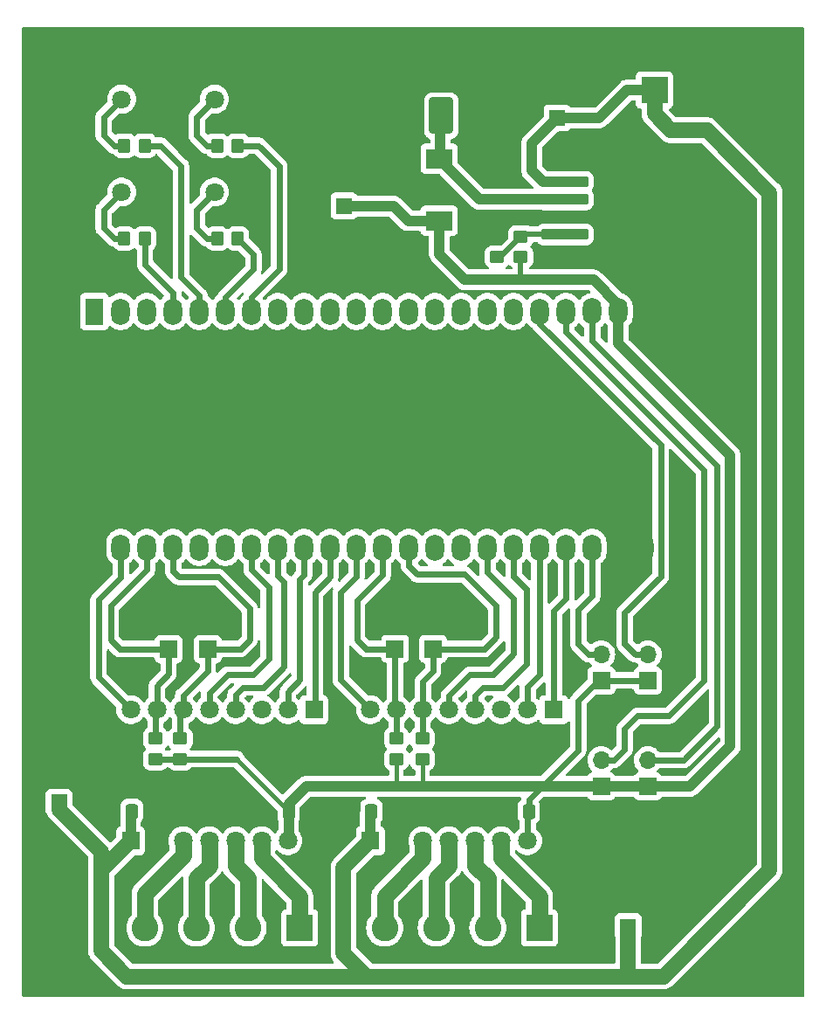
<source format=gbr>
%TF.GenerationSoftware,KiCad,Pcbnew,8.0.0*%
%TF.CreationDate,2025-04-05T00:05:52+03:00*%
%TF.ProjectId,esp_stepper,6573705f-7374-4657-9070-65722e6b6963,rev?*%
%TF.SameCoordinates,Original*%
%TF.FileFunction,Copper,L1,Top*%
%TF.FilePolarity,Positive*%
%FSLAX46Y46*%
G04 Gerber Fmt 4.6, Leading zero omitted, Abs format (unit mm)*
G04 Created by KiCad (PCBNEW 8.0.0) date 2025-04-05 00:05:52*
%MOMM*%
%LPD*%
G01*
G04 APERTURE LIST*
G04 Aperture macros list*
%AMRoundRect*
0 Rectangle with rounded corners*
0 $1 Rounding radius*
0 $2 $3 $4 $5 $6 $7 $8 $9 X,Y pos of 4 corners*
0 Add a 4 corners polygon primitive as box body*
4,1,4,$2,$3,$4,$5,$6,$7,$8,$9,$2,$3,0*
0 Add four circle primitives for the rounded corners*
1,1,$1+$1,$2,$3*
1,1,$1+$1,$4,$5*
1,1,$1+$1,$6,$7*
1,1,$1+$1,$8,$9*
0 Add four rect primitives between the rounded corners*
20,1,$1+$1,$2,$3,$4,$5,0*
20,1,$1+$1,$4,$5,$6,$7,0*
20,1,$1+$1,$6,$7,$8,$9,0*
20,1,$1+$1,$8,$9,$2,$3,0*%
G04 Aperture macros list end*
%TA.AperFunction,ComponentPad*%
%ADD10R,1.800000X1.800000*%
%TD*%
%TA.AperFunction,ComponentPad*%
%ADD11C,1.800000*%
%TD*%
%TA.AperFunction,ComponentPad*%
%ADD12R,2.600000X2.600000*%
%TD*%
%TA.AperFunction,ComponentPad*%
%ADD13C,2.600000*%
%TD*%
%TA.AperFunction,ComponentPad*%
%ADD14R,1.800000X2.600000*%
%TD*%
%TA.AperFunction,ComponentPad*%
%ADD15O,1.800000X2.600000*%
%TD*%
%TA.AperFunction,ComponentPad*%
%ADD16R,1.600000X1.600000*%
%TD*%
%TA.AperFunction,ComponentPad*%
%ADD17C,1.600000*%
%TD*%
%TA.AperFunction,ComponentPad*%
%ADD18R,1.700000X1.700000*%
%TD*%
%TA.AperFunction,ComponentPad*%
%ADD19O,1.700000X1.700000*%
%TD*%
%TA.AperFunction,SMDPad,CuDef*%
%ADD20RoundRect,0.250000X-0.450000X0.350000X-0.450000X-0.350000X0.450000X-0.350000X0.450000X0.350000X0*%
%TD*%
%TA.AperFunction,SMDPad,CuDef*%
%ADD21RoundRect,0.250000X-0.350000X-0.450000X0.350000X-0.450000X0.350000X0.450000X-0.350000X0.450000X0*%
%TD*%
%TA.AperFunction,SMDPad,CuDef*%
%ADD22R,2.600000X1.950000*%
%TD*%
%TA.AperFunction,SMDPad,CuDef*%
%ADD23RoundRect,0.250000X-2.050000X-0.300000X2.050000X-0.300000X2.050000X0.300000X-2.050000X0.300000X0*%
%TD*%
%TA.AperFunction,SMDPad,CuDef*%
%ADD24RoundRect,0.250000X-2.025000X-2.375000X2.025000X-2.375000X2.025000X2.375000X-2.025000X2.375000X0*%
%TD*%
%TA.AperFunction,SMDPad,CuDef*%
%ADD25RoundRect,0.250002X-4.449998X-5.149998X4.449998X-5.149998X4.449998X5.149998X-4.449998X5.149998X0*%
%TD*%
%TA.AperFunction,SMDPad,CuDef*%
%ADD26RoundRect,0.250000X0.337500X0.475000X-0.337500X0.475000X-0.337500X-0.475000X0.337500X-0.475000X0*%
%TD*%
%TA.AperFunction,SMDPad,CuDef*%
%ADD27RoundRect,0.250000X0.900000X-1.500000X0.900000X1.500000X-0.900000X1.500000X-0.900000X-1.500000X0*%
%TD*%
%TA.AperFunction,ViaPad*%
%ADD28C,1.600000*%
%TD*%
%TA.AperFunction,ViaPad*%
%ADD29C,4.200000*%
%TD*%
%TA.AperFunction,Conductor*%
%ADD30C,1.000000*%
%TD*%
%TA.AperFunction,Conductor*%
%ADD31C,0.400000*%
%TD*%
%TA.AperFunction,Conductor*%
%ADD32C,0.600000*%
%TD*%
%TA.AperFunction,Conductor*%
%ADD33C,0.500000*%
%TD*%
%TA.AperFunction,Conductor*%
%ADD34C,1.500000*%
%TD*%
%TA.AperFunction,Conductor*%
%ADD35C,1.600000*%
%TD*%
G04 APERTURE END LIST*
D10*
%TO.P,D5,1,K*%
%TO.N,GND*%
X105597618Y-67500000D03*
D11*
%TO.P,D5,2,A*%
%TO.N,Net-(D5-A)*%
X103057618Y-67500000D03*
%TD*%
D10*
%TO.P,D3,1,K*%
%TO.N,GND*%
X105597618Y-76500000D03*
D11*
%TO.P,D3,2,A*%
%TO.N,Net-(D3-A)*%
X103057618Y-76500000D03*
%TD*%
D12*
%TO.P,J1,1,Pin_1*%
%TO.N,/1_2B*%
X111322618Y-147805000D03*
D13*
%TO.P,J1,2,Pin_2*%
%TO.N,/1_1B*%
X106322618Y-147805000D03*
%TO.P,J1,3,Pin_3*%
%TO.N,/1_1A*%
X101322618Y-147805000D03*
%TO.P,J1,4,Pin_4*%
%TO.N,/1_2A*%
X96322618Y-147805000D03*
%TD*%
D14*
%TO.P,U5,1,3V3*%
%TO.N,Net-(U5-3V3-Pad1)*%
X91430538Y-88070000D03*
D15*
%TO.P,U5,2,3V3*%
X93970538Y-88070000D03*
%TO.P,U5,3,CHIP_PU*%
%TO.N,unconnected-(U5-CHIP_PU-Pad3)*%
X96510538Y-88070000D03*
%TO.P,U5,4,GPIO4/ADC1_CH3*%
%TO.N,/LED1*%
X99050538Y-88070000D03*
%TO.P,U5,5,GPIO5/ADC1_CH4*%
%TO.N,/LED3*%
X101590538Y-88070000D03*
%TO.P,U5,6,GPIO6/ADC1_CH5*%
%TO.N,/LED2*%
X104130538Y-88070000D03*
%TO.P,U5,7,GPIO7/ADC1_CH6*%
%TO.N,/LED4*%
X106670538Y-88070000D03*
%TO.P,U5,8,GPIO15/ADC2_CH4/32K_P*%
%TO.N,unconnected-(U5-GPIO15{slash}ADC2_CH4{slash}32K_P-Pad8)*%
X109210538Y-88070000D03*
%TO.P,U5,9,GPIO16/ADC2_CH5/32K_N*%
%TO.N,unconnected-(U5-GPIO16{slash}ADC2_CH5{slash}32K_N-Pad9)*%
X111750538Y-88070000D03*
%TO.P,U5,10,GPIO17/ADC2_CH6*%
%TO.N,unconnected-(U5-GPIO17{slash}ADC2_CH6-Pad10)*%
X114290538Y-88070000D03*
%TO.P,U5,11,GPIO18/ADC2_CH7*%
%TO.N,unconnected-(U5-GPIO18{slash}ADC2_CH7-Pad11)*%
X116830538Y-88070000D03*
%TO.P,U5,12,GPIO8/ADC1_CH7*%
%TO.N,unconnected-(U5-GPIO8{slash}ADC1_CH7-Pad12)*%
X119370538Y-88070000D03*
%TO.P,U5,13,GPIO3/ADC1_CH2*%
%TO.N,unconnected-(U5-GPIO3{slash}ADC1_CH2-Pad13)*%
X121910538Y-88070000D03*
%TO.P,U5,14,GPIO46*%
%TO.N,unconnected-(U5-GPIO46-Pad14)*%
X124450538Y-88070000D03*
%TO.P,U5,15,GPIO9/ADC1_CH8*%
%TO.N,unconnected-(U5-GPIO9{slash}ADC1_CH8-Pad15)*%
X126990538Y-88070000D03*
%TO.P,U5,16,GPIO10/ADC1_CH9*%
%TO.N,unconnected-(U5-GPIO10{slash}ADC1_CH9-Pad16)*%
X129530538Y-88070000D03*
%TO.P,U5,17,GPIO11/ADC2_CH0*%
%TO.N,unconnected-(U5-GPIO11{slash}ADC2_CH0-Pad17)*%
X132070538Y-88070000D03*
%TO.P,U5,18,GPIO12/ADC2_CH1*%
%TO.N,/IO_1*%
X134610538Y-88070000D03*
%TO.P,U5,19,GPIO13/ADC2_CH2*%
%TO.N,/IO_4*%
X137150538Y-88070000D03*
%TO.P,U5,20,GPIO14/ADC2_CH3*%
%TO.N,/IO_2*%
X139687818Y-88066320D03*
%TO.P,U5,21,5V*%
%TO.N,+5V*%
X142227818Y-88066320D03*
%TO.P,U5,22,GND*%
%TO.N,GND*%
X144767818Y-88066320D03*
%TO.P,U5,23,GND*%
X144770538Y-110930000D03*
%TO.P,U5,24,GND*%
X142230538Y-110930000D03*
%TO.P,U5,25,GPIO19/USB_D-*%
%TO.N,/IO_3*%
X139690538Y-110930000D03*
%TO.P,U5,26,GPIO20/USB_D+*%
%TO.N,/2_DIR*%
X137150538Y-110930000D03*
%TO.P,U5,27,GPIO21*%
%TO.N,/2_STEP*%
X134610538Y-110930000D03*
%TO.P,U5,28,GPIO47*%
%TO.N,/2_UART1*%
X132070538Y-110930000D03*
%TO.P,U5,29,GPIO48*%
%TO.N,/2_UART2*%
X129530538Y-110930000D03*
%TO.P,U5,30,GPIO45*%
%TO.N,unconnected-(U5-GPIO45-Pad30)*%
X126990538Y-110930000D03*
%TO.P,U5,31,GPIO0*%
%TO.N,unconnected-(U5-GPIO0-Pad31)*%
X124450538Y-110930000D03*
%TO.P,U5,32,GPIO35*%
%TO.N,/2_MS2*%
X121910538Y-110930000D03*
%TO.P,U5,33,GPIO36*%
%TO.N,/2_MS1*%
X119370538Y-110930000D03*
%TO.P,U5,34,GPIO37*%
%TO.N,/2_EN*%
X116830538Y-110930000D03*
%TO.P,U5,35,GPIO38*%
%TO.N,/1_DIR*%
X114290538Y-110930000D03*
%TO.P,U5,36,GPIO39/MTCK*%
%TO.N,/1_STEP*%
X111750538Y-110930000D03*
%TO.P,U5,37,GPIO40/MTDO*%
%TO.N,/1_UART1*%
X109210538Y-110930000D03*
%TO.P,U5,38,GPIO41/MTDI*%
%TO.N,/1_UART2*%
X106670538Y-110930000D03*
%TO.P,U5,39,GPIO42/MTMS*%
%TO.N,unconnected-(U5-GPIO42{slash}MTMS-Pad39)*%
X104130538Y-110930000D03*
%TO.P,U5,40,GPIO2/ADC1_CH1*%
%TO.N,unconnected-(U5-GPIO2{slash}ADC1_CH1-Pad40)*%
X101590538Y-110930000D03*
%TO.P,U5,41,GPIO1/ADC1_CH0*%
%TO.N,/1_MS2*%
X99050538Y-110930000D03*
%TO.P,U5,42,GPIO44/U0RXD*%
%TO.N,/1_MS1*%
X96510538Y-110930000D03*
%TO.P,U5,43,GPIO43/U0TXD*%
%TO.N,/1_EN*%
X93970538Y-110930000D03*
%TO.P,U5,44,GND*%
%TO.N,GND*%
X91430538Y-110930000D03*
%TD*%
D10*
%TO.P,U1,JP1_1,DIR*%
%TO.N,/1_DIR*%
X112712618Y-126650000D03*
D11*
%TO.P,U1,JP1_2,STEP*%
%TO.N,/1_STEP*%
X110172618Y-126650000D03*
%TO.P,U1,JP1_3*%
%TO.N,N/C*%
X107632618Y-126650000D03*
%TO.P,U1,JP1_4,PDN/UART1*%
%TO.N,/1_UART1*%
X105092618Y-126650000D03*
%TO.P,U1,JP1_5,PDN/UART2*%
%TO.N,/1_UART2*%
X102552618Y-126650000D03*
%TO.P,U1,JP1_6,MS2*%
%TO.N,/1_MS2*%
X100012618Y-126650000D03*
%TO.P,U1,JP1_7,MS1*%
%TO.N,/1_MS1*%
X97472618Y-126650000D03*
%TO.P,U1,JP1_8,EN*%
%TO.N,/1_EN*%
X94932618Y-126650000D03*
D10*
%TO.P,U1,JP2_1,VM*%
%TO.N,+12V*%
X94932618Y-139350000D03*
D11*
%TO.P,U1,JP2_2,GND*%
%TO.N,GND*%
X97472618Y-139350000D03*
%TO.P,U1,JP2_3,OA2*%
%TO.N,/1_2A*%
X100012618Y-139350000D03*
%TO.P,U1,JP2_4,OA1*%
%TO.N,/1_1A*%
X102552618Y-139350000D03*
%TO.P,U1,JP2_5,OB1*%
%TO.N,/1_1B*%
X105092618Y-139350000D03*
%TO.P,U1,JP2_6,OB2*%
%TO.N,/1_2B*%
X107632618Y-139350000D03*
%TO.P,U1,JP2_7,VIO*%
%TO.N,+5V*%
X110172618Y-139350000D03*
%TO.P,U1,JP2_8,GND*%
%TO.N,GND*%
X112712618Y-139350000D03*
%TD*%
D16*
%TO.P,C1,1*%
%TO.N,+12V*%
X136272618Y-69305302D03*
D17*
%TO.P,C1,2*%
%TO.N,GND*%
X136272618Y-64305302D03*
%TD*%
D18*
%TO.P,J10,1,Pin_1*%
%TO.N,+5V*%
X140572618Y-123830000D03*
D19*
%TO.P,J10,2,Pin_2*%
%TO.N,/IO_3*%
X140572618Y-121290000D03*
%TO.P,J10,3,Pin_3*%
%TO.N,GND*%
X140572618Y-118750000D03*
%TD*%
D16*
%TO.P,C8,1*%
%TO.N,+12V*%
X87993967Y-135625651D03*
D17*
%TO.P,C8,2*%
%TO.N,GND*%
X87993967Y-130625651D03*
%TD*%
D12*
%TO.P,J3,1,Pin_1*%
%TO.N,/2_2B*%
X134572618Y-147805000D03*
D13*
%TO.P,J3,2,Pin_2*%
%TO.N,/2_1B*%
X129572618Y-147805000D03*
%TO.P,J3,3,Pin_3*%
%TO.N,/2_1A*%
X124572618Y-147805000D03*
%TO.P,J3,4,Pin_4*%
%TO.N,/2_2A*%
X119572618Y-147805000D03*
%TD*%
D16*
%TO.P,C2,1*%
%TO.N,+5V*%
X115622618Y-77840651D03*
D17*
%TO.P,C2,2*%
%TO.N,GND*%
X115622618Y-72840651D03*
%TD*%
D18*
%TO.P,J4,1,Pin_1*%
%TO.N,/1_MS1*%
X98604618Y-120775000D03*
D19*
%TO.P,J4,2,Pin_2*%
%TO.N,GND*%
X98604618Y-118235000D03*
%TD*%
D18*
%TO.P,J5,1,Pin_1*%
%TO.N,/1_MS2*%
X102414618Y-120775000D03*
D19*
%TO.P,J5,2,Pin_2*%
%TO.N,GND*%
X102414618Y-118235000D03*
%TD*%
D18*
%TO.P,J6,1,Pin_1*%
%TO.N,/2_MS2*%
X124258618Y-120750000D03*
D19*
%TO.P,J6,2,Pin_2*%
%TO.N,GND*%
X124258618Y-118210000D03*
%TD*%
D10*
%TO.P,D4,1,K*%
%TO.N,GND*%
X96597618Y-67500000D03*
D11*
%TO.P,D4,2,A*%
%TO.N,Net-(D4-A)*%
X94057618Y-67500000D03*
%TD*%
D18*
%TO.P,J8,1,Pin_1*%
%TO.N,+5V*%
X145072618Y-123830000D03*
D19*
%TO.P,J8,2,Pin_2*%
%TO.N,/IO_1*%
X145072618Y-121290000D03*
%TO.P,J8,3,Pin_3*%
%TO.N,GND*%
X145072618Y-118750000D03*
%TD*%
D18*
%TO.P,J7,1,Pin_1*%
%TO.N,/2_MS1*%
X120572618Y-120750000D03*
D19*
%TO.P,J7,2,Pin_2*%
%TO.N,GND*%
X120572618Y-118210000D03*
%TD*%
D10*
%TO.P,U2,JP1_1,DIR*%
%TO.N,/2_DIR*%
X135962618Y-126650000D03*
D11*
%TO.P,U2,JP1_2,STEP*%
%TO.N,/2_STEP*%
X133422618Y-126650000D03*
%TO.P,U2,JP1_3*%
%TO.N,N/C*%
X130882618Y-126650000D03*
%TO.P,U2,JP1_4,PDN/UART1*%
%TO.N,/2_UART1*%
X128342618Y-126650000D03*
%TO.P,U2,JP1_5,PDN/UART2*%
%TO.N,/2_UART2*%
X125802618Y-126650000D03*
%TO.P,U2,JP1_6,MS2*%
%TO.N,/2_MS2*%
X123262618Y-126650000D03*
%TO.P,U2,JP1_7,MS1*%
%TO.N,/2_MS1*%
X120722618Y-126650000D03*
%TO.P,U2,JP1_8,EN*%
%TO.N,/2_EN*%
X118182618Y-126650000D03*
D10*
%TO.P,U2,JP2_1,VM*%
%TO.N,+12V*%
X118182618Y-139350000D03*
D11*
%TO.P,U2,JP2_2,GND*%
%TO.N,GND*%
X120722618Y-139350000D03*
%TO.P,U2,JP2_3,OA2*%
%TO.N,/2_2A*%
X123262618Y-139350000D03*
%TO.P,U2,JP2_4,OA1*%
%TO.N,/2_1A*%
X125802618Y-139350000D03*
%TO.P,U2,JP2_5,OB1*%
%TO.N,/2_1B*%
X128342618Y-139350000D03*
%TO.P,U2,JP2_6,OB2*%
%TO.N,/2_2B*%
X130882618Y-139350000D03*
%TO.P,U2,JP2_7,VIO*%
%TO.N,+5V*%
X133422618Y-139350000D03*
%TO.P,U2,JP2_8,GND*%
%TO.N,GND*%
X135962618Y-139350000D03*
%TD*%
D16*
%TO.P,C7,1*%
%TO.N,+12V*%
X143181618Y-147690651D03*
D17*
%TO.P,C7,2*%
%TO.N,GND*%
X143181618Y-142690651D03*
%TD*%
D10*
%TO.P,D2,1,K*%
%TO.N,GND*%
X96597618Y-76500000D03*
D11*
%TO.P,D2,2,A*%
%TO.N,Net-(D2-A)*%
X94057618Y-76500000D03*
%TD*%
D18*
%TO.P,J9,1,Pin_1*%
%TO.N,+5V*%
X145072618Y-134080000D03*
D19*
%TO.P,J9,2,Pin_2*%
%TO.N,/IO_2*%
X145072618Y-131540000D03*
%TO.P,J9,3,Pin_3*%
%TO.N,GND*%
X145072618Y-129000000D03*
%TD*%
D12*
%TO.P,J2,1,Pin_1*%
%TO.N,+12V*%
X145727618Y-66597651D03*
D13*
%TO.P,J2,2,Pin_2*%
%TO.N,GND*%
X150807618Y-66597651D03*
%TD*%
D18*
%TO.P,J11,1,Pin_1*%
%TO.N,+5V*%
X140572618Y-134080000D03*
D19*
%TO.P,J11,2,Pin_2*%
%TO.N,/IO_4*%
X140572618Y-131540000D03*
%TO.P,J11,3,Pin_3*%
%TO.N,GND*%
X140572618Y-129000000D03*
%TD*%
D20*
%TO.P,R5,1*%
%TO.N,/1_MS1*%
X97334618Y-129445000D03*
%TO.P,R5,2*%
%TO.N,+5V*%
X97334618Y-131445000D03*
%TD*%
D21*
%TO.P,R1,1*%
%TO.N,Net-(D2-A)*%
X94322618Y-81000000D03*
%TO.P,R1,2*%
%TO.N,/LED1*%
X96322618Y-81000000D03*
%TD*%
D22*
%TO.P,L1,1,1*%
%TO.N,Net-(D1-K)*%
X124852618Y-73269651D03*
%TO.P,L1,2,2*%
%TO.N,+5V*%
X124852618Y-79269651D03*
%TD*%
D21*
%TO.P,R7,1*%
%TO.N,Net-(D4-A)*%
X94322618Y-72000000D03*
%TO.P,R7,2*%
%TO.N,/LED3*%
X96322618Y-72000000D03*
%TD*%
D23*
%TO.P,U4,1,VIN*%
%TO.N,+12V*%
X137047618Y-75502651D03*
%TO.P,U4,2,OUT*%
%TO.N,Net-(D1-K)*%
X137047618Y-77202651D03*
%TO.P,U4,3,GND*%
%TO.N,GND*%
X137047618Y-78902651D03*
D24*
X143772618Y-81677651D03*
X143772618Y-76127651D03*
D25*
X146197618Y-78902651D03*
D24*
X148622618Y-81677651D03*
X148622618Y-76127651D03*
D23*
%TO.P,U4,4,FB*%
%TO.N,Net-(U4-FB)*%
X137047618Y-80602651D03*
%TO.P,U4,5,~{ON}/OFF*%
%TO.N,GND*%
X137047618Y-82302651D03*
%TD*%
D20*
%TO.P,R9,1*%
%TO.N,Net-(U4-FB)*%
X132767618Y-80788000D03*
%TO.P,R9,2*%
%TO.N,+5V*%
X132767618Y-82788000D03*
%TD*%
D21*
%TO.P,R8,1*%
%TO.N,Net-(D5-A)*%
X103322618Y-72000000D03*
%TO.P,R8,2*%
%TO.N,/LED4*%
X105322618Y-72000000D03*
%TD*%
D20*
%TO.P,R2,1*%
%TO.N,/2_MS2*%
X123242618Y-129445000D03*
%TO.P,R2,2*%
%TO.N,+5V*%
X123242618Y-131445000D03*
%TD*%
D26*
%TO.P,C5,1*%
%TO.N,GND*%
X97110118Y-136500000D03*
%TO.P,C5,2*%
%TO.N,+12V*%
X95035118Y-136500000D03*
%TD*%
D20*
%TO.P,R4,1*%
%TO.N,/1_MS2*%
X99747618Y-129445000D03*
%TO.P,R4,2*%
%TO.N,+5V*%
X99747618Y-131445000D03*
%TD*%
D26*
%TO.P,C4,1*%
%TO.N,GND*%
X112322618Y-136500000D03*
%TO.P,C4,2*%
%TO.N,+5V*%
X110247618Y-136500000D03*
%TD*%
D20*
%TO.P,R10,1*%
%TO.N,GND*%
X130481618Y-80772000D03*
%TO.P,R10,2*%
%TO.N,Net-(U4-FB)*%
X130481618Y-82772000D03*
%TD*%
D27*
%TO.P,D1,1,K*%
%TO.N,Net-(D1-K)*%
X125043118Y-69098500D03*
%TO.P,D1,2,A*%
%TO.N,GND*%
X125043118Y-63698500D03*
%TD*%
D21*
%TO.P,R6,1*%
%TO.N,Net-(D3-A)*%
X103322618Y-81000000D03*
%TO.P,R6,2*%
%TO.N,/LED2*%
X105322618Y-81000000D03*
%TD*%
D26*
%TO.P,C6,1*%
%TO.N,GND*%
X120360118Y-136500000D03*
%TO.P,C6,2*%
%TO.N,+12V*%
X118285118Y-136500000D03*
%TD*%
D20*
%TO.P,R3,1*%
%TO.N,/2_MS1*%
X120702618Y-129429000D03*
%TO.P,R3,2*%
%TO.N,+5V*%
X120702618Y-131429000D03*
%TD*%
D26*
%TO.P,C3,1*%
%TO.N,GND*%
X135610118Y-136500000D03*
%TO.P,C3,2*%
%TO.N,+5V*%
X133535118Y-136500000D03*
%TD*%
D28*
%TO.N,GND*%
X148642618Y-128270000D03*
X141784618Y-114808000D03*
X148642618Y-121285000D03*
D29*
X157322618Y-65000000D03*
D28*
X149277618Y-93345000D03*
X142292618Y-101600000D03*
X153468618Y-82804000D03*
X89206618Y-118364000D03*
D29*
X87322618Y-151000000D03*
D28*
X148642618Y-104775000D03*
D29*
X157322618Y-151000000D03*
D28*
X95048618Y-118364000D03*
X139117618Y-98425000D03*
X158040618Y-72390000D03*
X128322618Y-118364000D03*
D29*
X87322618Y-65000000D03*
%TD*%
D30*
%TO.N,+5V*%
X124852618Y-82509000D02*
X124852618Y-79269651D01*
D31*
X105192618Y-131445000D02*
X110247618Y-136500000D01*
X123242618Y-133826000D02*
X123496618Y-134080000D01*
D32*
X138322618Y-130580000D02*
X134822618Y-134080000D01*
D30*
X121852618Y-79269651D02*
X120423618Y-77840651D01*
X139822618Y-85000000D02*
X132767618Y-85000000D01*
X123496618Y-134080000D02*
X120956618Y-134080000D01*
X124852618Y-79269651D02*
X121852618Y-79269651D01*
X127343618Y-85000000D02*
X124852618Y-82509000D01*
D32*
X145072618Y-123830000D02*
X140572618Y-123830000D01*
X134822618Y-134080000D02*
X133572618Y-135330000D01*
D30*
X142227818Y-91155200D02*
X153087618Y-102015000D01*
X142227818Y-88066320D02*
X142227818Y-87405200D01*
X142227818Y-88066320D02*
X142227818Y-91155200D01*
D31*
X120702618Y-133826000D02*
X120956618Y-134080000D01*
D30*
X145072618Y-134080000D02*
X140572618Y-134080000D01*
X110247618Y-135775000D02*
X110247618Y-136500000D01*
X120956618Y-134080000D02*
X111942618Y-134080000D01*
X153087618Y-102015000D02*
X153087618Y-130175000D01*
D31*
X120702618Y-131429000D02*
X120702618Y-133826000D01*
D32*
X138322618Y-125750000D02*
X138322618Y-130580000D01*
D30*
X132767618Y-85000000D02*
X127343618Y-85000000D01*
D32*
X97334618Y-131445000D02*
X105192618Y-131445000D01*
X133572618Y-135330000D02*
X133572618Y-136500000D01*
D30*
X110247618Y-136500000D02*
X110247618Y-139275000D01*
X111942618Y-134080000D02*
X110247618Y-135775000D01*
D32*
X140242618Y-123830000D02*
X138322618Y-125750000D01*
D30*
X149182618Y-134080000D02*
X145072618Y-134080000D01*
X140572618Y-134080000D02*
X123496618Y-134080000D01*
D32*
X133422618Y-136650000D02*
X133572618Y-136500000D01*
D30*
X110247618Y-139275000D02*
X110172618Y-139350000D01*
X153087618Y-130175000D02*
X149182618Y-134080000D01*
D33*
X132767618Y-82788000D02*
X132767618Y-85000000D01*
D32*
X140572618Y-123830000D02*
X140242618Y-123830000D01*
D30*
X120423618Y-77840651D02*
X115622618Y-77840651D01*
D32*
X133422618Y-139350000D02*
X133422618Y-136650000D01*
D31*
X123242618Y-131445000D02*
X123242618Y-133826000D01*
D30*
X142227818Y-87405200D02*
X139822618Y-85000000D01*
%TO.N,+12V*%
X136272618Y-69305302D02*
X133822618Y-71755302D01*
D34*
X92072618Y-142210000D02*
X92072618Y-140407000D01*
X94572618Y-152500000D02*
X92072618Y-150000000D01*
D30*
X133822618Y-74402651D02*
X134922618Y-75502651D01*
D34*
X145727618Y-66597651D02*
X145727618Y-68905000D01*
X87993967Y-136328349D02*
X87993967Y-135625651D01*
X117822618Y-152500000D02*
X115572618Y-150250000D01*
X92072618Y-140407000D02*
X87993967Y-136328349D01*
D30*
X94932618Y-139350000D02*
X94932618Y-136602500D01*
D34*
X147322618Y-70500000D02*
X150822618Y-70500000D01*
X143308618Y-152500000D02*
X143181618Y-152373000D01*
D30*
X133822618Y-71755302D02*
X133822618Y-74402651D01*
D34*
X115572618Y-150250000D02*
X115572618Y-141960000D01*
X156897618Y-76575000D02*
X156897618Y-142175000D01*
X156897618Y-142175000D02*
X146572618Y-152500000D01*
D30*
X134922618Y-75502651D02*
X137047618Y-75502651D01*
D34*
X150822618Y-70500000D02*
X156897618Y-76575000D01*
D30*
X145727618Y-66597651D02*
X143077618Y-66597651D01*
D34*
X143181618Y-152373000D02*
X143181618Y-147690651D01*
X92072618Y-142210000D02*
X94932618Y-139350000D01*
X117822618Y-152500000D02*
X94572618Y-152500000D01*
D30*
X143077618Y-66597651D02*
X140369967Y-69305302D01*
X118182618Y-136602500D02*
X118285118Y-136500000D01*
X118182618Y-139350000D02*
X118182618Y-136602500D01*
D34*
X146572618Y-152500000D02*
X143308618Y-152500000D01*
X115572618Y-141960000D02*
X118182618Y-139350000D01*
X92072618Y-150000000D02*
X92072618Y-142210000D01*
X145727618Y-68905000D02*
X147322618Y-70500000D01*
D30*
X140369967Y-69305302D02*
X136272618Y-69305302D01*
D34*
X143308618Y-152500000D02*
X117822618Y-152500000D01*
D30*
X94932618Y-136602500D02*
X95035118Y-136500000D01*
%TO.N,Net-(D1-K)*%
X128785618Y-77202651D02*
X128652618Y-77069651D01*
X124852618Y-73269651D02*
X124972618Y-73149651D01*
X128652618Y-77069651D02*
X124852618Y-73269651D01*
X137047618Y-77202651D02*
X128785618Y-77202651D01*
X124972618Y-69169000D02*
X125043118Y-69098500D01*
X124972618Y-73149651D02*
X124972618Y-69169000D01*
D32*
%TO.N,/2_MS2*%
X129238618Y-120750000D02*
X130354618Y-119634000D01*
X124258618Y-120750000D02*
X124258618Y-122936000D01*
X130354618Y-119634000D02*
X130354618Y-116586000D01*
X123262618Y-123932000D02*
X123262618Y-126625000D01*
X124258618Y-120750000D02*
X129238618Y-120750000D01*
X124258618Y-122936000D02*
X123262618Y-123932000D01*
X121910538Y-112713920D02*
X121910538Y-110930000D01*
X122734618Y-113538000D02*
X121910538Y-112713920D01*
X123242618Y-129445000D02*
X123242618Y-126670000D01*
X123242618Y-126670000D02*
X123262618Y-126650000D01*
X127306618Y-113538000D02*
X122734618Y-113538000D01*
X130354618Y-116586000D02*
X127306618Y-113538000D01*
%TO.N,/2_MS1*%
X120572618Y-120750000D02*
X117754618Y-120750000D01*
X120572618Y-126475000D02*
X120722618Y-126625000D01*
X116892618Y-116078000D02*
X119370538Y-113600080D01*
X120702618Y-126670000D02*
X120722618Y-126650000D01*
X117754618Y-120750000D02*
X116892618Y-119888000D01*
X120702618Y-129429000D02*
X120702618Y-126670000D01*
X116892618Y-119888000D02*
X116892618Y-116078000D01*
X119370538Y-113600080D02*
X119370538Y-110930000D01*
X120572618Y-120750000D02*
X120572618Y-126475000D01*
%TO.N,/1_DIR*%
X112822618Y-115250000D02*
X114290538Y-113782080D01*
X112712618Y-126650000D02*
X112822618Y-126540000D01*
X114290538Y-113782080D02*
X114290538Y-110930000D01*
X112822618Y-126540000D02*
X112822618Y-115250000D01*
D35*
%TO.N,/1_1B*%
X106322618Y-143000000D02*
X106322618Y-147805000D01*
X105092618Y-139350000D02*
X105092618Y-141770000D01*
X105092618Y-141770000D02*
X106322618Y-143000000D01*
%TO.N,/1_2B*%
X107632618Y-141060000D02*
X111322618Y-144750000D01*
X111322618Y-144750000D02*
X111322618Y-147805000D01*
X107632618Y-139350000D02*
X107632618Y-141060000D01*
%TO.N,/1_2A*%
X100012618Y-139350000D02*
X100012618Y-140810000D01*
X100012618Y-140810000D02*
X96322618Y-144500000D01*
X96322618Y-144500000D02*
X96322618Y-147805000D01*
%TO.N,/1_1A*%
X101322618Y-143000000D02*
X101322618Y-147805000D01*
X102552618Y-139350000D02*
X102552618Y-141770000D01*
X102552618Y-141770000D02*
X101322618Y-143000000D01*
%TO.N,/2_1B*%
X128342618Y-141770000D02*
X129572618Y-143000000D01*
X128342618Y-139350000D02*
X128342618Y-141770000D01*
X129572618Y-143000000D02*
X129572618Y-147805000D01*
%TO.N,/2_2A*%
X123262618Y-139350000D02*
X123262618Y-141060000D01*
X123262618Y-141060000D02*
X119572618Y-144750000D01*
X119572618Y-144750000D02*
X119572618Y-147805000D01*
%TO.N,/2_2B*%
X134572618Y-144750000D02*
X134572618Y-147805000D01*
X130882618Y-139350000D02*
X130882618Y-141060000D01*
X130882618Y-141060000D02*
X134572618Y-144750000D01*
%TO.N,/2_1A*%
X125802618Y-139350000D02*
X125802618Y-141770000D01*
X125802618Y-141770000D02*
X124572618Y-143000000D01*
X124572618Y-143000000D02*
X124572618Y-147805000D01*
D32*
%TO.N,/1_STEP*%
X110172618Y-124900000D02*
X111322618Y-123750000D01*
X111322618Y-114000000D02*
X111750538Y-113572080D01*
X110172618Y-126650000D02*
X110172618Y-124900000D01*
X111750538Y-113572080D02*
X111750538Y-110930000D01*
X111322618Y-123750000D02*
X111322618Y-114000000D01*
%TO.N,/1_MS2*%
X99747618Y-126915000D02*
X100012618Y-126650000D01*
X99620618Y-113792000D02*
X103430618Y-113792000D01*
X102414618Y-120775000D02*
X102414618Y-122908000D01*
X106478618Y-119888000D02*
X105591618Y-120775000D01*
X99050538Y-110930000D02*
X99050538Y-113221920D01*
X102414618Y-122908000D02*
X100012618Y-125310000D01*
X100012618Y-125310000D02*
X100012618Y-126650000D01*
X99747618Y-129445000D02*
X99747618Y-126915000D01*
X106478618Y-116840000D02*
X106478618Y-119888000D01*
X105591618Y-120775000D02*
X102414618Y-120775000D01*
X99050538Y-113221920D02*
X99620618Y-113792000D01*
X103430618Y-113792000D02*
X106478618Y-116840000D01*
%TO.N,/1_MS1*%
X93016618Y-119888000D02*
X93903618Y-120775000D01*
X98604618Y-120775000D02*
X98604618Y-123190000D01*
X93903618Y-120775000D02*
X98604618Y-120775000D01*
X98604618Y-123190000D02*
X97472618Y-124322000D01*
X96510538Y-113092080D02*
X93016618Y-116586000D01*
X97334618Y-126788000D02*
X97472618Y-126650000D01*
X96510538Y-110930000D02*
X96510538Y-113092080D01*
X93016618Y-116586000D02*
X93016618Y-119888000D01*
X97334618Y-129445000D02*
X97334618Y-126788000D01*
X97472618Y-124322000D02*
X97472618Y-126650000D01*
%TO.N,/IO_1*%
X142822618Y-120250000D02*
X143862618Y-121290000D01*
X134610538Y-88070000D02*
X134610538Y-89287920D01*
X143862618Y-121290000D02*
X145072618Y-121290000D01*
X142822618Y-117250000D02*
X142822618Y-120250000D01*
X146322618Y-113750000D02*
X142822618Y-117250000D01*
X146322618Y-101000000D02*
X146322618Y-113750000D01*
X134610538Y-89287920D02*
X146322618Y-101000000D01*
%TO.N,/2_DIR*%
X135962618Y-117074000D02*
X137150538Y-115886080D01*
X135962618Y-126650000D02*
X135962618Y-117074000D01*
X137150538Y-115886080D02*
X137150538Y-110930000D01*
%TO.N,/2_STEP*%
X133422618Y-124400000D02*
X134572618Y-123250000D01*
X134572618Y-123250000D02*
X134572618Y-110967920D01*
X134572618Y-110967920D02*
X134610538Y-110930000D01*
X133422618Y-126650000D02*
X133422618Y-124400000D01*
%TO.N,/IO_2*%
X139687818Y-88066320D02*
X139687818Y-90865200D01*
X148547618Y-131540000D02*
X145822618Y-131540000D01*
X151817618Y-102995000D02*
X151817618Y-128270000D01*
X139687818Y-90865200D02*
X151817618Y-102995000D01*
X151817618Y-128270000D02*
X148547618Y-131540000D01*
%TO.N,/IO_3*%
X139362618Y-121290000D02*
X140572618Y-121290000D01*
X138322618Y-120250000D02*
X139362618Y-121290000D01*
X138322618Y-117000000D02*
X138322618Y-120250000D01*
X139690538Y-115632080D02*
X138322618Y-117000000D01*
X139690538Y-110930000D02*
X139690538Y-115632080D01*
%TO.N,/IO_4*%
X141782618Y-131540000D02*
X140572618Y-131540000D01*
X142822618Y-130500000D02*
X141782618Y-131540000D01*
X150547618Y-103475000D02*
X150547618Y-123825000D01*
X137150538Y-90077920D02*
X150547618Y-103475000D01*
X150547618Y-123825000D02*
X147118618Y-127254000D01*
X142822618Y-128502000D02*
X142822618Y-130500000D01*
X147118618Y-127254000D02*
X144070618Y-127254000D01*
X144070618Y-127254000D02*
X142822618Y-128502000D01*
X137150538Y-88070000D02*
X137150538Y-90077920D01*
%TO.N,/1_EN*%
X91822618Y-116000000D02*
X93970538Y-113852080D01*
X91822618Y-123540000D02*
X91822618Y-116000000D01*
X93970538Y-113852080D02*
X93970538Y-110930000D01*
X94932618Y-126650000D02*
X91822618Y-123540000D01*
%TO.N,/2_EN*%
X116830538Y-113742080D02*
X116830538Y-110930000D01*
X118182618Y-126650000D02*
X115322618Y-123790000D01*
X115322618Y-115250000D02*
X116830538Y-113742080D01*
X115322618Y-123790000D02*
X115322618Y-115250000D01*
%TO.N,Net-(D2-A)*%
X92322618Y-78235000D02*
X94057618Y-76500000D01*
X92322618Y-80000000D02*
X92322618Y-78235000D01*
X94322618Y-81000000D02*
X93322618Y-81000000D01*
X93322618Y-81000000D02*
X92322618Y-80000000D01*
%TO.N,Net-(D3-A)*%
X103322618Y-81000000D02*
X102322618Y-81000000D01*
X102322618Y-81000000D02*
X101322618Y-80000000D01*
X101322618Y-78235000D02*
X103057618Y-76500000D01*
X101322618Y-80000000D02*
X101322618Y-78235000D01*
%TO.N,Net-(D4-A)*%
X94322618Y-72000000D02*
X93322618Y-72000000D01*
X92322618Y-71000000D02*
X92322618Y-69235000D01*
X92322618Y-69235000D02*
X94057618Y-67500000D01*
X93322618Y-72000000D02*
X92322618Y-71000000D01*
%TO.N,Net-(D5-A)*%
X101322618Y-71000000D02*
X101322618Y-69235000D01*
X103322618Y-72000000D02*
X102322618Y-72000000D01*
X101322618Y-69235000D02*
X103057618Y-67500000D01*
X102322618Y-72000000D02*
X101322618Y-71000000D01*
%TO.N,/LED1*%
X96322618Y-83500000D02*
X96322618Y-81000000D01*
X99050538Y-88070000D02*
X99050538Y-86227920D01*
X99050538Y-86227920D02*
X96322618Y-83500000D01*
%TO.N,/LED2*%
X104130538Y-88070000D02*
X104130538Y-86692080D01*
X106822618Y-82500000D02*
X105322618Y-81000000D01*
X104130538Y-86692080D02*
X106822618Y-84000000D01*
X106822618Y-84000000D02*
X106822618Y-82500000D01*
%TO.N,/LED3*%
X99822618Y-84750000D02*
X99822618Y-74000000D01*
X101590538Y-86517920D02*
X99822618Y-84750000D01*
X101590538Y-88070000D02*
X101590538Y-86517920D01*
X97822618Y-72000000D02*
X96322618Y-72000000D01*
X99822618Y-74000000D02*
X97822618Y-72000000D01*
%TO.N,/LED4*%
X106670538Y-86652080D02*
X109322618Y-84000000D01*
X107322618Y-72000000D02*
X105322618Y-72000000D01*
X106670538Y-88070000D02*
X106670538Y-86652080D01*
X109322618Y-74000000D02*
X107322618Y-72000000D01*
X109322618Y-84000000D02*
X109322618Y-74000000D01*
%TO.N,/1_UART1*%
X109210538Y-113637920D02*
X109210538Y-110930000D01*
X105822618Y-124500000D02*
X107822618Y-124500000D01*
X107822618Y-124500000D02*
X109822618Y-122500000D01*
X105092618Y-126650000D02*
X105092618Y-125230000D01*
X109822618Y-114250000D02*
X109210538Y-113637920D01*
X105092618Y-125230000D02*
X105822618Y-124500000D01*
X109822618Y-122500000D02*
X109822618Y-114250000D01*
%TO.N,/1_UART2*%
X108322618Y-121750000D02*
X108322618Y-114750000D01*
X104322618Y-123250000D02*
X106822618Y-123250000D01*
X102552618Y-125020000D02*
X104322618Y-123250000D01*
X106822618Y-123250000D02*
X108322618Y-121750000D01*
X108322618Y-114750000D02*
X106670538Y-113097920D01*
X106670538Y-113097920D02*
X106670538Y-110930000D01*
X102552618Y-126650000D02*
X102552618Y-125020000D01*
%TO.N,/2_UART1*%
X128342618Y-126650000D02*
X128342618Y-125270000D01*
X128342618Y-125270000D02*
X128322618Y-125250000D01*
X132070538Y-113729920D02*
X132070538Y-110930000D01*
X129072618Y-124500000D02*
X131072618Y-124500000D01*
X133322618Y-114982000D02*
X132070538Y-113729920D01*
X131072618Y-124500000D02*
X133322618Y-122250000D01*
X128322618Y-125250000D02*
X129072618Y-124500000D01*
X133322618Y-122250000D02*
X133322618Y-114982000D01*
%TO.N,/2_UART2*%
X127822618Y-123250000D02*
X130072618Y-123250000D01*
X132072618Y-115875000D02*
X129530538Y-113332920D01*
X132072618Y-121250000D02*
X132072618Y-115875000D01*
X129530538Y-113332920D02*
X129530538Y-110930000D01*
X125802618Y-125270000D02*
X127822618Y-123250000D01*
X130072618Y-123250000D02*
X132072618Y-121250000D01*
X125802618Y-126650000D02*
X125802618Y-125270000D01*
D33*
%TO.N,Net-(U4-FB)*%
X137047618Y-80602651D02*
X132952967Y-80602651D01*
X130783618Y-82772000D02*
X132767618Y-80788000D01*
X130481618Y-82772000D02*
X130783618Y-82772000D01*
X132952967Y-80602651D02*
X132767618Y-80788000D01*
%TD*%
%TA.AperFunction,Conductor*%
%TO.N,GND*%
G36*
X147328321Y-101388227D02*
G01*
X147334799Y-101394259D01*
X149710799Y-103770259D01*
X149744284Y-103831582D01*
X149747118Y-103857940D01*
X149747118Y-123442060D01*
X149727433Y-123509099D01*
X149710799Y-123529741D01*
X146823359Y-126417181D01*
X146762036Y-126450666D01*
X146735678Y-126453500D01*
X143991771Y-126453500D01*
X143837128Y-126484260D01*
X143837120Y-126484262D01*
X143691442Y-126544604D01*
X143691432Y-126544609D01*
X143560329Y-126632210D01*
X143560325Y-126632213D01*
X142605103Y-127587437D01*
X142312329Y-127880211D01*
X142275076Y-127917464D01*
X142200827Y-127991712D01*
X142113227Y-128122814D01*
X142113220Y-128122827D01*
X142052882Y-128268498D01*
X142052879Y-128268510D01*
X142022118Y-128423153D01*
X142022118Y-130117060D01*
X142002433Y-130184099D01*
X141985799Y-130204741D01*
X141654208Y-130536332D01*
X141592885Y-130569817D01*
X141523193Y-130564833D01*
X141478846Y-130536332D01*
X141444020Y-130501506D01*
X141444013Y-130501501D01*
X141443520Y-130501156D01*
X141394497Y-130466829D01*
X141250452Y-130365967D01*
X141250448Y-130365965D01*
X141231907Y-130357319D01*
X141036281Y-130266097D01*
X141036277Y-130266096D01*
X141036273Y-130266094D01*
X140808031Y-130204938D01*
X140808021Y-130204936D01*
X140572619Y-130184341D01*
X140572617Y-130184341D01*
X140337214Y-130204936D01*
X140337204Y-130204938D01*
X140108962Y-130266094D01*
X140108953Y-130266098D01*
X139894789Y-130365964D01*
X139894787Y-130365965D01*
X139701215Y-130501505D01*
X139534123Y-130668597D01*
X139398583Y-130862169D01*
X139398582Y-130862171D01*
X139298716Y-131076335D01*
X139298712Y-131076344D01*
X139237556Y-131304586D01*
X139237554Y-131304596D01*
X139216959Y-131539999D01*
X139216959Y-131540000D01*
X139237554Y-131775403D01*
X139237556Y-131775413D01*
X139298712Y-132003655D01*
X139298714Y-132003659D01*
X139298715Y-132003663D01*
X139350322Y-132114334D01*
X139398583Y-132217830D01*
X139398585Y-132217834D01*
X139534119Y-132411395D01*
X139534124Y-132411402D01*
X139656048Y-132533326D01*
X139689533Y-132594649D01*
X139684549Y-132664341D01*
X139642677Y-132720274D01*
X139611701Y-132737189D01*
X139480287Y-132786203D01*
X139480282Y-132786206D01*
X139365073Y-132872452D01*
X139365070Y-132872455D01*
X139278824Y-132987664D01*
X139278822Y-132987668D01*
X139278822Y-132987669D01*
X139274657Y-132998834D01*
X139232789Y-133054766D01*
X139167325Y-133079184D01*
X139158477Y-133079500D01*
X137254558Y-133079500D01*
X137187519Y-133059815D01*
X137141764Y-133007011D01*
X137131820Y-132937853D01*
X137160845Y-132874297D01*
X137166877Y-132867819D01*
X138944403Y-131090293D01*
X138944406Y-131090290D01*
X138953729Y-131076337D01*
X139032012Y-130959179D01*
X139072194Y-130862169D01*
X139074679Y-130856170D01*
X139074680Y-130856168D01*
X139092354Y-130813500D01*
X139092357Y-130813490D01*
X139117592Y-130686624D01*
X139123118Y-130658843D01*
X139123118Y-130501158D01*
X139123118Y-126132939D01*
X139142803Y-126065900D01*
X139159433Y-126045262D01*
X139987877Y-125216817D01*
X140049200Y-125183333D01*
X140075558Y-125180499D01*
X141470489Y-125180499D01*
X141470490Y-125180499D01*
X141530101Y-125174091D01*
X141664949Y-125123796D01*
X141780164Y-125037546D01*
X141866414Y-124922331D01*
X141916709Y-124787483D01*
X141921680Y-124741242D01*
X141948417Y-124676694D01*
X142005809Y-124636846D01*
X142044969Y-124630500D01*
X143600267Y-124630500D01*
X143667306Y-124650185D01*
X143713061Y-124702989D01*
X143723557Y-124741248D01*
X143728526Y-124787483D01*
X143778820Y-124922328D01*
X143778824Y-124922335D01*
X143865070Y-125037544D01*
X143865073Y-125037547D01*
X143980282Y-125123793D01*
X143980289Y-125123797D01*
X144115135Y-125174091D01*
X144115134Y-125174091D01*
X144122062Y-125174835D01*
X144174745Y-125180500D01*
X145970490Y-125180499D01*
X146030101Y-125174091D01*
X146164949Y-125123796D01*
X146280164Y-125037546D01*
X146366414Y-124922331D01*
X146416709Y-124787483D01*
X146423118Y-124727873D01*
X146423117Y-122932128D01*
X146416709Y-122872517D01*
X146366414Y-122737669D01*
X146366413Y-122737668D01*
X146366411Y-122737664D01*
X146280165Y-122622455D01*
X146280162Y-122622452D01*
X146164953Y-122536206D01*
X146164946Y-122536202D01*
X146033535Y-122487189D01*
X145977601Y-122445318D01*
X145953184Y-122379853D01*
X145968036Y-122311580D01*
X145989181Y-122283332D01*
X146111113Y-122161401D01*
X146246653Y-121967830D01*
X146346521Y-121753663D01*
X146407681Y-121525408D01*
X146428277Y-121290000D01*
X146407681Y-121054592D01*
X146355246Y-120858901D01*
X146346523Y-120826344D01*
X146346522Y-120826343D01*
X146346521Y-120826337D01*
X146246653Y-120612171D01*
X146203080Y-120549941D01*
X146111112Y-120418597D01*
X145944020Y-120251506D01*
X145944013Y-120251501D01*
X145750452Y-120115967D01*
X145750448Y-120115965D01*
X145738728Y-120110500D01*
X145536281Y-120016097D01*
X145536277Y-120016096D01*
X145536273Y-120016094D01*
X145308031Y-119954938D01*
X145308021Y-119954936D01*
X145072619Y-119934341D01*
X145072617Y-119934341D01*
X144837214Y-119954936D01*
X144837204Y-119954938D01*
X144608962Y-120016094D01*
X144608953Y-120016098D01*
X144394789Y-120115964D01*
X144394787Y-120115965D01*
X144201214Y-120251506D01*
X144166388Y-120286332D01*
X144105065Y-120319817D01*
X144035373Y-120314831D01*
X143991027Y-120286331D01*
X143659437Y-119954741D01*
X143625952Y-119893418D01*
X143623118Y-119867060D01*
X143623118Y-117632940D01*
X143642803Y-117565901D01*
X143659437Y-117545259D01*
X146944406Y-114260290D01*
X146944408Y-114260287D01*
X146964098Y-114230820D01*
X147032012Y-114129179D01*
X147092355Y-113983497D01*
X147093931Y-113975577D01*
X147123118Y-113828843D01*
X147123118Y-113671158D01*
X147123118Y-101481940D01*
X147142803Y-101414901D01*
X147195607Y-101369146D01*
X147264765Y-101359202D01*
X147328321Y-101388227D01*
G37*
%TD.AperFunction*%
%TA.AperFunction,Conductor*%
G36*
X150936452Y-124670757D02*
G01*
X150992385Y-124712629D01*
X151016802Y-124778093D01*
X151017118Y-124786939D01*
X151017118Y-127887060D01*
X150997433Y-127954099D01*
X150980799Y-127974741D01*
X148252359Y-130703181D01*
X148191036Y-130736666D01*
X148164678Y-130739500D01*
X146225309Y-130739500D01*
X146158270Y-130719815D01*
X146123734Y-130686624D01*
X146111113Y-130668599D01*
X146111111Y-130668597D01*
X146111109Y-130668594D01*
X145944020Y-130501506D01*
X145944013Y-130501501D01*
X145943520Y-130501156D01*
X145894497Y-130466829D01*
X145750452Y-130365967D01*
X145750448Y-130365965D01*
X145731907Y-130357319D01*
X145536281Y-130266097D01*
X145536277Y-130266096D01*
X145536273Y-130266094D01*
X145308031Y-130204938D01*
X145308021Y-130204936D01*
X145072619Y-130184341D01*
X145072617Y-130184341D01*
X144837214Y-130204936D01*
X144837204Y-130204938D01*
X144608962Y-130266094D01*
X144608953Y-130266098D01*
X144394789Y-130365964D01*
X144394787Y-130365965D01*
X144201215Y-130501505D01*
X144034123Y-130668597D01*
X143898583Y-130862169D01*
X143898582Y-130862171D01*
X143798716Y-131076335D01*
X143798712Y-131076344D01*
X143737556Y-131304586D01*
X143737554Y-131304596D01*
X143716959Y-131539999D01*
X143716959Y-131540000D01*
X143737554Y-131775403D01*
X143737556Y-131775413D01*
X143798712Y-132003655D01*
X143798714Y-132003659D01*
X143798715Y-132003663D01*
X143850322Y-132114334D01*
X143898583Y-132217830D01*
X143898585Y-132217834D01*
X144034119Y-132411395D01*
X144034124Y-132411402D01*
X144156048Y-132533326D01*
X144189533Y-132594649D01*
X144184549Y-132664341D01*
X144142677Y-132720274D01*
X144111701Y-132737189D01*
X143980287Y-132786203D01*
X143980282Y-132786206D01*
X143865073Y-132872452D01*
X143865070Y-132872455D01*
X143778824Y-132987664D01*
X143778822Y-132987668D01*
X143778822Y-132987669D01*
X143774657Y-132998834D01*
X143732789Y-133054766D01*
X143667325Y-133079184D01*
X143658477Y-133079500D01*
X141986759Y-133079500D01*
X141919720Y-133059815D01*
X141873965Y-133007011D01*
X141870587Y-132998859D01*
X141866414Y-132987669D01*
X141866411Y-132987665D01*
X141866411Y-132987664D01*
X141780165Y-132872455D01*
X141780162Y-132872452D01*
X141664953Y-132786206D01*
X141664946Y-132786202D01*
X141533535Y-132737189D01*
X141477601Y-132695318D01*
X141453184Y-132629853D01*
X141468036Y-132561580D01*
X141489181Y-132533332D01*
X141611113Y-132411401D01*
X141623734Y-132393375D01*
X141678311Y-132349752D01*
X141725309Y-132340500D01*
X141861462Y-132340500D01*
X141861463Y-132340499D01*
X142016115Y-132309737D01*
X142161797Y-132249394D01*
X142292907Y-132161789D01*
X143444407Y-131010289D01*
X143463003Y-130982458D01*
X143532012Y-130879179D01*
X143592355Y-130733497D01*
X143623118Y-130578842D01*
X143623118Y-128884940D01*
X143642803Y-128817901D01*
X143659437Y-128797259D01*
X144365877Y-128090819D01*
X144427200Y-128057334D01*
X144453558Y-128054500D01*
X147197462Y-128054500D01*
X147197463Y-128054499D01*
X147352115Y-128023737D01*
X147497797Y-127963394D01*
X147628907Y-127875789D01*
X150805437Y-124699257D01*
X150866760Y-124665773D01*
X150936452Y-124670757D01*
G37*
%TD.AperFunction*%
%TA.AperFunction,Conductor*%
G36*
X97866958Y-112086705D02*
G01*
X97880856Y-112102745D01*
X97982290Y-112242358D01*
X97982294Y-112242363D01*
X98138176Y-112398245D01*
X98198922Y-112442378D01*
X98241588Y-112497707D01*
X98250038Y-112542697D01*
X98250038Y-113300766D01*
X98280799Y-113455409D01*
X98280802Y-113455421D01*
X98341140Y-113601092D01*
X98341147Y-113601105D01*
X98428748Y-113732208D01*
X98428751Y-113732212D01*
X99110325Y-114413786D01*
X99110329Y-114413789D01*
X99241432Y-114501390D01*
X99241445Y-114501397D01*
X99387116Y-114561735D01*
X99387121Y-114561737D01*
X99541122Y-114592370D01*
X99541771Y-114592499D01*
X99541774Y-114592500D01*
X99541776Y-114592500D01*
X99699460Y-114592500D01*
X103047678Y-114592500D01*
X103114717Y-114612185D01*
X103135359Y-114628819D01*
X105641799Y-117135259D01*
X105675284Y-117196582D01*
X105678118Y-117222940D01*
X105678118Y-119505060D01*
X105658433Y-119572099D01*
X105641799Y-119592741D01*
X105296359Y-119938181D01*
X105235036Y-119971666D01*
X105208678Y-119974500D01*
X103886969Y-119974500D01*
X103819930Y-119954815D01*
X103774175Y-119902011D01*
X103763679Y-119863752D01*
X103758709Y-119817516D01*
X103708415Y-119682671D01*
X103708411Y-119682664D01*
X103622165Y-119567455D01*
X103622162Y-119567452D01*
X103506953Y-119481206D01*
X103506946Y-119481202D01*
X103372100Y-119430908D01*
X103372101Y-119430908D01*
X103312501Y-119424501D01*
X103312499Y-119424500D01*
X103312491Y-119424500D01*
X103312482Y-119424500D01*
X101516747Y-119424500D01*
X101516741Y-119424501D01*
X101457134Y-119430908D01*
X101322289Y-119481202D01*
X101322282Y-119481206D01*
X101207073Y-119567452D01*
X101207070Y-119567455D01*
X101120824Y-119682664D01*
X101120820Y-119682671D01*
X101070526Y-119817517D01*
X101065200Y-119867060D01*
X101064119Y-119877123D01*
X101064118Y-119877135D01*
X101064118Y-121672870D01*
X101064119Y-121672876D01*
X101070526Y-121732483D01*
X101120820Y-121867328D01*
X101120824Y-121867335D01*
X101207070Y-121982544D01*
X101207073Y-121982547D01*
X101322282Y-122068793D01*
X101322289Y-122068797D01*
X101457134Y-122119091D01*
X101503375Y-122124063D01*
X101567925Y-122150801D01*
X101607773Y-122208194D01*
X101614118Y-122247352D01*
X101614118Y-122525060D01*
X101594433Y-122592099D01*
X101577799Y-122612741D01*
X99502329Y-124688211D01*
X99470829Y-124719711D01*
X99390827Y-124799712D01*
X99303227Y-124930814D01*
X99303220Y-124930827D01*
X99242882Y-125076498D01*
X99242879Y-125076510D01*
X99212118Y-125231153D01*
X99212118Y-125437718D01*
X99192433Y-125504757D01*
X99164280Y-125535571D01*
X99060840Y-125616081D01*
X99060837Y-125616084D01*
X99060834Y-125616086D01*
X99060834Y-125616087D01*
X99029349Y-125650289D01*
X98903634Y-125786852D01*
X98846427Y-125874416D01*
X98793280Y-125919773D01*
X98724049Y-125929197D01*
X98660713Y-125899695D01*
X98638809Y-125874416D01*
X98581601Y-125786852D01*
X98581598Y-125786849D01*
X98581597Y-125786847D01*
X98424402Y-125616087D01*
X98424397Y-125616083D01*
X98424395Y-125616081D01*
X98320956Y-125535571D01*
X98280143Y-125478861D01*
X98273118Y-125437718D01*
X98273118Y-124704940D01*
X98292803Y-124637901D01*
X98309437Y-124617259D01*
X99226404Y-123700292D01*
X99226407Y-123700289D01*
X99314012Y-123569179D01*
X99374356Y-123423497D01*
X99405118Y-123268842D01*
X99405118Y-123111157D01*
X99405118Y-122247351D01*
X99424803Y-122180312D01*
X99477607Y-122134557D01*
X99515865Y-122124061D01*
X99562101Y-122119091D01*
X99696949Y-122068796D01*
X99812164Y-121982546D01*
X99898414Y-121867331D01*
X99948709Y-121732483D01*
X99955118Y-121672873D01*
X99955117Y-119877128D01*
X99948709Y-119817517D01*
X99945591Y-119809158D01*
X99898415Y-119682671D01*
X99898411Y-119682664D01*
X99812165Y-119567455D01*
X99812162Y-119567452D01*
X99696953Y-119481206D01*
X99696946Y-119481202D01*
X99562100Y-119430908D01*
X99562101Y-119430908D01*
X99502501Y-119424501D01*
X99502499Y-119424500D01*
X99502491Y-119424500D01*
X99502482Y-119424500D01*
X97706747Y-119424500D01*
X97706741Y-119424501D01*
X97647134Y-119430908D01*
X97512289Y-119481202D01*
X97512282Y-119481206D01*
X97397073Y-119567452D01*
X97397070Y-119567455D01*
X97310824Y-119682664D01*
X97310820Y-119682671D01*
X97260528Y-119817513D01*
X97260527Y-119817517D01*
X97255555Y-119863757D01*
X97228819Y-119928306D01*
X97171427Y-119968154D01*
X97132267Y-119974500D01*
X94286558Y-119974500D01*
X94219519Y-119954815D01*
X94198877Y-119938181D01*
X93853437Y-119592741D01*
X93819952Y-119531418D01*
X93817118Y-119505060D01*
X93817118Y-116968940D01*
X93836803Y-116901901D01*
X93853437Y-116881259D01*
X97132324Y-113602372D01*
X97132327Y-113602369D01*
X97219932Y-113471259D01*
X97280275Y-113325577D01*
X97311038Y-113170922D01*
X97311038Y-113013238D01*
X97311038Y-112542697D01*
X97330723Y-112475658D01*
X97362154Y-112442378D01*
X97422899Y-112398245D01*
X97422899Y-112398244D01*
X97422903Y-112398242D01*
X97578780Y-112242365D01*
X97589342Y-112227826D01*
X97680220Y-112102745D01*
X97735549Y-112060079D01*
X97805163Y-112054100D01*
X97866958Y-112086705D01*
G37*
%TD.AperFunction*%
%TA.AperFunction,Conductor*%
G36*
X120726958Y-112086705D02*
G01*
X120740856Y-112102745D01*
X120842290Y-112242358D01*
X120842294Y-112242363D01*
X120998176Y-112398245D01*
X121058922Y-112442378D01*
X121101588Y-112497707D01*
X121110038Y-112542697D01*
X121110038Y-112792766D01*
X121140799Y-112947409D01*
X121140802Y-112947421D01*
X121201140Y-113093092D01*
X121201147Y-113093105D01*
X121288748Y-113224208D01*
X121288751Y-113224212D01*
X122112829Y-114048289D01*
X122174908Y-114110368D01*
X122224330Y-114159790D01*
X122355432Y-114247390D01*
X122355445Y-114247397D01*
X122501116Y-114307735D01*
X122501121Y-114307737D01*
X122620977Y-114331578D01*
X122655771Y-114338499D01*
X122655774Y-114338500D01*
X122655776Y-114338500D01*
X126923678Y-114338500D01*
X126990717Y-114358185D01*
X127011359Y-114374819D01*
X129517799Y-116881259D01*
X129551284Y-116942582D01*
X129554118Y-116968940D01*
X129554118Y-119251060D01*
X129534433Y-119318099D01*
X129517799Y-119338741D01*
X128943359Y-119913181D01*
X128882036Y-119946666D01*
X128855678Y-119949500D01*
X125730969Y-119949500D01*
X125663930Y-119929815D01*
X125618175Y-119877011D01*
X125607679Y-119838752D01*
X125602709Y-119792516D01*
X125552415Y-119657671D01*
X125552411Y-119657664D01*
X125466165Y-119542455D01*
X125466162Y-119542452D01*
X125350953Y-119456206D01*
X125350946Y-119456202D01*
X125216100Y-119405908D01*
X125216101Y-119405908D01*
X125156501Y-119399501D01*
X125156499Y-119399500D01*
X125156491Y-119399500D01*
X125156482Y-119399500D01*
X123360747Y-119399500D01*
X123360741Y-119399501D01*
X123301134Y-119405908D01*
X123166289Y-119456202D01*
X123166282Y-119456206D01*
X123051073Y-119542452D01*
X123051070Y-119542455D01*
X122964824Y-119657664D01*
X122964820Y-119657671D01*
X122914526Y-119792517D01*
X122908119Y-119852116D01*
X122908119Y-119852123D01*
X122908118Y-119852135D01*
X122908118Y-121647870D01*
X122908119Y-121647876D01*
X122914526Y-121707483D01*
X122964820Y-121842328D01*
X122964824Y-121842335D01*
X123051070Y-121957544D01*
X123051073Y-121957547D01*
X123166282Y-122043793D01*
X123166289Y-122043797D01*
X123301134Y-122094091D01*
X123347375Y-122099063D01*
X123411925Y-122125801D01*
X123451773Y-122183194D01*
X123458118Y-122222352D01*
X123458118Y-122553060D01*
X123438433Y-122620099D01*
X123421799Y-122640741D01*
X122752329Y-123310211D01*
X122696578Y-123365962D01*
X122640827Y-123421712D01*
X122553227Y-123552814D01*
X122553220Y-123552827D01*
X122492882Y-123698498D01*
X122492879Y-123698510D01*
X122462118Y-123853153D01*
X122462118Y-125437718D01*
X122442433Y-125504757D01*
X122414280Y-125535571D01*
X122310840Y-125616081D01*
X122310837Y-125616084D01*
X122310834Y-125616086D01*
X122310834Y-125616087D01*
X122279349Y-125650289D01*
X122153634Y-125786852D01*
X122096427Y-125874416D01*
X122043280Y-125919773D01*
X121974049Y-125929197D01*
X121910713Y-125899695D01*
X121888809Y-125874416D01*
X121831601Y-125786852D01*
X121831598Y-125786849D01*
X121831597Y-125786847D01*
X121674402Y-125616087D01*
X121674397Y-125616083D01*
X121674395Y-125616081D01*
X121491252Y-125473535D01*
X121491241Y-125473528D01*
X121438099Y-125444768D01*
X121388509Y-125395548D01*
X121373118Y-125335714D01*
X121373118Y-122222351D01*
X121392803Y-122155312D01*
X121445607Y-122109557D01*
X121483865Y-122099061D01*
X121530101Y-122094091D01*
X121664949Y-122043796D01*
X121780164Y-121957546D01*
X121866414Y-121842331D01*
X121916709Y-121707483D01*
X121923118Y-121647873D01*
X121923117Y-119852128D01*
X121916709Y-119792517D01*
X121875738Y-119682669D01*
X121866415Y-119657671D01*
X121866411Y-119657664D01*
X121780165Y-119542455D01*
X121780162Y-119542452D01*
X121664953Y-119456206D01*
X121664946Y-119456202D01*
X121530100Y-119405908D01*
X121530101Y-119405908D01*
X121470501Y-119399501D01*
X121470499Y-119399500D01*
X121470491Y-119399500D01*
X121470482Y-119399500D01*
X119674747Y-119399500D01*
X119674741Y-119399501D01*
X119615134Y-119405908D01*
X119480289Y-119456202D01*
X119480282Y-119456206D01*
X119365073Y-119542452D01*
X119365070Y-119542455D01*
X119278824Y-119657664D01*
X119278820Y-119657671D01*
X119258243Y-119712843D01*
X119228527Y-119792517D01*
X119223555Y-119838757D01*
X119196819Y-119903306D01*
X119139427Y-119943154D01*
X119100267Y-119949500D01*
X118137558Y-119949500D01*
X118070519Y-119929815D01*
X118049877Y-119913181D01*
X117729437Y-119592741D01*
X117695952Y-119531418D01*
X117693118Y-119505060D01*
X117693118Y-116460940D01*
X117712803Y-116393901D01*
X117729437Y-116373259D01*
X119992324Y-114110372D01*
X119992327Y-114110369D01*
X120079932Y-113979259D01*
X120140275Y-113833577D01*
X120171038Y-113678922D01*
X120171038Y-113521238D01*
X120171038Y-112542697D01*
X120190723Y-112475658D01*
X120222154Y-112442378D01*
X120282899Y-112398245D01*
X120282899Y-112398244D01*
X120282903Y-112398242D01*
X120438780Y-112242365D01*
X120449342Y-112227826D01*
X120540220Y-112102745D01*
X120595549Y-112060079D01*
X120665163Y-112054100D01*
X120726958Y-112086705D01*
G37*
%TD.AperFunction*%
%TA.AperFunction,Conductor*%
G36*
X160165157Y-60520185D02*
G01*
X160210912Y-60572989D01*
X160222118Y-60624500D01*
X160222118Y-154375500D01*
X160202433Y-154442539D01*
X160149629Y-154488294D01*
X160098118Y-154499500D01*
X84547118Y-154499500D01*
X84480079Y-154479815D01*
X84434324Y-154427011D01*
X84423118Y-154375500D01*
X84423118Y-136473521D01*
X86693467Y-136473521D01*
X86693468Y-136473527D01*
X86699875Y-136533134D01*
X86750169Y-136667978D01*
X86750171Y-136667982D01*
X86807286Y-136744277D01*
X86825951Y-136780271D01*
X86835080Y-136808369D01*
X86835082Y-136808375D01*
X86924443Y-136983754D01*
X87040139Y-137142995D01*
X87040141Y-137142997D01*
X90785799Y-140888655D01*
X90819284Y-140949978D01*
X90822118Y-140976336D01*
X90822118Y-150098422D01*
X90852908Y-150292826D01*
X90913735Y-150480030D01*
X90945732Y-150542826D01*
X91003094Y-150655405D01*
X91118790Y-150814646D01*
X93757972Y-153453828D01*
X93917213Y-153569524D01*
X94000072Y-153611742D01*
X94092587Y-153658882D01*
X94092589Y-153658882D01*
X94092592Y-153658884D01*
X94192936Y-153691487D01*
X94279791Y-153719709D01*
X94474196Y-153750500D01*
X94474201Y-153750500D01*
X146671040Y-153750500D01*
X146865444Y-153719709D01*
X147052644Y-153658884D01*
X147228023Y-153569524D01*
X147387264Y-153453828D01*
X157851446Y-142989646D01*
X157967142Y-142830405D01*
X158056502Y-142655026D01*
X158117327Y-142467826D01*
X158119895Y-142451610D01*
X158148118Y-142273422D01*
X158148118Y-76476583D01*
X158140029Y-76425512D01*
X158140029Y-76425511D01*
X158117328Y-76282177D01*
X158117327Y-76282176D01*
X158117327Y-76282173D01*
X158097563Y-76221348D01*
X158091223Y-76201835D01*
X158056503Y-76094977D01*
X157985410Y-75955448D01*
X157967142Y-75919595D01*
X157851446Y-75760354D01*
X157712264Y-75621172D01*
X151637264Y-69546172D01*
X151478023Y-69430476D01*
X151302648Y-69341117D01*
X151115444Y-69280290D01*
X150921040Y-69249500D01*
X150921035Y-69249500D01*
X147891954Y-69249500D01*
X147824915Y-69229815D01*
X147804273Y-69213181D01*
X147160633Y-68569541D01*
X147127148Y-68508218D01*
X147132132Y-68438526D01*
X147174004Y-68382593D01*
X147204982Y-68365678D01*
X147269944Y-68341449D01*
X147269944Y-68341448D01*
X147269949Y-68341447D01*
X147385164Y-68255197D01*
X147471414Y-68139982D01*
X147521709Y-68005134D01*
X147528118Y-67945524D01*
X147528117Y-65249779D01*
X147521709Y-65190168D01*
X147471414Y-65055320D01*
X147471413Y-65055319D01*
X147471411Y-65055315D01*
X147385165Y-64940106D01*
X147385162Y-64940103D01*
X147269953Y-64853857D01*
X147269946Y-64853853D01*
X147135100Y-64803559D01*
X147135101Y-64803559D01*
X147075501Y-64797152D01*
X147075499Y-64797151D01*
X147075491Y-64797151D01*
X147075482Y-64797151D01*
X144379747Y-64797151D01*
X144379741Y-64797152D01*
X144320134Y-64803559D01*
X144185289Y-64853853D01*
X144185282Y-64853857D01*
X144070073Y-64940103D01*
X144070070Y-64940106D01*
X143983824Y-65055315D01*
X143983820Y-65055322D01*
X143933526Y-65190168D01*
X143927119Y-65249767D01*
X143927119Y-65249774D01*
X143927118Y-65249786D01*
X143927118Y-65473151D01*
X143907433Y-65540190D01*
X143854629Y-65585945D01*
X143803118Y-65597151D01*
X142979075Y-65597151D01*
X142896107Y-65613655D01*
X142896106Y-65613655D01*
X142785785Y-65635598D01*
X142785777Y-65635601D01*
X142732452Y-65657688D01*
X142732452Y-65657689D01*
X142686933Y-65676543D01*
X142603707Y-65711017D01*
X142603697Y-65711022D01*
X142495969Y-65783005D01*
X142495968Y-65783006D01*
X142439834Y-65820512D01*
X142439833Y-65820513D01*
X139991866Y-68268483D01*
X139930543Y-68301968D01*
X139904185Y-68304802D01*
X137609798Y-68304802D01*
X137542759Y-68285117D01*
X137510531Y-68255113D01*
X137430164Y-68147756D01*
X137407327Y-68130660D01*
X137314953Y-68061508D01*
X137314946Y-68061504D01*
X137180100Y-68011210D01*
X137180101Y-68011210D01*
X137120501Y-68004803D01*
X137120499Y-68004802D01*
X137120491Y-68004802D01*
X137120482Y-68004802D01*
X135424747Y-68004802D01*
X135424741Y-68004803D01*
X135365134Y-68011210D01*
X135230289Y-68061504D01*
X135230282Y-68061508D01*
X135115073Y-68147754D01*
X135115070Y-68147757D01*
X135028824Y-68262966D01*
X135028820Y-68262973D01*
X134978526Y-68397819D01*
X134972119Y-68457418D01*
X134972118Y-68457437D01*
X134972118Y-69139519D01*
X134952433Y-69206558D01*
X134935799Y-69227200D01*
X133184839Y-70978160D01*
X133184836Y-70978163D01*
X133115156Y-71047842D01*
X133045477Y-71117521D01*
X132935989Y-71281382D01*
X132935982Y-71281395D01*
X132895881Y-71378211D01*
X132864562Y-71453823D01*
X132864560Y-71453829D01*
X132860567Y-71463466D01*
X132860564Y-71463477D01*
X132822118Y-71656756D01*
X132822118Y-74501195D01*
X132860565Y-74694479D01*
X132860568Y-74694491D01*
X132873418Y-74725513D01*
X132935982Y-74876558D01*
X132935989Y-74876571D01*
X133045478Y-75040432D01*
X133045481Y-75040436D01*
X133189155Y-75184110D01*
X133189177Y-75184130D01*
X133995517Y-75990470D01*
X134029002Y-76051793D01*
X134024018Y-76121485D01*
X133982146Y-76177418D01*
X133916682Y-76201835D01*
X133907836Y-76202151D01*
X129251401Y-76202151D01*
X129184362Y-76182466D01*
X129163720Y-76165832D01*
X126689436Y-73691548D01*
X126655951Y-73630225D01*
X126653117Y-73603867D01*
X126653117Y-72246780D01*
X126653116Y-72246774D01*
X126653115Y-72246767D01*
X126646709Y-72187168D01*
X126596414Y-72052320D01*
X126596413Y-72052319D01*
X126596411Y-72052315D01*
X126510165Y-71937106D01*
X126510162Y-71937103D01*
X126394953Y-71850857D01*
X126394946Y-71850853D01*
X126260100Y-71800559D01*
X126260101Y-71800559D01*
X126200501Y-71794152D01*
X126200499Y-71794151D01*
X126200491Y-71794151D01*
X126200483Y-71794151D01*
X126097118Y-71794151D01*
X126030079Y-71774466D01*
X125984324Y-71721662D01*
X125973118Y-71670151D01*
X125973118Y-71463021D01*
X125992803Y-71395982D01*
X126045607Y-71350227D01*
X126084518Y-71339663D01*
X126095915Y-71338499D01*
X126262452Y-71283314D01*
X126411774Y-71191212D01*
X126535830Y-71067156D01*
X126627932Y-70917834D01*
X126683117Y-70751297D01*
X126693618Y-70648509D01*
X126693617Y-67548492D01*
X126688663Y-67500000D01*
X126683117Y-67445703D01*
X126683116Y-67445700D01*
X126627932Y-67279166D01*
X126535830Y-67129844D01*
X126411774Y-67005788D01*
X126262452Y-66913686D01*
X126095915Y-66858501D01*
X126095913Y-66858500D01*
X125993128Y-66848000D01*
X124093116Y-66848000D01*
X124093099Y-66848001D01*
X123990321Y-66858500D01*
X123990318Y-66858501D01*
X123823786Y-66913685D01*
X123823781Y-66913687D01*
X123674460Y-67005789D01*
X123550407Y-67129842D01*
X123458305Y-67279163D01*
X123458304Y-67279166D01*
X123403119Y-67445703D01*
X123403119Y-67445704D01*
X123403118Y-67445704D01*
X123392618Y-67548483D01*
X123392618Y-70648501D01*
X123392619Y-70648518D01*
X123403118Y-70751296D01*
X123403119Y-70751299D01*
X123440858Y-70865185D01*
X123458304Y-70917834D01*
X123550406Y-71067156D01*
X123674462Y-71191212D01*
X123823784Y-71283314D01*
X123887123Y-71304302D01*
X123944566Y-71344073D01*
X123971390Y-71408588D01*
X123972118Y-71422007D01*
X123972118Y-71670151D01*
X123952433Y-71737190D01*
X123899629Y-71782945D01*
X123848118Y-71794151D01*
X123504748Y-71794151D01*
X123504741Y-71794152D01*
X123445134Y-71800559D01*
X123310289Y-71850853D01*
X123310282Y-71850857D01*
X123195073Y-71937103D01*
X123195070Y-71937106D01*
X123108824Y-72052315D01*
X123108820Y-72052322D01*
X123058526Y-72187168D01*
X123052119Y-72246767D01*
X123052119Y-72246774D01*
X123052118Y-72246786D01*
X123052118Y-74292521D01*
X123052119Y-74292527D01*
X123058526Y-74352134D01*
X123108820Y-74486979D01*
X123108824Y-74486986D01*
X123195070Y-74602195D01*
X123195073Y-74602198D01*
X123310282Y-74688444D01*
X123310289Y-74688448D01*
X123445135Y-74738742D01*
X123445134Y-74738742D01*
X123452062Y-74739486D01*
X123504745Y-74745151D01*
X124861835Y-74745150D01*
X124928874Y-74764835D01*
X124949515Y-74781468D01*
X128008478Y-77840432D01*
X128008479Y-77840433D01*
X128091888Y-77923842D01*
X128147837Y-77979791D01*
X128311697Y-78089279D01*
X128311704Y-78089283D01*
X128416006Y-78132486D01*
X128493782Y-78164702D01*
X128687072Y-78203150D01*
X128687075Y-78203151D01*
X128687077Y-78203151D01*
X134705611Y-78203151D01*
X134744615Y-78209445D01*
X134844821Y-78242650D01*
X134947609Y-78253151D01*
X139147626Y-78253150D01*
X139250415Y-78242650D01*
X139416952Y-78187465D01*
X139566274Y-78095363D01*
X139690330Y-77971307D01*
X139782432Y-77821985D01*
X139837617Y-77655448D01*
X139848118Y-77552660D01*
X139848117Y-76852643D01*
X139837617Y-76749854D01*
X139782432Y-76583317D01*
X139690330Y-76433995D01*
X139690325Y-76433990D01*
X139686827Y-76429566D01*
X139660684Y-76364772D01*
X139673721Y-76296129D01*
X139686827Y-76275736D01*
X139690321Y-76271315D01*
X139690330Y-76271307D01*
X139782432Y-76121985D01*
X139837617Y-75955448D01*
X139848118Y-75852660D01*
X139848117Y-75152643D01*
X139837617Y-75049854D01*
X139782432Y-74883317D01*
X139690330Y-74733995D01*
X139566274Y-74609939D01*
X139416952Y-74517837D01*
X139250415Y-74462652D01*
X139250413Y-74462651D01*
X139147634Y-74452151D01*
X139147627Y-74452151D01*
X135338400Y-74452151D01*
X135271361Y-74432466D01*
X135250719Y-74415832D01*
X134859437Y-74024550D01*
X134825952Y-73963227D01*
X134823118Y-73936869D01*
X134823118Y-72221083D01*
X134842803Y-72154044D01*
X134859432Y-72133407D01*
X136350719Y-70642119D01*
X136412042Y-70608635D01*
X136438400Y-70605801D01*
X137120489Y-70605801D01*
X137120490Y-70605801D01*
X137180101Y-70599393D01*
X137314949Y-70549098D01*
X137430164Y-70462848D01*
X137510532Y-70355490D01*
X137566465Y-70313620D01*
X137609798Y-70305802D01*
X140468509Y-70305802D01*
X140487837Y-70301957D01*
X140565155Y-70286577D01*
X140661803Y-70267353D01*
X140715132Y-70245263D01*
X140843881Y-70191934D01*
X141007749Y-70082441D01*
X141147106Y-69943084D01*
X141147106Y-69943082D01*
X141157314Y-69932875D01*
X141157315Y-69932872D01*
X143455720Y-67634470D01*
X143517043Y-67600985D01*
X143543401Y-67598151D01*
X143803119Y-67598151D01*
X143870158Y-67617836D01*
X143915913Y-67670640D01*
X143927119Y-67722151D01*
X143927119Y-67945527D01*
X143933526Y-68005134D01*
X143983820Y-68139979D01*
X143983824Y-68139986D01*
X144070070Y-68255195D01*
X144070073Y-68255198D01*
X144185282Y-68341444D01*
X144185289Y-68341448D01*
X144320134Y-68391742D01*
X144366375Y-68396714D01*
X144430925Y-68423452D01*
X144470773Y-68480845D01*
X144477118Y-68520003D01*
X144477118Y-69003422D01*
X144507908Y-69197826D01*
X144568735Y-69385030D01*
X144642733Y-69530258D01*
X144658094Y-69560405D01*
X144773790Y-69719646D01*
X146507973Y-71453829D01*
X146667213Y-71569524D01*
X146838416Y-71656756D01*
X146842594Y-71658885D01*
X146998046Y-71709394D01*
X146998045Y-71709394D01*
X147013324Y-71714358D01*
X147029792Y-71719709D01*
X147102695Y-71731255D01*
X147224196Y-71750500D01*
X147224201Y-71750500D01*
X147224202Y-71750500D01*
X147421035Y-71750500D01*
X150253282Y-71750500D01*
X150320321Y-71770185D01*
X150340963Y-71786819D01*
X155610799Y-77056655D01*
X155644284Y-77117978D01*
X155647118Y-77144336D01*
X155647118Y-141605664D01*
X155627433Y-141672703D01*
X155610799Y-141693345D01*
X146090963Y-151213181D01*
X146029640Y-151246666D01*
X146003282Y-151249500D01*
X144556118Y-151249500D01*
X144489079Y-151229815D01*
X144443324Y-151177011D01*
X144432118Y-151125500D01*
X144432118Y-148737379D01*
X144439936Y-148694045D01*
X144475709Y-148598134D01*
X144482118Y-148538524D01*
X144482117Y-146842779D01*
X144476917Y-146794408D01*
X144475709Y-146783167D01*
X144425415Y-146648322D01*
X144425411Y-146648315D01*
X144339165Y-146533106D01*
X144339162Y-146533103D01*
X144223953Y-146446857D01*
X144223946Y-146446853D01*
X144089100Y-146396559D01*
X144089101Y-146396559D01*
X144029501Y-146390152D01*
X144029499Y-146390151D01*
X144029491Y-146390151D01*
X144029482Y-146390151D01*
X142333747Y-146390151D01*
X142333741Y-146390152D01*
X142274134Y-146396559D01*
X142139289Y-146446853D01*
X142139282Y-146446857D01*
X142024073Y-146533103D01*
X142024070Y-146533106D01*
X141937824Y-146648315D01*
X141937820Y-146648322D01*
X141887526Y-146783168D01*
X141887018Y-146787898D01*
X141881119Y-146842774D01*
X141881118Y-146842786D01*
X141881118Y-148538521D01*
X141881119Y-148538527D01*
X141887526Y-148598134D01*
X141923300Y-148694046D01*
X141931118Y-148737379D01*
X141931118Y-151125500D01*
X141911433Y-151192539D01*
X141858629Y-151238294D01*
X141807118Y-151249500D01*
X118391954Y-151249500D01*
X118324915Y-151229815D01*
X118304273Y-151213181D01*
X116859437Y-149768345D01*
X116825952Y-149707022D01*
X116823118Y-149680664D01*
X116823118Y-142529335D01*
X116842803Y-142462296D01*
X116859432Y-142441659D01*
X118514273Y-140786817D01*
X118575596Y-140753333D01*
X118601954Y-140750499D01*
X119130489Y-140750499D01*
X119130490Y-140750499D01*
X119190101Y-140744091D01*
X119324949Y-140693796D01*
X119440164Y-140607546D01*
X119526414Y-140492331D01*
X119576709Y-140357483D01*
X119583118Y-140297873D01*
X119583117Y-138402128D01*
X119576709Y-138342517D01*
X119569478Y-138323131D01*
X119526415Y-138207671D01*
X119526411Y-138207664D01*
X119440165Y-138092455D01*
X119440162Y-138092452D01*
X119324953Y-138006206D01*
X119324946Y-138006202D01*
X119263785Y-137983391D01*
X119207851Y-137941520D01*
X119183434Y-137876056D01*
X119183118Y-137867209D01*
X119183118Y-137527230D01*
X119202803Y-137460191D01*
X119211286Y-137449662D01*
X119210852Y-137449319D01*
X119215323Y-137443662D01*
X119215330Y-137443656D01*
X119307432Y-137294334D01*
X119362617Y-137127797D01*
X119373118Y-137025009D01*
X119373117Y-135974992D01*
X119362617Y-135872203D01*
X119307432Y-135705666D01*
X119215330Y-135556344D01*
X119091274Y-135432288D01*
X118941952Y-135340186D01*
X118887690Y-135322205D01*
X118830246Y-135282433D01*
X118803423Y-135217917D01*
X118815738Y-135149142D01*
X118863281Y-135097942D01*
X118926695Y-135080500D01*
X120858077Y-135080500D01*
X123398077Y-135080500D01*
X132654969Y-135080500D01*
X132722008Y-135100185D01*
X132767763Y-135152989D01*
X132777707Y-135222147D01*
X132776587Y-135228690D01*
X132772118Y-135251158D01*
X132772118Y-135338132D01*
X132752433Y-135405171D01*
X132733234Y-135426346D01*
X132734069Y-135427181D01*
X132604907Y-135556342D01*
X132512805Y-135705663D01*
X132512804Y-135705666D01*
X132457619Y-135872203D01*
X132457619Y-135872204D01*
X132457618Y-135872204D01*
X132447118Y-135974983D01*
X132447118Y-137025001D01*
X132447119Y-137025019D01*
X132457618Y-137127796D01*
X132457619Y-137127799D01*
X132512803Y-137294331D01*
X132512805Y-137294336D01*
X132534618Y-137329700D01*
X132603657Y-137441631D01*
X132622118Y-137506727D01*
X132622118Y-138137718D01*
X132602433Y-138204757D01*
X132574280Y-138235571D01*
X132470840Y-138316081D01*
X132470837Y-138316084D01*
X132470834Y-138316086D01*
X132470834Y-138316087D01*
X132446504Y-138342517D01*
X132313634Y-138486852D01*
X132256427Y-138574416D01*
X132203280Y-138619773D01*
X132134049Y-138629197D01*
X132070713Y-138599695D01*
X132048809Y-138574416D01*
X131991601Y-138486852D01*
X131991598Y-138486849D01*
X131991597Y-138486847D01*
X131834402Y-138316087D01*
X131834397Y-138316083D01*
X131834395Y-138316081D01*
X131651252Y-138173535D01*
X131651246Y-138173531D01*
X131447122Y-138063064D01*
X131447113Y-138063061D01*
X131227602Y-137987702D01*
X131037074Y-137955909D01*
X130998667Y-137949500D01*
X130766569Y-137949500D01*
X130728162Y-137955909D01*
X130537633Y-137987702D01*
X130318122Y-138063061D01*
X130318113Y-138063064D01*
X130113989Y-138173531D01*
X130113983Y-138173535D01*
X129930840Y-138316081D01*
X129930837Y-138316084D01*
X129930834Y-138316086D01*
X129930834Y-138316087D01*
X129906504Y-138342517D01*
X129773634Y-138486852D01*
X129716427Y-138574416D01*
X129663280Y-138619773D01*
X129594049Y-138629197D01*
X129530713Y-138599695D01*
X129508809Y-138574416D01*
X129451601Y-138486852D01*
X129451598Y-138486849D01*
X129451597Y-138486847D01*
X129294402Y-138316087D01*
X129294397Y-138316083D01*
X129294395Y-138316081D01*
X129111252Y-138173535D01*
X129111246Y-138173531D01*
X128907122Y-138063064D01*
X128907113Y-138063061D01*
X128687602Y-137987702D01*
X128497074Y-137955909D01*
X128458667Y-137949500D01*
X128226569Y-137949500D01*
X128188162Y-137955909D01*
X127997633Y-137987702D01*
X127778122Y-138063061D01*
X127778113Y-138063064D01*
X127573989Y-138173531D01*
X127573983Y-138173535D01*
X127390840Y-138316081D01*
X127390837Y-138316084D01*
X127390834Y-138316086D01*
X127390834Y-138316087D01*
X127366504Y-138342517D01*
X127233634Y-138486852D01*
X127176427Y-138574416D01*
X127123280Y-138619773D01*
X127054049Y-138629197D01*
X126990713Y-138599695D01*
X126968809Y-138574416D01*
X126911601Y-138486852D01*
X126911598Y-138486849D01*
X126911597Y-138486847D01*
X126754402Y-138316087D01*
X126754397Y-138316083D01*
X126754395Y-138316081D01*
X126571252Y-138173535D01*
X126571246Y-138173531D01*
X126367122Y-138063064D01*
X126367113Y-138063061D01*
X126147602Y-137987702D01*
X125957074Y-137955909D01*
X125918667Y-137949500D01*
X125686569Y-137949500D01*
X125648162Y-137955909D01*
X125457633Y-137987702D01*
X125238122Y-138063061D01*
X125238113Y-138063064D01*
X125033989Y-138173531D01*
X125033983Y-138173535D01*
X124850840Y-138316081D01*
X124850837Y-138316084D01*
X124850834Y-138316086D01*
X124850834Y-138316087D01*
X124826504Y-138342517D01*
X124693634Y-138486852D01*
X124636427Y-138574416D01*
X124583280Y-138619773D01*
X124514049Y-138629197D01*
X124450713Y-138599695D01*
X124428809Y-138574416D01*
X124371601Y-138486852D01*
X124371598Y-138486849D01*
X124371597Y-138486847D01*
X124214402Y-138316087D01*
X124214397Y-138316083D01*
X124214395Y-138316081D01*
X124031252Y-138173535D01*
X124031246Y-138173531D01*
X123827122Y-138063064D01*
X123827113Y-138063061D01*
X123607602Y-137987702D01*
X123417074Y-137955909D01*
X123378667Y-137949500D01*
X123146569Y-137949500D01*
X123108162Y-137955909D01*
X122917633Y-137987702D01*
X122698122Y-138063061D01*
X122698113Y-138063064D01*
X122493989Y-138173531D01*
X122493983Y-138173535D01*
X122310840Y-138316081D01*
X122310837Y-138316084D01*
X122310834Y-138316086D01*
X122310834Y-138316087D01*
X122286504Y-138342517D01*
X122153634Y-138486852D01*
X122026693Y-138681151D01*
X121933460Y-138893699D01*
X121876484Y-139118691D01*
X121876482Y-139118702D01*
X121857318Y-139349993D01*
X121857318Y-139350006D01*
X121876482Y-139581297D01*
X121876484Y-139581308D01*
X121933460Y-139806297D01*
X121933461Y-139806300D01*
X121951674Y-139847822D01*
X121962118Y-139897631D01*
X121962118Y-140469953D01*
X121942433Y-140536992D01*
X121925799Y-140557634D01*
X118580654Y-143902778D01*
X118460331Y-144068388D01*
X118437964Y-144112287D01*
X118367399Y-144250776D01*
X118304140Y-144445465D01*
X118272118Y-144647648D01*
X118272118Y-146504608D01*
X118252433Y-146571647D01*
X118245065Y-146581921D01*
X118080803Y-146787898D01*
X117945876Y-147021599D01*
X117945874Y-147021603D01*
X117847284Y-147272804D01*
X117847282Y-147272811D01*
X117787234Y-147535898D01*
X117767069Y-147804995D01*
X117767069Y-147805004D01*
X117787234Y-148074101D01*
X117847282Y-148337188D01*
X117847284Y-148337195D01*
X117945874Y-148588396D01*
X117945876Y-148588400D01*
X117974388Y-148637784D01*
X118080803Y-148822102D01*
X118216698Y-148992509D01*
X118249060Y-149033089D01*
X118435801Y-149206358D01*
X118446877Y-149216635D01*
X118669844Y-149368651D01*
X118912977Y-149485738D01*
X119170846Y-149565280D01*
X119170847Y-149565280D01*
X119170850Y-149565281D01*
X119437681Y-149605499D01*
X119437686Y-149605499D01*
X119437689Y-149605500D01*
X119437690Y-149605500D01*
X119707546Y-149605500D01*
X119707547Y-149605500D01*
X119707554Y-149605499D01*
X119974385Y-149565281D01*
X119974386Y-149565280D01*
X119974390Y-149565280D01*
X120232259Y-149485738D01*
X120475393Y-149368651D01*
X120698359Y-149216635D01*
X120896179Y-149033085D01*
X121064433Y-148822102D01*
X121199361Y-148588398D01*
X121297952Y-148337195D01*
X121358001Y-148074103D01*
X121378167Y-147805000D01*
X121358001Y-147535897D01*
X121297952Y-147272805D01*
X121199361Y-147021602D01*
X121064433Y-146787898D01*
X120900170Y-146581920D01*
X120873763Y-146517234D01*
X120873118Y-146504608D01*
X120873118Y-145340046D01*
X120892803Y-145273007D01*
X120909432Y-145252370D01*
X123060437Y-143101364D01*
X123121760Y-143067880D01*
X123191452Y-143072864D01*
X123247385Y-143114736D01*
X123271802Y-143180200D01*
X123272118Y-143189046D01*
X123272118Y-146504608D01*
X123252433Y-146571647D01*
X123245065Y-146581921D01*
X123080803Y-146787898D01*
X122945876Y-147021599D01*
X122945874Y-147021603D01*
X122847284Y-147272804D01*
X122847282Y-147272811D01*
X122787234Y-147535898D01*
X122767069Y-147804995D01*
X122767069Y-147805004D01*
X122787234Y-148074101D01*
X122847282Y-148337188D01*
X122847284Y-148337195D01*
X122945874Y-148588396D01*
X122945876Y-148588400D01*
X122974388Y-148637784D01*
X123080803Y-148822102D01*
X123216698Y-148992509D01*
X123249060Y-149033089D01*
X123435801Y-149206358D01*
X123446877Y-149216635D01*
X123669844Y-149368651D01*
X123912977Y-149485738D01*
X124170846Y-149565280D01*
X124170847Y-149565280D01*
X124170850Y-149565281D01*
X124437681Y-149605499D01*
X124437686Y-149605499D01*
X124437689Y-149605500D01*
X124437690Y-149605500D01*
X124707546Y-149605500D01*
X124707547Y-149605500D01*
X124707554Y-149605499D01*
X124974385Y-149565281D01*
X124974386Y-149565280D01*
X124974390Y-149565280D01*
X125232259Y-149485738D01*
X125475393Y-149368651D01*
X125698359Y-149216635D01*
X125896179Y-149033085D01*
X126064433Y-148822102D01*
X126199361Y-148588398D01*
X126297952Y-148337195D01*
X126358001Y-148074103D01*
X126378167Y-147805000D01*
X126358001Y-147535897D01*
X126297952Y-147272805D01*
X126199361Y-147021602D01*
X126064433Y-146787898D01*
X125900170Y-146581920D01*
X125873763Y-146517234D01*
X125873118Y-146504608D01*
X125873118Y-143590045D01*
X125892803Y-143523006D01*
X125909433Y-143502368D01*
X126642768Y-142769032D01*
X126642775Y-142769027D01*
X126649835Y-142761967D01*
X126649837Y-142761966D01*
X126794584Y-142617219D01*
X126794586Y-142617215D01*
X126794589Y-142617213D01*
X126858435Y-142529335D01*
X126914905Y-142451610D01*
X126961328Y-142360500D01*
X126962118Y-142358948D01*
X127010077Y-142308141D01*
X127077894Y-142291326D01*
X127144035Y-142313845D01*
X127183103Y-142358920D01*
X127230329Y-142451609D01*
X127286801Y-142529335D01*
X127350652Y-142617219D01*
X127809686Y-143076253D01*
X128235799Y-143502365D01*
X128269284Y-143563688D01*
X128272118Y-143590046D01*
X128272118Y-146504608D01*
X128252433Y-146571647D01*
X128245065Y-146581921D01*
X128080803Y-146787898D01*
X127945876Y-147021599D01*
X127945874Y-147021603D01*
X127847284Y-147272804D01*
X127847282Y-147272811D01*
X127787234Y-147535898D01*
X127767069Y-147804995D01*
X127767069Y-147805004D01*
X127787234Y-148074101D01*
X127847282Y-148337188D01*
X127847284Y-148337195D01*
X127945874Y-148588396D01*
X127945876Y-148588400D01*
X127974388Y-148637784D01*
X128080803Y-148822102D01*
X128216698Y-148992509D01*
X128249060Y-149033089D01*
X128435801Y-149206358D01*
X128446877Y-149216635D01*
X128669844Y-149368651D01*
X128912977Y-149485738D01*
X129170846Y-149565280D01*
X129170847Y-149565280D01*
X129170850Y-149565281D01*
X129437681Y-149605499D01*
X129437686Y-149605499D01*
X129437689Y-149605500D01*
X129437690Y-149605500D01*
X129707546Y-149605500D01*
X129707547Y-149605500D01*
X129707554Y-149605499D01*
X129974385Y-149565281D01*
X129974386Y-149565280D01*
X129974390Y-149565280D01*
X130232259Y-149485738D01*
X130475393Y-149368651D01*
X130698359Y-149216635D01*
X130896179Y-149033085D01*
X131064433Y-148822102D01*
X131199361Y-148588398D01*
X131297952Y-148337195D01*
X131358001Y-148074103D01*
X131378167Y-147805000D01*
X131358001Y-147535897D01*
X131297952Y-147272805D01*
X131199361Y-147021602D01*
X131064433Y-146787898D01*
X130900170Y-146581920D01*
X130873763Y-146517234D01*
X130873118Y-146504608D01*
X130873118Y-143189047D01*
X130892803Y-143122008D01*
X130945607Y-143076253D01*
X131014765Y-143066309D01*
X131078321Y-143095334D01*
X131084799Y-143101366D01*
X133235799Y-145252366D01*
X133269284Y-145313689D01*
X133272118Y-145340047D01*
X133272118Y-145888023D01*
X133252433Y-145955062D01*
X133199629Y-146000817D01*
X133172483Y-146008266D01*
X133172686Y-146009124D01*
X133165138Y-146010907D01*
X133030289Y-146061202D01*
X133030282Y-146061206D01*
X132915073Y-146147452D01*
X132915070Y-146147455D01*
X132828824Y-146262664D01*
X132828820Y-146262671D01*
X132778526Y-146397517D01*
X132773222Y-146446855D01*
X132772119Y-146457123D01*
X132772118Y-146457135D01*
X132772118Y-149152870D01*
X132772119Y-149152876D01*
X132778526Y-149212483D01*
X132828820Y-149347328D01*
X132828824Y-149347335D01*
X132915070Y-149462544D01*
X132915073Y-149462547D01*
X133030282Y-149548793D01*
X133030289Y-149548797D01*
X133165135Y-149599091D01*
X133165134Y-149599091D01*
X133172062Y-149599835D01*
X133224745Y-149605500D01*
X135920490Y-149605499D01*
X135980101Y-149599091D01*
X136114949Y-149548796D01*
X136230164Y-149462546D01*
X136316414Y-149347331D01*
X136366709Y-149212483D01*
X136373118Y-149152873D01*
X136373117Y-146457128D01*
X136366709Y-146397517D01*
X136316414Y-146262669D01*
X136316413Y-146262668D01*
X136316411Y-146262664D01*
X136230165Y-146147455D01*
X136230162Y-146147452D01*
X136114953Y-146061206D01*
X136114946Y-146061202D01*
X135980100Y-146010908D01*
X135972556Y-146009126D01*
X135973092Y-146006853D01*
X135919306Y-145984571D01*
X135879461Y-145927177D01*
X135873118Y-145888024D01*
X135873118Y-144647648D01*
X135841095Y-144445465D01*
X135777836Y-144250776D01*
X135707272Y-144112287D01*
X135684904Y-144068388D01*
X135635781Y-144000776D01*
X135564584Y-143902781D01*
X132219437Y-140557634D01*
X132185952Y-140496311D01*
X132183118Y-140469953D01*
X132183118Y-140389153D01*
X132202803Y-140322114D01*
X132255607Y-140276359D01*
X132324765Y-140266415D01*
X132388321Y-140295440D01*
X132398340Y-140305163D01*
X132446503Y-140357482D01*
X132470831Y-140383910D01*
X132470840Y-140383918D01*
X132653983Y-140526464D01*
X132653989Y-140526468D01*
X132653992Y-140526470D01*
X132858115Y-140636936D01*
X132972105Y-140676068D01*
X133077633Y-140712297D01*
X133077635Y-140712297D01*
X133077637Y-140712298D01*
X133306569Y-140750500D01*
X133306570Y-140750500D01*
X133538666Y-140750500D01*
X133538667Y-140750500D01*
X133767599Y-140712298D01*
X133987121Y-140636936D01*
X134191244Y-140526470D01*
X134229993Y-140496311D01*
X134263857Y-140469953D01*
X134374402Y-140383913D01*
X134531597Y-140213153D01*
X134658542Y-140018849D01*
X134751775Y-139806300D01*
X134808752Y-139581305D01*
X134808753Y-139581297D01*
X134827918Y-139350006D01*
X134827918Y-139349993D01*
X134808753Y-139118702D01*
X134808751Y-139118691D01*
X134751775Y-138893699D01*
X134658542Y-138681151D01*
X134531601Y-138486852D01*
X134531598Y-138486849D01*
X134531597Y-138486847D01*
X134374402Y-138316087D01*
X134374397Y-138316083D01*
X134374395Y-138316081D01*
X134270956Y-138235571D01*
X134230143Y-138178861D01*
X134223118Y-138137718D01*
X134223118Y-137709797D01*
X134242803Y-137642758D01*
X134282021Y-137604258D01*
X134341274Y-137567712D01*
X134465330Y-137443656D01*
X134557432Y-137294334D01*
X134612617Y-137127797D01*
X134623118Y-137025009D01*
X134623117Y-135974992D01*
X134612617Y-135872203D01*
X134557432Y-135705666D01*
X134521767Y-135647845D01*
X134503328Y-135580453D01*
X134524251Y-135513790D01*
X134539620Y-135495074D01*
X134917877Y-135116819D01*
X134979200Y-135083334D01*
X135005558Y-135080500D01*
X139158477Y-135080500D01*
X139225516Y-135100185D01*
X139271271Y-135152989D01*
X139274648Y-135161140D01*
X139278822Y-135172331D01*
X139278823Y-135172332D01*
X139278824Y-135172335D01*
X139365070Y-135287544D01*
X139365073Y-135287547D01*
X139480282Y-135373793D01*
X139480289Y-135373797D01*
X139615135Y-135424091D01*
X139615134Y-135424091D01*
X139622062Y-135424835D01*
X139674745Y-135430500D01*
X141470490Y-135430499D01*
X141530101Y-135424091D01*
X141664949Y-135373796D01*
X141780164Y-135287546D01*
X141866414Y-135172331D01*
X141870578Y-135161165D01*
X141912447Y-135105234D01*
X141977911Y-135080816D01*
X141986759Y-135080500D01*
X143658477Y-135080500D01*
X143725516Y-135100185D01*
X143771271Y-135152989D01*
X143774648Y-135161140D01*
X143778822Y-135172331D01*
X143778823Y-135172332D01*
X143778824Y-135172335D01*
X143865070Y-135287544D01*
X143865073Y-135287547D01*
X143980282Y-135373793D01*
X143980289Y-135373797D01*
X144115135Y-135424091D01*
X144115134Y-135424091D01*
X144122062Y-135424835D01*
X144174745Y-135430500D01*
X145970490Y-135430499D01*
X146030101Y-135424091D01*
X146164949Y-135373796D01*
X146280164Y-135287546D01*
X146366414Y-135172331D01*
X146370578Y-135161165D01*
X146412447Y-135105234D01*
X146477911Y-135080816D01*
X146486759Y-135080500D01*
X149281160Y-135080500D01*
X149300488Y-135076655D01*
X149377806Y-135061275D01*
X149474454Y-135042051D01*
X149527783Y-135019961D01*
X149656532Y-134966632D01*
X149820400Y-134857139D01*
X149959757Y-134717782D01*
X149959758Y-134717779D01*
X149966824Y-134710714D01*
X149966827Y-134710710D01*
X153725396Y-130952141D01*
X153725400Y-130952139D01*
X153864757Y-130812782D01*
X153974250Y-130648914D01*
X154035452Y-130501158D01*
X154049669Y-130466836D01*
X154088118Y-130273540D01*
X154088118Y-130076460D01*
X154088118Y-101916459D01*
X154088118Y-101916456D01*
X154088117Y-101916454D01*
X154049671Y-101723173D01*
X154049668Y-101723163D01*
X154044001Y-101709482D01*
X154043997Y-101709473D01*
X154043964Y-101709393D01*
X154018429Y-101647745D01*
X153974250Y-101541086D01*
X153889936Y-101414901D01*
X153864758Y-101377219D01*
X153819117Y-101331578D01*
X153725400Y-101237861D01*
X153725399Y-101237860D01*
X143264637Y-90777098D01*
X143231152Y-90715775D01*
X143228318Y-90689417D01*
X143228318Y-89497789D01*
X143248003Y-89430750D01*
X143264637Y-89410108D01*
X143296060Y-89378685D01*
X143425633Y-89200342D01*
X143525713Y-89003926D01*
X143593833Y-88794271D01*
X143628318Y-88576542D01*
X143628318Y-87556098D01*
X143593833Y-87338369D01*
X143525713Y-87128714D01*
X143525713Y-87128713D01*
X143491055Y-87060695D01*
X143425633Y-86932298D01*
X143369993Y-86855715D01*
X143296065Y-86753961D01*
X143296061Y-86753956D01*
X143140181Y-86598076D01*
X143140176Y-86598072D01*
X142961843Y-86468507D01*
X142961842Y-86468506D01*
X142961840Y-86468505D01*
X142898914Y-86436442D01*
X142765424Y-86368424D01*
X142765418Y-86368422D01*
X142557530Y-86300877D01*
X142508166Y-86270627D01*
X140606827Y-84369289D01*
X140606824Y-84369285D01*
X140606824Y-84369286D01*
X140599757Y-84362219D01*
X140599757Y-84362218D01*
X140460400Y-84222861D01*
X140460399Y-84222860D01*
X140460398Y-84222859D01*
X140296538Y-84113371D01*
X140296525Y-84113364D01*
X140120871Y-84040607D01*
X140120870Y-84040606D01*
X140114455Y-84037949D01*
X140114446Y-84037946D01*
X139975398Y-84010289D01*
X139975397Y-84010288D01*
X139948278Y-84004894D01*
X139921160Y-83999500D01*
X139921159Y-83999500D01*
X133687737Y-83999500D01*
X133620698Y-83979815D01*
X133574943Y-83927011D01*
X133564999Y-83857853D01*
X133594024Y-83794297D01*
X133622641Y-83769961D01*
X133626718Y-83767445D01*
X133686274Y-83730712D01*
X133810330Y-83606656D01*
X133902432Y-83457334D01*
X133957617Y-83290797D01*
X133968118Y-83188009D01*
X133968117Y-82387992D01*
X133966482Y-82371991D01*
X133957617Y-82285203D01*
X133957616Y-82285200D01*
X133929549Y-82200500D01*
X133902432Y-82118666D01*
X133810330Y-81969344D01*
X133716667Y-81875681D01*
X133683182Y-81814358D01*
X133688166Y-81744666D01*
X133716667Y-81700319D01*
X133748320Y-81668666D01*
X133810330Y-81606656D01*
X133902432Y-81457334D01*
X133908791Y-81438145D01*
X133948564Y-81380701D01*
X134013081Y-81353879D01*
X134026496Y-81353151D01*
X134335387Y-81353151D01*
X134402426Y-81372836D01*
X134423068Y-81389469D01*
X134528962Y-81495363D01*
X134678284Y-81587465D01*
X134844821Y-81642650D01*
X134947609Y-81653151D01*
X139147626Y-81653150D01*
X139250415Y-81642650D01*
X139416952Y-81587465D01*
X139566274Y-81495363D01*
X139690330Y-81371307D01*
X139782432Y-81221985D01*
X139837617Y-81055448D01*
X139848118Y-80952660D01*
X139848117Y-80252643D01*
X139847941Y-80250924D01*
X139837617Y-80149854D01*
X139837616Y-80149851D01*
X139827281Y-80118663D01*
X139782432Y-79983317D01*
X139690330Y-79833995D01*
X139566274Y-79709939D01*
X139416952Y-79617837D01*
X139250415Y-79562652D01*
X139250413Y-79562651D01*
X139147628Y-79552151D01*
X134947616Y-79552151D01*
X134947599Y-79552152D01*
X134844821Y-79562651D01*
X134844818Y-79562652D01*
X134678286Y-79617836D01*
X134678281Y-79617838D01*
X134528963Y-79709938D01*
X134423068Y-79815833D01*
X134361745Y-79849317D01*
X134335387Y-79852151D01*
X133732567Y-79852151D01*
X133667471Y-79833690D01*
X133536958Y-79753189D01*
X133536953Y-79753187D01*
X133536952Y-79753186D01*
X133370415Y-79698001D01*
X133370413Y-79698000D01*
X133267628Y-79687500D01*
X132267616Y-79687500D01*
X132267598Y-79687501D01*
X132164821Y-79698000D01*
X132164818Y-79698001D01*
X131998286Y-79753185D01*
X131998281Y-79753187D01*
X131848960Y-79845289D01*
X131724907Y-79969342D01*
X131632805Y-80118663D01*
X131632803Y-80118668D01*
X131620339Y-80156282D01*
X131577619Y-80285203D01*
X131577619Y-80285204D01*
X131577618Y-80285204D01*
X131567118Y-80387983D01*
X131567118Y-80875769D01*
X131547433Y-80942808D01*
X131530799Y-80963450D01*
X130859067Y-81635181D01*
X130797744Y-81668666D01*
X130771386Y-81671500D01*
X129981616Y-81671500D01*
X129981598Y-81671501D01*
X129878821Y-81682000D01*
X129878818Y-81682001D01*
X129712286Y-81737185D01*
X129712281Y-81737187D01*
X129562960Y-81829289D01*
X129438907Y-81953342D01*
X129346805Y-82102663D01*
X129346803Y-82102668D01*
X129341503Y-82118663D01*
X129291619Y-82269203D01*
X129291619Y-82269204D01*
X129291618Y-82269204D01*
X129281118Y-82371983D01*
X129281118Y-83172001D01*
X129281119Y-83172019D01*
X129291618Y-83274796D01*
X129291619Y-83274799D01*
X129340118Y-83421158D01*
X129346804Y-83441334D01*
X129438906Y-83590656D01*
X129562962Y-83714712D01*
X129652536Y-83769961D01*
X129699260Y-83821909D01*
X129710483Y-83890872D01*
X129682639Y-83954954D01*
X129624571Y-83993810D01*
X129587439Y-83999500D01*
X127809400Y-83999500D01*
X127742361Y-83979815D01*
X127721719Y-83963181D01*
X125889437Y-82130899D01*
X125855952Y-82069576D01*
X125853118Y-82043218D01*
X125853118Y-80869150D01*
X125872803Y-80802111D01*
X125925607Y-80756356D01*
X125977118Y-80745150D01*
X126200489Y-80745150D01*
X126200490Y-80745150D01*
X126260101Y-80738742D01*
X126394949Y-80688447D01*
X126510164Y-80602197D01*
X126596414Y-80486982D01*
X126646709Y-80352134D01*
X126646709Y-80352133D01*
X126646710Y-80352131D01*
X126649418Y-80326933D01*
X126653118Y-80292524D01*
X126653117Y-78246779D01*
X126647917Y-78198408D01*
X126646709Y-78187167D01*
X126596415Y-78052322D01*
X126596411Y-78052315D01*
X126510165Y-77937106D01*
X126510162Y-77937103D01*
X126394953Y-77850857D01*
X126394946Y-77850853D01*
X126260100Y-77800559D01*
X126260101Y-77800559D01*
X126200501Y-77794152D01*
X126200499Y-77794151D01*
X126200491Y-77794151D01*
X126200482Y-77794151D01*
X123504747Y-77794151D01*
X123504741Y-77794152D01*
X123445134Y-77800559D01*
X123310289Y-77850853D01*
X123310282Y-77850857D01*
X123195073Y-77937103D01*
X123195070Y-77937106D01*
X123108824Y-78052315D01*
X123108820Y-78052322D01*
X123058036Y-78188484D01*
X123016165Y-78244418D01*
X122950701Y-78268835D01*
X122941854Y-78269151D01*
X122318400Y-78269151D01*
X122251361Y-78249466D01*
X122230719Y-78232832D01*
X121205097Y-77207210D01*
X121205077Y-77207188D01*
X121061403Y-77063514D01*
X121061399Y-77063511D01*
X120897538Y-76954022D01*
X120897529Y-76954017D01*
X120824933Y-76923947D01*
X120768783Y-76900689D01*
X120715454Y-76878600D01*
X120715450Y-76878599D01*
X120715446Y-76878597D01*
X120618806Y-76859375D01*
X120522162Y-76840151D01*
X120522159Y-76840151D01*
X116959798Y-76840151D01*
X116892759Y-76820466D01*
X116860531Y-76790462D01*
X116840325Y-76763470D01*
X116780164Y-76683105D01*
X116757327Y-76666009D01*
X116664953Y-76596857D01*
X116664946Y-76596853D01*
X116530100Y-76546559D01*
X116530101Y-76546559D01*
X116470501Y-76540152D01*
X116470499Y-76540151D01*
X116470491Y-76540151D01*
X116470482Y-76540151D01*
X114774747Y-76540151D01*
X114774741Y-76540152D01*
X114715134Y-76546559D01*
X114580289Y-76596853D01*
X114580282Y-76596857D01*
X114465073Y-76683103D01*
X114465070Y-76683106D01*
X114378824Y-76798315D01*
X114378820Y-76798322D01*
X114328526Y-76933168D01*
X114322119Y-76992767D01*
X114322118Y-76992786D01*
X114322118Y-78688521D01*
X114322119Y-78688527D01*
X114328526Y-78748134D01*
X114378820Y-78882979D01*
X114378824Y-78882986D01*
X114465070Y-78998195D01*
X114465073Y-78998198D01*
X114580282Y-79084444D01*
X114580289Y-79084448D01*
X114715135Y-79134742D01*
X114715134Y-79134742D01*
X114722062Y-79135486D01*
X114774745Y-79141151D01*
X116470490Y-79141150D01*
X116530101Y-79134742D01*
X116664949Y-79084447D01*
X116780164Y-78998197D01*
X116860532Y-78890839D01*
X116916465Y-78848969D01*
X116959798Y-78841151D01*
X119957836Y-78841151D01*
X120024875Y-78860836D01*
X120045517Y-78877470D01*
X121072353Y-79904306D01*
X121072382Y-79904337D01*
X121214832Y-80046787D01*
X121214836Y-80046790D01*
X121378700Y-80156281D01*
X121378702Y-80156281D01*
X121378704Y-80156283D01*
X121483040Y-80199500D01*
X121560782Y-80231702D01*
X121657430Y-80250926D01*
X121705753Y-80260538D01*
X121754076Y-80270151D01*
X121754077Y-80270151D01*
X121754078Y-80270151D01*
X121951158Y-80270151D01*
X122941854Y-80270151D01*
X123008893Y-80289836D01*
X123054648Y-80342640D01*
X123058036Y-80350818D01*
X123108820Y-80486979D01*
X123108824Y-80486986D01*
X123195070Y-80602195D01*
X123195073Y-80602198D01*
X123310282Y-80688444D01*
X123310289Y-80688448D01*
X123355236Y-80705212D01*
X123445135Y-80738742D01*
X123504745Y-80745151D01*
X123728118Y-80745150D01*
X123795157Y-80764834D01*
X123840912Y-80817638D01*
X123852118Y-80869150D01*
X123852118Y-82607541D01*
X123852118Y-82607543D01*
X123852117Y-82607543D01*
X123890565Y-82800829D01*
X123890568Y-82800839D01*
X123965982Y-82982907D01*
X123965989Y-82982920D01*
X124075478Y-83146781D01*
X124075481Y-83146785D01*
X124219155Y-83290459D01*
X124219177Y-83290479D01*
X126563353Y-85634655D01*
X126563382Y-85634686D01*
X126705835Y-85777139D01*
X126812996Y-85848741D01*
X126869704Y-85886632D01*
X126955919Y-85922343D01*
X127051782Y-85962051D01*
X127148430Y-85981275D01*
X127196753Y-85990887D01*
X127245076Y-86000500D01*
X127245077Y-86000500D01*
X127245078Y-86000500D01*
X127442158Y-86000500D01*
X132669077Y-86000500D01*
X139356836Y-86000500D01*
X139423875Y-86020185D01*
X139444517Y-86036819D01*
X139488319Y-86080621D01*
X139521804Y-86141944D01*
X139516820Y-86211636D01*
X139474948Y-86267569D01*
X139420036Y-86290775D01*
X139359865Y-86300305D01*
X139150214Y-86368423D01*
X139150211Y-86368424D01*
X138953792Y-86468507D01*
X138775459Y-86598072D01*
X138775454Y-86598076D01*
X138619574Y-86753956D01*
X138619570Y-86753961D01*
X138518159Y-86893543D01*
X138462829Y-86936209D01*
X138393216Y-86942188D01*
X138331421Y-86909583D01*
X138317523Y-86893543D01*
X138218785Y-86757640D01*
X138062901Y-86601756D01*
X138062896Y-86601752D01*
X137884563Y-86472187D01*
X137884562Y-86472186D01*
X137884560Y-86472185D01*
X137815534Y-86437014D01*
X137688144Y-86372104D01*
X137688141Y-86372103D01*
X137478490Y-86303985D01*
X137354973Y-86284422D01*
X137260760Y-86269500D01*
X137040316Y-86269500D01*
X136999845Y-86275910D01*
X136822585Y-86303985D01*
X136612934Y-86372103D01*
X136612931Y-86372104D01*
X136416512Y-86472187D01*
X136238179Y-86601752D01*
X136238174Y-86601756D01*
X136082294Y-86757636D01*
X136082290Y-86757641D01*
X135980856Y-86897254D01*
X135925526Y-86939920D01*
X135855913Y-86945899D01*
X135794118Y-86913293D01*
X135780220Y-86897254D01*
X135678785Y-86757641D01*
X135678781Y-86757636D01*
X135522901Y-86601756D01*
X135522896Y-86601752D01*
X135344563Y-86472187D01*
X135344562Y-86472186D01*
X135344560Y-86472185D01*
X135275534Y-86437014D01*
X135148144Y-86372104D01*
X135148141Y-86372103D01*
X134938490Y-86303985D01*
X134814973Y-86284422D01*
X134720760Y-86269500D01*
X134500316Y-86269500D01*
X134459845Y-86275910D01*
X134282585Y-86303985D01*
X134072934Y-86372103D01*
X134072931Y-86372104D01*
X133876512Y-86472187D01*
X133698179Y-86601752D01*
X133698174Y-86601756D01*
X133542294Y-86757636D01*
X133542290Y-86757641D01*
X133440856Y-86897254D01*
X133385526Y-86939920D01*
X133315913Y-86945899D01*
X133254118Y-86913293D01*
X133240220Y-86897254D01*
X133138785Y-86757641D01*
X133138781Y-86757636D01*
X132982901Y-86601756D01*
X132982896Y-86601752D01*
X132804563Y-86472187D01*
X132804562Y-86472186D01*
X132804560Y-86472185D01*
X132735534Y-86437014D01*
X132608144Y-86372104D01*
X132608141Y-86372103D01*
X132398490Y-86303985D01*
X132274973Y-86284422D01*
X132180760Y-86269500D01*
X131960316Y-86269500D01*
X131919845Y-86275910D01*
X131742585Y-86303985D01*
X131532934Y-86372103D01*
X131532931Y-86372104D01*
X131336512Y-86472187D01*
X131158179Y-86601752D01*
X131158174Y-86601756D01*
X131002294Y-86757636D01*
X131002290Y-86757641D01*
X130900856Y-86897254D01*
X130845526Y-86939920D01*
X130775913Y-86945899D01*
X130714118Y-86913293D01*
X130700220Y-86897254D01*
X130598785Y-86757641D01*
X130598781Y-86757636D01*
X130442901Y-86601756D01*
X130442896Y-86601752D01*
X130264563Y-86472187D01*
X130264562Y-86472186D01*
X130264560Y-86472185D01*
X130195534Y-86437014D01*
X130068144Y-86372104D01*
X130068141Y-86372103D01*
X129858490Y-86303985D01*
X129734973Y-86284422D01*
X129640760Y-86269500D01*
X129420316Y-86269500D01*
X129379845Y-86275910D01*
X129202585Y-86303985D01*
X128992934Y-86372103D01*
X128992931Y-86372104D01*
X128796512Y-86472187D01*
X128618179Y-86601752D01*
X128618174Y-86601756D01*
X128462294Y-86757636D01*
X128462290Y-86757641D01*
X128360856Y-86897254D01*
X128305526Y-86939920D01*
X128235913Y-86945899D01*
X128174118Y-86913293D01*
X128160220Y-86897254D01*
X128058785Y-86757641D01*
X128058781Y-86757636D01*
X127902901Y-86601756D01*
X127902896Y-86601752D01*
X127724563Y-86472187D01*
X127724562Y-86472186D01*
X127724560Y-86472185D01*
X127655534Y-86437014D01*
X127528144Y-86372104D01*
X127528141Y-86372103D01*
X127318490Y-86303985D01*
X127194973Y-86284422D01*
X127100760Y-86269500D01*
X126880316Y-86269500D01*
X126839845Y-86275910D01*
X126662585Y-86303985D01*
X126452934Y-86372103D01*
X126452931Y-86372104D01*
X126256512Y-86472187D01*
X126078179Y-86601752D01*
X126078174Y-86601756D01*
X125922294Y-86757636D01*
X125922290Y-86757641D01*
X125820856Y-86897254D01*
X125765526Y-86939920D01*
X125695913Y-86945899D01*
X125634118Y-86913293D01*
X125620220Y-86897254D01*
X125518785Y-86757641D01*
X125518781Y-86757636D01*
X125362901Y-86601756D01*
X125362896Y-86601752D01*
X125184563Y-86472187D01*
X125184562Y-86472186D01*
X125184560Y-86472185D01*
X125115534Y-86437014D01*
X124988144Y-86372104D01*
X124988141Y-86372103D01*
X124778490Y-86303985D01*
X124654973Y-86284422D01*
X124560760Y-86269500D01*
X124340316Y-86269500D01*
X124299845Y-86275910D01*
X124122585Y-86303985D01*
X123912934Y-86372103D01*
X123912931Y-86372104D01*
X123716512Y-86472187D01*
X123538179Y-86601752D01*
X123538174Y-86601756D01*
X123382294Y-86757636D01*
X123382290Y-86757641D01*
X123280856Y-86897254D01*
X123225526Y-86939920D01*
X123155913Y-86945899D01*
X123094118Y-86913293D01*
X123080220Y-86897254D01*
X122978785Y-86757641D01*
X122978781Y-86757636D01*
X122822901Y-86601756D01*
X122822896Y-86601752D01*
X122644563Y-86472187D01*
X122644562Y-86472186D01*
X122644560Y-86472185D01*
X122575534Y-86437014D01*
X122448144Y-86372104D01*
X122448141Y-86372103D01*
X122238490Y-86303985D01*
X122114973Y-86284422D01*
X122020760Y-86269500D01*
X121800316Y-86269500D01*
X121759845Y-86275910D01*
X121582585Y-86303985D01*
X121372934Y-86372103D01*
X121372931Y-86372104D01*
X121176512Y-86472187D01*
X120998179Y-86601752D01*
X120998174Y-86601756D01*
X120842294Y-86757636D01*
X120842290Y-86757641D01*
X120740856Y-86897254D01*
X120685526Y-86939920D01*
X120615913Y-86945899D01*
X120554118Y-86913293D01*
X120540220Y-86897254D01*
X120438785Y-86757641D01*
X120438781Y-86757636D01*
X120282901Y-86601756D01*
X120282896Y-86601752D01*
X120104563Y-86472187D01*
X120104562Y-86472186D01*
X120104560Y-86472185D01*
X120035534Y-86437014D01*
X119908144Y-86372104D01*
X119908141Y-86372103D01*
X119698490Y-86303985D01*
X119574973Y-86284422D01*
X119480760Y-86269500D01*
X119260316Y-86269500D01*
X119219845Y-86275910D01*
X119042585Y-86303985D01*
X118832934Y-86372103D01*
X118832931Y-86372104D01*
X118636512Y-86472187D01*
X118458179Y-86601752D01*
X118458174Y-86601756D01*
X118302294Y-86757636D01*
X118302290Y-86757641D01*
X118200856Y-86897254D01*
X118145526Y-86939920D01*
X118075913Y-86945899D01*
X118014118Y-86913293D01*
X118000220Y-86897254D01*
X117898785Y-86757641D01*
X117898781Y-86757636D01*
X117742901Y-86601756D01*
X117742896Y-86601752D01*
X117564563Y-86472187D01*
X117564562Y-86472186D01*
X117564560Y-86472185D01*
X117495534Y-86437014D01*
X117368144Y-86372104D01*
X117368141Y-86372103D01*
X117158490Y-86303985D01*
X117034973Y-86284422D01*
X116940760Y-86269500D01*
X116720316Y-86269500D01*
X116679845Y-86275910D01*
X116502585Y-86303985D01*
X116292934Y-86372103D01*
X116292931Y-86372104D01*
X116096512Y-86472187D01*
X115918179Y-86601752D01*
X115918174Y-86601756D01*
X115762294Y-86757636D01*
X115762290Y-86757641D01*
X115660856Y-86897254D01*
X115605526Y-86939920D01*
X115535913Y-86945899D01*
X115474118Y-86913293D01*
X115460220Y-86897254D01*
X115358785Y-86757641D01*
X115358781Y-86757636D01*
X115202901Y-86601756D01*
X115202896Y-86601752D01*
X115024563Y-86472187D01*
X115024562Y-86472186D01*
X115024560Y-86472185D01*
X114955534Y-86437014D01*
X114828144Y-86372104D01*
X114828141Y-86372103D01*
X114618490Y-86303985D01*
X114494973Y-86284422D01*
X114400760Y-86269500D01*
X114180316Y-86269500D01*
X114139845Y-86275910D01*
X113962585Y-86303985D01*
X113752934Y-86372103D01*
X113752931Y-86372104D01*
X113556512Y-86472187D01*
X113378179Y-86601752D01*
X113378174Y-86601756D01*
X113222294Y-86757636D01*
X113222290Y-86757641D01*
X113120856Y-86897254D01*
X113065526Y-86939920D01*
X112995913Y-86945899D01*
X112934118Y-86913293D01*
X112920220Y-86897254D01*
X112818785Y-86757641D01*
X112818781Y-86757636D01*
X112662901Y-86601756D01*
X112662896Y-86601752D01*
X112484563Y-86472187D01*
X112484562Y-86472186D01*
X112484560Y-86472185D01*
X112415534Y-86437014D01*
X112288144Y-86372104D01*
X112288141Y-86372103D01*
X112078490Y-86303985D01*
X111954973Y-86284422D01*
X111860760Y-86269500D01*
X111640316Y-86269500D01*
X111599845Y-86275910D01*
X111422585Y-86303985D01*
X111212934Y-86372103D01*
X111212931Y-86372104D01*
X111016512Y-86472187D01*
X110838179Y-86601752D01*
X110838174Y-86601756D01*
X110682294Y-86757636D01*
X110682290Y-86757641D01*
X110580856Y-86897254D01*
X110525526Y-86939920D01*
X110455913Y-86945899D01*
X110394118Y-86913293D01*
X110380220Y-86897254D01*
X110278785Y-86757641D01*
X110278781Y-86757636D01*
X110122901Y-86601756D01*
X110122896Y-86601752D01*
X109944563Y-86472187D01*
X109944562Y-86472186D01*
X109944560Y-86472185D01*
X109875534Y-86437014D01*
X109748144Y-86372104D01*
X109748141Y-86372103D01*
X109538490Y-86303985D01*
X109414973Y-86284422D01*
X109320760Y-86269500D01*
X109100316Y-86269500D01*
X109059845Y-86275910D01*
X108882585Y-86303985D01*
X108672934Y-86372103D01*
X108672931Y-86372104D01*
X108476512Y-86472187D01*
X108298179Y-86601752D01*
X108298174Y-86601756D01*
X108142294Y-86757636D01*
X108142290Y-86757641D01*
X108040856Y-86897254D01*
X107985526Y-86939920D01*
X107915913Y-86945899D01*
X107854118Y-86913293D01*
X107840221Y-86897255D01*
X107783474Y-86819151D01*
X107759993Y-86753345D01*
X107775818Y-86685291D01*
X107796106Y-86658588D01*
X109944407Y-84510289D01*
X110032012Y-84379179D01*
X110092356Y-84233497D01*
X110123118Y-84078842D01*
X110123118Y-83921157D01*
X110123118Y-73921158D01*
X110123118Y-73921155D01*
X110123117Y-73921153D01*
X110092356Y-73766510D01*
X110092355Y-73766503D01*
X110046265Y-73655230D01*
X110032015Y-73620827D01*
X110032008Y-73620814D01*
X109944408Y-73489712D01*
X109944407Y-73489711D01*
X109832907Y-73378211D01*
X109076482Y-72621786D01*
X107832910Y-71378213D01*
X107832906Y-71378210D01*
X107701803Y-71290609D01*
X107701790Y-71290602D01*
X107556119Y-71230264D01*
X107556107Y-71230261D01*
X107401463Y-71199500D01*
X107401460Y-71199500D01*
X106407416Y-71199500D01*
X106340377Y-71179815D01*
X106301877Y-71140597D01*
X106287643Y-71117520D01*
X106265330Y-71081344D01*
X106141274Y-70957288D01*
X105991952Y-70865186D01*
X105825415Y-70810001D01*
X105825413Y-70810000D01*
X105722628Y-70799500D01*
X104922616Y-70799500D01*
X104922598Y-70799501D01*
X104819821Y-70810000D01*
X104819818Y-70810001D01*
X104653286Y-70865185D01*
X104653281Y-70865187D01*
X104503960Y-70957289D01*
X104410299Y-71050951D01*
X104348976Y-71084436D01*
X104279284Y-71079452D01*
X104234937Y-71050951D01*
X104141275Y-70957289D01*
X104141274Y-70957288D01*
X103991952Y-70865186D01*
X103825415Y-70810001D01*
X103825413Y-70810000D01*
X103722628Y-70799500D01*
X102922616Y-70799500D01*
X102922598Y-70799501D01*
X102819821Y-70810000D01*
X102819818Y-70810001D01*
X102653286Y-70865185D01*
X102653277Y-70865189D01*
X102530521Y-70940906D01*
X102463129Y-70959346D01*
X102396465Y-70938423D01*
X102377744Y-70923048D01*
X102159437Y-70704741D01*
X102125952Y-70643418D01*
X102123118Y-70617060D01*
X102123118Y-69617939D01*
X102142803Y-69550900D01*
X102159433Y-69530262D01*
X102765854Y-68923840D01*
X102827175Y-68890357D01*
X102873938Y-68889214D01*
X102941569Y-68900500D01*
X102941572Y-68900500D01*
X103173666Y-68900500D01*
X103173667Y-68900500D01*
X103402599Y-68862298D01*
X103622121Y-68786936D01*
X103826244Y-68676470D01*
X104009402Y-68533913D01*
X104166597Y-68363153D01*
X104293542Y-68168849D01*
X104386775Y-67956300D01*
X104443752Y-67731305D01*
X104444511Y-67722151D01*
X104462918Y-67500006D01*
X104462918Y-67499993D01*
X104443753Y-67268702D01*
X104443751Y-67268691D01*
X104386775Y-67043699D01*
X104293542Y-66831151D01*
X104166601Y-66636852D01*
X104166598Y-66636849D01*
X104166597Y-66636847D01*
X104009402Y-66466087D01*
X104009397Y-66466083D01*
X104009395Y-66466081D01*
X103826252Y-66323535D01*
X103826246Y-66323531D01*
X103622122Y-66213064D01*
X103622113Y-66213061D01*
X103402602Y-66137702D01*
X103230900Y-66109050D01*
X103173667Y-66099500D01*
X102941569Y-66099500D01*
X102895782Y-66107140D01*
X102712633Y-66137702D01*
X102493122Y-66213061D01*
X102493113Y-66213064D01*
X102288989Y-66323531D01*
X102288983Y-66323535D01*
X102105840Y-66466081D01*
X102105837Y-66466084D01*
X101948634Y-66636852D01*
X101821693Y-66831151D01*
X101728460Y-67043699D01*
X101671484Y-67268691D01*
X101671482Y-67268702D01*
X101652318Y-67499993D01*
X101652318Y-67499994D01*
X101652318Y-67500000D01*
X101668479Y-67695034D01*
X101654397Y-67763470D01*
X101632583Y-67792955D01*
X101002088Y-68423452D01*
X100812329Y-68613211D01*
X100756578Y-68668962D01*
X100700827Y-68724712D01*
X100613227Y-68855814D01*
X100613220Y-68855827D01*
X100552882Y-69001498D01*
X100552879Y-69001510D01*
X100522118Y-69156153D01*
X100522118Y-71078846D01*
X100552879Y-71233489D01*
X100552882Y-71233501D01*
X100613220Y-71379172D01*
X100613227Y-71379185D01*
X100700828Y-71510288D01*
X100700831Y-71510292D01*
X101812325Y-72621786D01*
X101812329Y-72621789D01*
X101943432Y-72709390D01*
X101943436Y-72709392D01*
X101943439Y-72709394D01*
X102089121Y-72769738D01*
X102243776Y-72800500D01*
X102243781Y-72800500D01*
X102249837Y-72801097D01*
X102249556Y-72803946D01*
X102304859Y-72820185D01*
X102343357Y-72859401D01*
X102379906Y-72918656D01*
X102503962Y-73042712D01*
X102653284Y-73134814D01*
X102819821Y-73189999D01*
X102922609Y-73200500D01*
X103722626Y-73200499D01*
X103722634Y-73200498D01*
X103722637Y-73200498D01*
X103778920Y-73194748D01*
X103825415Y-73189999D01*
X103991952Y-73134814D01*
X104141274Y-73042712D01*
X104234937Y-72949049D01*
X104296260Y-72915564D01*
X104365952Y-72920548D01*
X104410299Y-72949049D01*
X104503962Y-73042712D01*
X104653284Y-73134814D01*
X104819821Y-73189999D01*
X104922609Y-73200500D01*
X105722626Y-73200499D01*
X105722634Y-73200498D01*
X105722637Y-73200498D01*
X105778920Y-73194748D01*
X105825415Y-73189999D01*
X105991952Y-73134814D01*
X106141274Y-73042712D01*
X106265330Y-72918656D01*
X106301877Y-72859402D01*
X106353825Y-72812679D01*
X106407416Y-72800500D01*
X106939678Y-72800500D01*
X107006717Y-72820185D01*
X107027359Y-72836819D01*
X108485799Y-74295259D01*
X108519284Y-74356582D01*
X108522118Y-74382940D01*
X108522118Y-83617060D01*
X108502433Y-83684099D01*
X108485799Y-83704741D01*
X107775284Y-84415255D01*
X107713961Y-84448740D01*
X107644269Y-84443756D01*
X107588336Y-84401884D01*
X107563919Y-84336420D01*
X107573041Y-84280125D01*
X107592355Y-84233497D01*
X107623118Y-84078842D01*
X107623118Y-83921158D01*
X107623118Y-83921157D01*
X107623118Y-82421158D01*
X107623118Y-82421155D01*
X107622195Y-82416512D01*
X107592356Y-82266507D01*
X107592355Y-82266506D01*
X107592355Y-82266502D01*
X107560666Y-82189999D01*
X107532012Y-82120821D01*
X107532010Y-82120819D01*
X107532010Y-82120817D01*
X107444408Y-81989712D01*
X107403744Y-81949048D01*
X107332907Y-81878211D01*
X106459436Y-81004740D01*
X106425951Y-80943417D01*
X106423117Y-80917059D01*
X106423117Y-80499998D01*
X106423116Y-80499981D01*
X106412617Y-80397203D01*
X106412616Y-80397200D01*
X106406642Y-80379172D01*
X106357432Y-80230666D01*
X106265330Y-80081344D01*
X106141274Y-79957288D01*
X105991952Y-79865186D01*
X105825415Y-79810001D01*
X105825413Y-79810000D01*
X105722628Y-79799500D01*
X104922616Y-79799500D01*
X104922598Y-79799501D01*
X104819821Y-79810000D01*
X104819818Y-79810001D01*
X104653286Y-79865185D01*
X104653281Y-79865187D01*
X104503960Y-79957289D01*
X104410299Y-80050951D01*
X104348976Y-80084436D01*
X104279284Y-80079452D01*
X104234937Y-80050951D01*
X104141275Y-79957289D01*
X104141274Y-79957288D01*
X103991952Y-79865186D01*
X103825415Y-79810001D01*
X103825413Y-79810000D01*
X103722628Y-79799500D01*
X102922616Y-79799500D01*
X102922598Y-79799501D01*
X102819821Y-79810000D01*
X102819818Y-79810001D01*
X102653286Y-79865185D01*
X102653277Y-79865189D01*
X102530521Y-79940906D01*
X102463129Y-79959346D01*
X102396465Y-79938423D01*
X102377744Y-79923048D01*
X102159437Y-79704741D01*
X102125952Y-79643418D01*
X102123118Y-79617060D01*
X102123118Y-78617939D01*
X102142803Y-78550900D01*
X102159433Y-78530262D01*
X102765854Y-77923840D01*
X102827175Y-77890357D01*
X102873938Y-77889214D01*
X102941569Y-77900500D01*
X102941572Y-77900500D01*
X103173666Y-77900500D01*
X103173667Y-77900500D01*
X103402599Y-77862298D01*
X103622121Y-77786936D01*
X103826244Y-77676470D01*
X104009402Y-77533913D01*
X104166597Y-77363153D01*
X104293542Y-77168849D01*
X104386775Y-76956300D01*
X104443752Y-76731305D01*
X104443753Y-76731297D01*
X104462918Y-76500006D01*
X104462918Y-76499993D01*
X104443753Y-76268702D01*
X104443751Y-76268691D01*
X104386775Y-76043699D01*
X104293542Y-75831151D01*
X104166601Y-75636852D01*
X104166598Y-75636849D01*
X104166597Y-75636847D01*
X104009402Y-75466087D01*
X104009397Y-75466083D01*
X104009395Y-75466081D01*
X103826252Y-75323535D01*
X103826246Y-75323531D01*
X103622122Y-75213064D01*
X103622113Y-75213061D01*
X103402602Y-75137702D01*
X103230900Y-75109050D01*
X103173667Y-75099500D01*
X102941569Y-75099500D01*
X102895782Y-75107140D01*
X102712633Y-75137702D01*
X102493122Y-75213061D01*
X102493113Y-75213064D01*
X102288989Y-75323531D01*
X102288983Y-75323535D01*
X102105840Y-75466081D01*
X102105837Y-75466084D01*
X101948634Y-75636852D01*
X101821693Y-75831151D01*
X101728460Y-76043699D01*
X101671484Y-76268691D01*
X101671482Y-76268702D01*
X101652318Y-76499993D01*
X101652318Y-76499994D01*
X101652318Y-76500000D01*
X101668479Y-76695034D01*
X101654397Y-76763470D01*
X101632583Y-76792955D01*
X100834799Y-77590740D01*
X100773476Y-77624225D01*
X100703785Y-77619241D01*
X100647851Y-77577369D01*
X100623434Y-77511905D01*
X100623118Y-77503059D01*
X100623118Y-73921155D01*
X100623117Y-73921153D01*
X100592356Y-73766510D01*
X100592355Y-73766503D01*
X100546265Y-73655230D01*
X100532015Y-73620827D01*
X100532008Y-73620814D01*
X100444408Y-73489712D01*
X100444407Y-73489711D01*
X100332907Y-73378211D01*
X99576482Y-72621786D01*
X98332910Y-71378213D01*
X98332906Y-71378210D01*
X98201803Y-71290609D01*
X98201790Y-71290602D01*
X98056119Y-71230264D01*
X98056107Y-71230261D01*
X97901463Y-71199500D01*
X97901460Y-71199500D01*
X97407416Y-71199500D01*
X97340377Y-71179815D01*
X97301877Y-71140597D01*
X97287643Y-71117520D01*
X97265330Y-71081344D01*
X97141274Y-70957288D01*
X96991952Y-70865186D01*
X96825415Y-70810001D01*
X96825413Y-70810000D01*
X96722628Y-70799500D01*
X95922616Y-70799500D01*
X95922598Y-70799501D01*
X95819821Y-70810000D01*
X95819818Y-70810001D01*
X95653286Y-70865185D01*
X95653281Y-70865187D01*
X95503960Y-70957289D01*
X95410299Y-71050951D01*
X95348976Y-71084436D01*
X95279284Y-71079452D01*
X95234937Y-71050951D01*
X95141275Y-70957289D01*
X95141274Y-70957288D01*
X94991952Y-70865186D01*
X94825415Y-70810001D01*
X94825413Y-70810000D01*
X94722628Y-70799500D01*
X93922616Y-70799500D01*
X93922598Y-70799501D01*
X93819821Y-70810000D01*
X93819818Y-70810001D01*
X93653286Y-70865185D01*
X93653277Y-70865189D01*
X93530521Y-70940906D01*
X93463129Y-70959346D01*
X93396465Y-70938423D01*
X93377744Y-70923048D01*
X93159437Y-70704741D01*
X93125952Y-70643418D01*
X93123118Y-70617060D01*
X93123118Y-69617939D01*
X93142803Y-69550900D01*
X93159433Y-69530262D01*
X93765854Y-68923840D01*
X93827175Y-68890357D01*
X93873938Y-68889214D01*
X93941569Y-68900500D01*
X93941572Y-68900500D01*
X94173666Y-68900500D01*
X94173667Y-68900500D01*
X94402599Y-68862298D01*
X94622121Y-68786936D01*
X94826244Y-68676470D01*
X95009402Y-68533913D01*
X95166597Y-68363153D01*
X95293542Y-68168849D01*
X95386775Y-67956300D01*
X95443752Y-67731305D01*
X95444511Y-67722151D01*
X95462918Y-67500006D01*
X95462918Y-67499993D01*
X95443753Y-67268702D01*
X95443751Y-67268691D01*
X95386775Y-67043699D01*
X95293542Y-66831151D01*
X95166601Y-66636852D01*
X95166598Y-66636849D01*
X95166597Y-66636847D01*
X95009402Y-66466087D01*
X95009397Y-66466083D01*
X95009395Y-66466081D01*
X94826252Y-66323535D01*
X94826246Y-66323531D01*
X94622122Y-66213064D01*
X94622113Y-66213061D01*
X94402602Y-66137702D01*
X94230900Y-66109050D01*
X94173667Y-66099500D01*
X93941569Y-66099500D01*
X93895782Y-66107140D01*
X93712633Y-66137702D01*
X93493122Y-66213061D01*
X93493113Y-66213064D01*
X93288989Y-66323531D01*
X93288983Y-66323535D01*
X93105840Y-66466081D01*
X93105837Y-66466084D01*
X92948634Y-66636852D01*
X92821693Y-66831151D01*
X92728460Y-67043699D01*
X92671484Y-67268691D01*
X92671482Y-67268702D01*
X92652318Y-67499993D01*
X92652318Y-67499994D01*
X92652318Y-67500000D01*
X92668479Y-67695034D01*
X92654397Y-67763470D01*
X92632583Y-67792955D01*
X92002088Y-68423452D01*
X91812329Y-68613211D01*
X91756578Y-68668962D01*
X91700827Y-68724712D01*
X91613227Y-68855814D01*
X91613220Y-68855827D01*
X91552882Y-69001498D01*
X91552879Y-69001510D01*
X91522118Y-69156153D01*
X91522118Y-71078846D01*
X91552879Y-71233489D01*
X91552882Y-71233501D01*
X91613220Y-71379172D01*
X91613227Y-71379185D01*
X91700828Y-71510288D01*
X91700831Y-71510292D01*
X92812325Y-72621786D01*
X92812329Y-72621789D01*
X92943432Y-72709390D01*
X92943436Y-72709392D01*
X92943439Y-72709394D01*
X93089121Y-72769738D01*
X93243776Y-72800500D01*
X93243781Y-72800500D01*
X93249837Y-72801097D01*
X93249556Y-72803946D01*
X93304859Y-72820185D01*
X93343357Y-72859401D01*
X93379906Y-72918656D01*
X93503962Y-73042712D01*
X93653284Y-73134814D01*
X93819821Y-73189999D01*
X93922609Y-73200500D01*
X94722626Y-73200499D01*
X94722634Y-73200498D01*
X94722637Y-73200498D01*
X94778920Y-73194748D01*
X94825415Y-73189999D01*
X94991952Y-73134814D01*
X95141274Y-73042712D01*
X95234937Y-72949049D01*
X95296260Y-72915564D01*
X95365952Y-72920548D01*
X95410299Y-72949049D01*
X95503962Y-73042712D01*
X95653284Y-73134814D01*
X95819821Y-73189999D01*
X95922609Y-73200500D01*
X96722626Y-73200499D01*
X96722634Y-73200498D01*
X96722637Y-73200498D01*
X96778920Y-73194748D01*
X96825415Y-73189999D01*
X96991952Y-73134814D01*
X97141274Y-73042712D01*
X97265330Y-72918656D01*
X97301877Y-72859402D01*
X97353825Y-72812679D01*
X97407416Y-72800500D01*
X97439678Y-72800500D01*
X97506717Y-72820185D01*
X97527359Y-72836819D01*
X98985799Y-74295259D01*
X99019284Y-74356582D01*
X99022118Y-74382940D01*
X99022118Y-84768060D01*
X99002433Y-84835099D01*
X98949629Y-84880854D01*
X98880471Y-84890798D01*
X98816915Y-84861773D01*
X98810437Y-84855741D01*
X97159437Y-83204741D01*
X97125952Y-83143418D01*
X97123118Y-83117060D01*
X97123118Y-82112230D01*
X97142803Y-82045191D01*
X97159437Y-82024549D01*
X97194275Y-81989711D01*
X97265330Y-81918656D01*
X97357432Y-81769334D01*
X97412617Y-81602797D01*
X97423118Y-81500009D01*
X97423117Y-80499992D01*
X97421788Y-80486986D01*
X97412617Y-80397203D01*
X97412616Y-80397200D01*
X97406642Y-80379172D01*
X97357432Y-80230666D01*
X97265330Y-80081344D01*
X97141274Y-79957288D01*
X96991952Y-79865186D01*
X96825415Y-79810001D01*
X96825413Y-79810000D01*
X96722628Y-79799500D01*
X95922616Y-79799500D01*
X95922598Y-79799501D01*
X95819821Y-79810000D01*
X95819818Y-79810001D01*
X95653286Y-79865185D01*
X95653281Y-79865187D01*
X95503960Y-79957289D01*
X95410299Y-80050951D01*
X95348976Y-80084436D01*
X95279284Y-80079452D01*
X95234937Y-80050951D01*
X95141275Y-79957289D01*
X95141274Y-79957288D01*
X94991952Y-79865186D01*
X94825415Y-79810001D01*
X94825413Y-79810000D01*
X94722628Y-79799500D01*
X93922616Y-79799500D01*
X93922598Y-79799501D01*
X93819821Y-79810000D01*
X93819818Y-79810001D01*
X93653286Y-79865185D01*
X93653277Y-79865189D01*
X93530521Y-79940906D01*
X93463129Y-79959346D01*
X93396465Y-79938423D01*
X93377744Y-79923048D01*
X93159437Y-79704741D01*
X93125952Y-79643418D01*
X93123118Y-79617060D01*
X93123118Y-78617939D01*
X93142803Y-78550900D01*
X93159433Y-78530262D01*
X93765854Y-77923840D01*
X93827175Y-77890357D01*
X93873938Y-77889214D01*
X93941569Y-77900500D01*
X93941572Y-77900500D01*
X94173666Y-77900500D01*
X94173667Y-77900500D01*
X94402599Y-77862298D01*
X94622121Y-77786936D01*
X94826244Y-77676470D01*
X95009402Y-77533913D01*
X95166597Y-77363153D01*
X95293542Y-77168849D01*
X95386775Y-76956300D01*
X95443752Y-76731305D01*
X95443753Y-76731297D01*
X95462918Y-76500006D01*
X95462918Y-76499993D01*
X95443753Y-76268702D01*
X95443751Y-76268691D01*
X95386775Y-76043699D01*
X95293542Y-75831151D01*
X95166601Y-75636852D01*
X95166598Y-75636849D01*
X95166597Y-75636847D01*
X95009402Y-75466087D01*
X95009397Y-75466083D01*
X95009395Y-75466081D01*
X94826252Y-75323535D01*
X94826246Y-75323531D01*
X94622122Y-75213064D01*
X94622113Y-75213061D01*
X94402602Y-75137702D01*
X94230900Y-75109050D01*
X94173667Y-75099500D01*
X93941569Y-75099500D01*
X93895782Y-75107140D01*
X93712633Y-75137702D01*
X93493122Y-75213061D01*
X93493113Y-75213064D01*
X93288989Y-75323531D01*
X93288983Y-75323535D01*
X93105840Y-75466081D01*
X93105837Y-75466084D01*
X92948634Y-75636852D01*
X92821693Y-75831151D01*
X92728460Y-76043699D01*
X92671484Y-76268691D01*
X92671482Y-76268702D01*
X92652318Y-76499993D01*
X92652318Y-76499994D01*
X92652318Y-76500000D01*
X92668479Y-76695034D01*
X92654397Y-76763470D01*
X92632583Y-76792955D01*
X91922481Y-77503059D01*
X91812329Y-77613211D01*
X91770094Y-77655446D01*
X91700827Y-77724712D01*
X91613227Y-77855814D01*
X91613220Y-77855827D01*
X91552882Y-78001498D01*
X91552879Y-78001510D01*
X91522118Y-78156153D01*
X91522118Y-80078846D01*
X91552879Y-80233489D01*
X91552882Y-80233501D01*
X91613220Y-80379172D01*
X91613227Y-80379185D01*
X91700828Y-80510288D01*
X91700831Y-80510292D01*
X92812325Y-81621786D01*
X92812329Y-81621789D01*
X92943432Y-81709390D01*
X92943436Y-81709392D01*
X92943439Y-81709394D01*
X93089121Y-81769738D01*
X93243776Y-81800500D01*
X93243781Y-81800500D01*
X93249837Y-81801097D01*
X93249556Y-81803946D01*
X93304859Y-81820185D01*
X93343357Y-81859401D01*
X93379906Y-81918656D01*
X93503962Y-82042712D01*
X93653284Y-82134814D01*
X93819821Y-82189999D01*
X93922609Y-82200500D01*
X94722626Y-82200499D01*
X94722634Y-82200498D01*
X94722637Y-82200498D01*
X94778920Y-82194748D01*
X94825415Y-82189999D01*
X94991952Y-82134814D01*
X95141274Y-82042712D01*
X95234939Y-81949046D01*
X95296258Y-81915564D01*
X95365950Y-81920548D01*
X95410298Y-81949048D01*
X95485800Y-82024550D01*
X95519284Y-82085871D01*
X95522118Y-82112230D01*
X95522118Y-83578846D01*
X95552879Y-83733489D01*
X95552882Y-83733501D01*
X95613220Y-83879172D01*
X95613227Y-83879185D01*
X95700828Y-84010288D01*
X95700831Y-84010292D01*
X98127554Y-86437014D01*
X98161039Y-86498337D01*
X98156055Y-86568029D01*
X98127555Y-86612376D01*
X97982289Y-86757642D01*
X97880856Y-86897254D01*
X97825526Y-86939920D01*
X97755913Y-86945899D01*
X97694118Y-86913293D01*
X97680220Y-86897254D01*
X97578785Y-86757641D01*
X97578781Y-86757636D01*
X97422901Y-86601756D01*
X97422896Y-86601752D01*
X97244563Y-86472187D01*
X97244562Y-86472186D01*
X97244560Y-86472185D01*
X97175534Y-86437014D01*
X97048144Y-86372104D01*
X97048141Y-86372103D01*
X96838490Y-86303985D01*
X96714973Y-86284422D01*
X96620760Y-86269500D01*
X96400316Y-86269500D01*
X96359845Y-86275910D01*
X96182585Y-86303985D01*
X95972934Y-86372103D01*
X95972931Y-86372104D01*
X95776512Y-86472187D01*
X95598179Y-86601752D01*
X95598174Y-86601756D01*
X95442294Y-86757636D01*
X95442290Y-86757641D01*
X95340856Y-86897254D01*
X95285526Y-86939920D01*
X95215913Y-86945899D01*
X95154118Y-86913293D01*
X95140220Y-86897254D01*
X95038785Y-86757641D01*
X95038781Y-86757636D01*
X94882901Y-86601756D01*
X94882896Y-86601752D01*
X94704563Y-86472187D01*
X94704562Y-86472186D01*
X94704560Y-86472185D01*
X94635534Y-86437014D01*
X94508144Y-86372104D01*
X94508141Y-86372103D01*
X94298490Y-86303985D01*
X94174973Y-86284422D01*
X94080760Y-86269500D01*
X93860316Y-86269500D01*
X93819845Y-86275910D01*
X93642585Y-86303985D01*
X93432934Y-86372103D01*
X93432931Y-86372104D01*
X93236512Y-86472187D01*
X93058179Y-86601752D01*
X93058174Y-86601756D01*
X93008001Y-86651929D01*
X92946678Y-86685413D01*
X92876986Y-86680428D01*
X92821053Y-86638557D01*
X92804139Y-86607580D01*
X92774335Y-86527671D01*
X92774331Y-86527664D01*
X92688085Y-86412455D01*
X92688082Y-86412452D01*
X92572873Y-86326206D01*
X92572866Y-86326202D01*
X92438020Y-86275908D01*
X92438021Y-86275908D01*
X92378421Y-86269501D01*
X92378419Y-86269500D01*
X92378411Y-86269500D01*
X92378402Y-86269500D01*
X90482667Y-86269500D01*
X90482661Y-86269501D01*
X90423054Y-86275908D01*
X90288209Y-86326202D01*
X90288202Y-86326206D01*
X90172993Y-86412452D01*
X90172990Y-86412455D01*
X90086744Y-86527664D01*
X90086740Y-86527671D01*
X90036446Y-86662517D01*
X90030039Y-86722116D01*
X90030038Y-86722135D01*
X90030038Y-89417870D01*
X90030039Y-89417876D01*
X90036446Y-89477483D01*
X90086740Y-89612328D01*
X90086744Y-89612335D01*
X90172990Y-89727544D01*
X90172993Y-89727547D01*
X90288202Y-89813793D01*
X90288209Y-89813797D01*
X90423055Y-89864091D01*
X90423054Y-89864091D01*
X90429982Y-89864835D01*
X90482665Y-89870500D01*
X92378410Y-89870499D01*
X92438021Y-89864091D01*
X92572869Y-89813796D01*
X92688084Y-89727546D01*
X92774334Y-89612331D01*
X92801967Y-89538243D01*
X92804139Y-89532420D01*
X92846009Y-89476486D01*
X92911474Y-89452068D01*
X92979747Y-89466919D01*
X93008002Y-89488071D01*
X93058174Y-89538243D01*
X93058179Y-89538247D01*
X93213730Y-89651260D01*
X93236516Y-89667815D01*
X93364913Y-89733237D01*
X93432931Y-89767895D01*
X93432934Y-89767896D01*
X93537759Y-89801955D01*
X93642587Y-89836015D01*
X93860316Y-89870500D01*
X93860317Y-89870500D01*
X94080759Y-89870500D01*
X94080760Y-89870500D01*
X94298489Y-89836015D01*
X94508144Y-89767895D01*
X94704560Y-89667815D01*
X94882903Y-89538242D01*
X95038780Y-89382365D01*
X95049342Y-89367826D01*
X95140220Y-89242745D01*
X95195549Y-89200079D01*
X95265163Y-89194100D01*
X95326958Y-89226705D01*
X95340856Y-89242745D01*
X95442290Y-89382358D01*
X95442294Y-89382363D01*
X95598174Y-89538243D01*
X95598179Y-89538247D01*
X95753730Y-89651260D01*
X95776516Y-89667815D01*
X95904913Y-89733237D01*
X95972931Y-89767895D01*
X95972934Y-89767896D01*
X96077759Y-89801955D01*
X96182587Y-89836015D01*
X96400316Y-89870500D01*
X96400317Y-89870500D01*
X96620759Y-89870500D01*
X96620760Y-89870500D01*
X96838489Y-89836015D01*
X97048144Y-89767895D01*
X97244560Y-89667815D01*
X97422903Y-89538242D01*
X97578780Y-89382365D01*
X97589342Y-89367826D01*
X97680220Y-89242745D01*
X97735549Y-89200079D01*
X97805163Y-89194100D01*
X97866958Y-89226705D01*
X97880856Y-89242745D01*
X97982290Y-89382358D01*
X97982294Y-89382363D01*
X98138174Y-89538243D01*
X98138179Y-89538247D01*
X98293730Y-89651260D01*
X98316516Y-89667815D01*
X98444913Y-89733237D01*
X98512931Y-89767895D01*
X98512934Y-89767896D01*
X98617759Y-89801955D01*
X98722587Y-89836015D01*
X98940316Y-89870500D01*
X98940317Y-89870500D01*
X99160759Y-89870500D01*
X99160760Y-89870500D01*
X99378489Y-89836015D01*
X99588144Y-89767895D01*
X99784560Y-89667815D01*
X99962903Y-89538242D01*
X100118780Y-89382365D01*
X100129342Y-89367826D01*
X100220220Y-89242745D01*
X100275549Y-89200079D01*
X100345163Y-89194100D01*
X100406958Y-89226705D01*
X100420856Y-89242745D01*
X100522290Y-89382358D01*
X100522294Y-89382363D01*
X100678174Y-89538243D01*
X100678179Y-89538247D01*
X100833730Y-89651260D01*
X100856516Y-89667815D01*
X100984913Y-89733237D01*
X101052931Y-89767895D01*
X101052934Y-89767896D01*
X101157759Y-89801955D01*
X101262587Y-89836015D01*
X101480316Y-89870500D01*
X101480317Y-89870500D01*
X101700759Y-89870500D01*
X101700760Y-89870500D01*
X101918489Y-89836015D01*
X102128144Y-89767895D01*
X102324560Y-89667815D01*
X102502903Y-89538242D01*
X102658780Y-89382365D01*
X102669342Y-89367826D01*
X102760220Y-89242745D01*
X102815549Y-89200079D01*
X102885163Y-89194100D01*
X102946958Y-89226705D01*
X102960856Y-89242745D01*
X103062290Y-89382358D01*
X103062294Y-89382363D01*
X103218174Y-89538243D01*
X103218179Y-89538247D01*
X103373730Y-89651260D01*
X103396516Y-89667815D01*
X103524913Y-89733237D01*
X103592931Y-89767895D01*
X103592934Y-89767896D01*
X103697759Y-89801955D01*
X103802587Y-89836015D01*
X104020316Y-89870500D01*
X104020317Y-89870500D01*
X104240759Y-89870500D01*
X104240760Y-89870500D01*
X104458489Y-89836015D01*
X104668144Y-89767895D01*
X104864560Y-89667815D01*
X105042903Y-89538242D01*
X105198780Y-89382365D01*
X105209342Y-89367826D01*
X105300220Y-89242745D01*
X105355549Y-89200079D01*
X105425163Y-89194100D01*
X105486958Y-89226705D01*
X105500856Y-89242745D01*
X105602290Y-89382358D01*
X105602294Y-89382363D01*
X105758174Y-89538243D01*
X105758179Y-89538247D01*
X105913730Y-89651260D01*
X105936516Y-89667815D01*
X106064913Y-89733237D01*
X106132931Y-89767895D01*
X106132934Y-89767896D01*
X106237759Y-89801955D01*
X106342587Y-89836015D01*
X106560316Y-89870500D01*
X106560317Y-89870500D01*
X106780759Y-89870500D01*
X106780760Y-89870500D01*
X106998489Y-89836015D01*
X107208144Y-89767895D01*
X107404560Y-89667815D01*
X107582903Y-89538242D01*
X107738780Y-89382365D01*
X107749342Y-89367826D01*
X107840220Y-89242745D01*
X107895549Y-89200079D01*
X107965163Y-89194100D01*
X108026958Y-89226705D01*
X108040856Y-89242745D01*
X108142290Y-89382358D01*
X108142294Y-89382363D01*
X108298174Y-89538243D01*
X108298179Y-89538247D01*
X108453730Y-89651260D01*
X108476516Y-89667815D01*
X108604913Y-89733237D01*
X108672931Y-89767895D01*
X108672934Y-89767896D01*
X108777759Y-89801955D01*
X108882587Y-89836015D01*
X109100316Y-89870500D01*
X109100317Y-89870500D01*
X109320759Y-89870500D01*
X109320760Y-89870500D01*
X109538489Y-89836015D01*
X109748144Y-89767895D01*
X109944560Y-89667815D01*
X110122903Y-89538242D01*
X110278780Y-89382365D01*
X110289342Y-89367826D01*
X110380220Y-89242745D01*
X110435549Y-89200079D01*
X110505163Y-89194100D01*
X110566958Y-89226705D01*
X110580856Y-89242745D01*
X110682290Y-89382358D01*
X110682294Y-89382363D01*
X110838174Y-89538243D01*
X110838179Y-89538247D01*
X110993730Y-89651260D01*
X111016516Y-89667815D01*
X111144913Y-89733237D01*
X111212931Y-89767895D01*
X111212934Y-89767896D01*
X111317759Y-89801955D01*
X111422587Y-89836015D01*
X111640316Y-89870500D01*
X111640317Y-89870500D01*
X111860759Y-89870500D01*
X111860760Y-89870500D01*
X112078489Y-89836015D01*
X112288144Y-89767895D01*
X112484560Y-89667815D01*
X112662903Y-89538242D01*
X112818780Y-89382365D01*
X112829342Y-89367826D01*
X112920220Y-89242745D01*
X112975549Y-89200079D01*
X113045163Y-89194100D01*
X113106958Y-89226705D01*
X113120856Y-89242745D01*
X113222290Y-89382358D01*
X113222294Y-89382363D01*
X113378174Y-89538243D01*
X113378179Y-89538247D01*
X113533730Y-89651260D01*
X113556516Y-89667815D01*
X113684913Y-89733237D01*
X113752931Y-89767895D01*
X113752934Y-89767896D01*
X113857759Y-89801955D01*
X113962587Y-89836015D01*
X114180316Y-89870500D01*
X114180317Y-89870500D01*
X114400759Y-89870500D01*
X114400760Y-89870500D01*
X114618489Y-89836015D01*
X114828144Y-89767895D01*
X115024560Y-89667815D01*
X115202903Y-89538242D01*
X115358780Y-89382365D01*
X115369342Y-89367826D01*
X115460220Y-89242745D01*
X115515549Y-89200079D01*
X115585163Y-89194100D01*
X115646958Y-89226705D01*
X115660856Y-89242745D01*
X115762290Y-89382358D01*
X115762294Y-89382363D01*
X115918174Y-89538243D01*
X115918179Y-89538247D01*
X116073730Y-89651260D01*
X116096516Y-89667815D01*
X116224913Y-89733237D01*
X116292931Y-89767895D01*
X116292934Y-89767896D01*
X116397759Y-89801955D01*
X116502587Y-89836015D01*
X116720316Y-89870500D01*
X116720317Y-89870500D01*
X116940759Y-89870500D01*
X116940760Y-89870500D01*
X117158489Y-89836015D01*
X117368144Y-89767895D01*
X117564560Y-89667815D01*
X117742903Y-89538242D01*
X117898780Y-89382365D01*
X117909342Y-89367826D01*
X118000220Y-89242745D01*
X118055549Y-89200079D01*
X118125163Y-89194100D01*
X118186958Y-89226705D01*
X118200856Y-89242745D01*
X118302290Y-89382358D01*
X118302294Y-89382363D01*
X118458174Y-89538243D01*
X118458179Y-89538247D01*
X118613730Y-89651260D01*
X118636516Y-89667815D01*
X118764913Y-89733237D01*
X118832931Y-89767895D01*
X118832934Y-89767896D01*
X118937759Y-89801955D01*
X119042587Y-89836015D01*
X119260316Y-89870500D01*
X119260317Y-89870500D01*
X119480759Y-89870500D01*
X119480760Y-89870500D01*
X119698489Y-89836015D01*
X119908144Y-89767895D01*
X120104560Y-89667815D01*
X120282903Y-89538242D01*
X120438780Y-89382365D01*
X120449342Y-89367826D01*
X120540220Y-89242745D01*
X120595549Y-89200079D01*
X120665163Y-89194100D01*
X120726958Y-89226705D01*
X120740856Y-89242745D01*
X120842290Y-89382358D01*
X120842294Y-89382363D01*
X120998174Y-89538243D01*
X120998179Y-89538247D01*
X121153730Y-89651260D01*
X121176516Y-89667815D01*
X121304913Y-89733237D01*
X121372931Y-89767895D01*
X121372934Y-89767896D01*
X121477759Y-89801955D01*
X121582587Y-89836015D01*
X121800316Y-89870500D01*
X121800317Y-89870500D01*
X122020759Y-89870500D01*
X122020760Y-89870500D01*
X122238489Y-89836015D01*
X122448144Y-89767895D01*
X122644560Y-89667815D01*
X122822903Y-89538242D01*
X122978780Y-89382365D01*
X122989342Y-89367826D01*
X123080220Y-89242745D01*
X123135549Y-89200079D01*
X123205163Y-89194100D01*
X123266958Y-89226705D01*
X123280856Y-89242745D01*
X123382290Y-89382358D01*
X123382294Y-89382363D01*
X123538174Y-89538243D01*
X123538179Y-89538247D01*
X123693730Y-89651260D01*
X123716516Y-89667815D01*
X123844913Y-89733237D01*
X123912931Y-89767895D01*
X123912934Y-89767896D01*
X124017759Y-89801955D01*
X124122587Y-89836015D01*
X124340316Y-89870500D01*
X124340317Y-89870500D01*
X124560759Y-89870500D01*
X124560760Y-89870500D01*
X124778489Y-89836015D01*
X124988144Y-89767895D01*
X125184560Y-89667815D01*
X125362903Y-89538242D01*
X125518780Y-89382365D01*
X125529342Y-89367826D01*
X125620220Y-89242745D01*
X125675549Y-89200079D01*
X125745163Y-89194100D01*
X125806958Y-89226705D01*
X125820856Y-89242745D01*
X125922290Y-89382358D01*
X125922294Y-89382363D01*
X126078174Y-89538243D01*
X126078179Y-89538247D01*
X126233730Y-89651260D01*
X126256516Y-89667815D01*
X126384913Y-89733237D01*
X126452931Y-89767895D01*
X126452934Y-89767896D01*
X126557759Y-89801955D01*
X126662587Y-89836015D01*
X126880316Y-89870500D01*
X126880317Y-89870500D01*
X127100759Y-89870500D01*
X127100760Y-89870500D01*
X127318489Y-89836015D01*
X127528144Y-89767895D01*
X127724560Y-89667815D01*
X127902903Y-89538242D01*
X128058780Y-89382365D01*
X128069342Y-89367826D01*
X128160220Y-89242745D01*
X128215549Y-89200079D01*
X128285163Y-89194100D01*
X128346958Y-89226705D01*
X128360856Y-89242745D01*
X128462290Y-89382358D01*
X128462294Y-89382363D01*
X128618174Y-89538243D01*
X128618179Y-89538247D01*
X128773730Y-89651260D01*
X128796516Y-89667815D01*
X128924913Y-89733237D01*
X128992931Y-89767895D01*
X128992934Y-89767896D01*
X129097759Y-89801955D01*
X129202587Y-89836015D01*
X129420316Y-89870500D01*
X129420317Y-89870500D01*
X129640759Y-89870500D01*
X129640760Y-89870500D01*
X129858489Y-89836015D01*
X130068144Y-89767895D01*
X130264560Y-89667815D01*
X130442903Y-89538242D01*
X130598780Y-89382365D01*
X130609342Y-89367826D01*
X130700220Y-89242745D01*
X130755549Y-89200079D01*
X130825163Y-89194100D01*
X130886958Y-89226705D01*
X130900856Y-89242745D01*
X131002290Y-89382358D01*
X131002294Y-89382363D01*
X131158174Y-89538243D01*
X131158179Y-89538247D01*
X131313730Y-89651260D01*
X131336516Y-89667815D01*
X131464913Y-89733237D01*
X131532931Y-89767895D01*
X131532934Y-89767896D01*
X131637759Y-89801955D01*
X131742587Y-89836015D01*
X131960316Y-89870500D01*
X131960317Y-89870500D01*
X132180759Y-89870500D01*
X132180760Y-89870500D01*
X132398489Y-89836015D01*
X132608144Y-89767895D01*
X132804560Y-89667815D01*
X132982903Y-89538242D01*
X133138780Y-89382365D01*
X133149342Y-89367826D01*
X133240220Y-89242745D01*
X133295549Y-89200079D01*
X133365163Y-89194100D01*
X133426958Y-89226705D01*
X133440856Y-89242745D01*
X133542290Y-89382358D01*
X133542294Y-89382363D01*
X133698174Y-89538243D01*
X133698179Y-89538247D01*
X133876511Y-89667812D01*
X133876513Y-89667813D01*
X133876516Y-89667815D01*
X133885750Y-89672520D01*
X133932558Y-89714114D01*
X133988748Y-89798208D01*
X133988751Y-89798212D01*
X145485799Y-101295259D01*
X145519284Y-101356582D01*
X145522118Y-101382940D01*
X145522118Y-113367060D01*
X145502433Y-113434099D01*
X145485799Y-113454741D01*
X142312329Y-116628211D01*
X142256578Y-116683962D01*
X142200827Y-116739712D01*
X142113227Y-116870814D01*
X142113220Y-116870827D01*
X142052882Y-117016498D01*
X142052879Y-117016510D01*
X142022118Y-117171153D01*
X142022118Y-120328846D01*
X142052879Y-120483489D01*
X142052882Y-120483501D01*
X142113220Y-120629172D01*
X142113227Y-120629185D01*
X142200828Y-120760288D01*
X142200831Y-120760292D01*
X143240829Y-121800289D01*
X143307868Y-121867328D01*
X143352330Y-121911790D01*
X143483432Y-121999390D01*
X143483445Y-121999397D01*
X143629116Y-122059735D01*
X143629121Y-122059737D01*
X143783771Y-122090499D01*
X143783774Y-122090500D01*
X143783776Y-122090500D01*
X143919927Y-122090500D01*
X143986966Y-122110185D01*
X144021501Y-122143375D01*
X144034123Y-122161401D01*
X144156049Y-122283327D01*
X144189533Y-122344648D01*
X144184549Y-122414340D01*
X144142678Y-122470274D01*
X144111701Y-122487189D01*
X143980287Y-122536203D01*
X143980282Y-122536206D01*
X143865073Y-122622452D01*
X143865070Y-122622455D01*
X143778824Y-122737664D01*
X143778820Y-122737671D01*
X143733784Y-122858422D01*
X143728527Y-122872517D01*
X143723555Y-122918757D01*
X143696819Y-122983306D01*
X143639427Y-123023154D01*
X143600267Y-123029500D01*
X142044969Y-123029500D01*
X141977930Y-123009815D01*
X141932175Y-122957011D01*
X141921679Y-122918752D01*
X141916709Y-122872516D01*
X141866415Y-122737671D01*
X141866411Y-122737664D01*
X141780165Y-122622455D01*
X141780162Y-122622452D01*
X141664953Y-122536206D01*
X141664946Y-122536202D01*
X141533535Y-122487189D01*
X141477601Y-122445318D01*
X141453184Y-122379853D01*
X141468036Y-122311580D01*
X141489181Y-122283332D01*
X141611113Y-122161401D01*
X141746653Y-121967830D01*
X141846521Y-121753663D01*
X141907681Y-121525408D01*
X141928277Y-121290000D01*
X141907681Y-121054592D01*
X141855246Y-120858901D01*
X141846523Y-120826344D01*
X141846522Y-120826343D01*
X141846521Y-120826337D01*
X141746653Y-120612171D01*
X141703080Y-120549941D01*
X141611112Y-120418597D01*
X141444020Y-120251506D01*
X141444013Y-120251501D01*
X141250452Y-120115967D01*
X141250448Y-120115965D01*
X141238728Y-120110500D01*
X141036281Y-120016097D01*
X141036277Y-120016096D01*
X141036273Y-120016094D01*
X140808031Y-119954938D01*
X140808021Y-119954936D01*
X140572619Y-119934341D01*
X140572617Y-119934341D01*
X140337214Y-119954936D01*
X140337204Y-119954938D01*
X140108962Y-120016094D01*
X140108953Y-120016098D01*
X139894789Y-120115964D01*
X139894787Y-120115965D01*
X139701214Y-120251506D01*
X139666388Y-120286332D01*
X139605065Y-120319817D01*
X139535373Y-120314831D01*
X139491027Y-120286331D01*
X139159437Y-119954741D01*
X139125952Y-119893418D01*
X139123118Y-119867060D01*
X139123118Y-117382940D01*
X139142803Y-117315901D01*
X139159437Y-117295259D01*
X140312324Y-116142372D01*
X140312327Y-116142369D01*
X140399932Y-116011259D01*
X140460275Y-115865577D01*
X140491038Y-115710922D01*
X140491038Y-115553238D01*
X140491038Y-112542697D01*
X140510723Y-112475658D01*
X140542154Y-112442378D01*
X140602899Y-112398245D01*
X140602899Y-112398244D01*
X140602903Y-112398242D01*
X140758780Y-112242365D01*
X140888353Y-112064022D01*
X140988433Y-111867606D01*
X141056553Y-111657951D01*
X141091038Y-111440222D01*
X141091038Y-110419778D01*
X141056553Y-110202049D01*
X140988433Y-109992394D01*
X140988433Y-109992393D01*
X140953775Y-109924375D01*
X140888353Y-109795978D01*
X140860219Y-109757254D01*
X140758785Y-109617641D01*
X140758781Y-109617636D01*
X140602901Y-109461756D01*
X140602896Y-109461752D01*
X140424563Y-109332187D01*
X140424562Y-109332186D01*
X140424560Y-109332185D01*
X140361634Y-109300122D01*
X140228144Y-109232104D01*
X140228141Y-109232103D01*
X140018490Y-109163985D01*
X139909624Y-109146742D01*
X139800760Y-109129500D01*
X139580316Y-109129500D01*
X139507739Y-109140995D01*
X139362585Y-109163985D01*
X139152934Y-109232103D01*
X139152931Y-109232104D01*
X138956512Y-109332187D01*
X138778179Y-109461752D01*
X138778174Y-109461756D01*
X138622294Y-109617636D01*
X138622290Y-109617641D01*
X138520856Y-109757254D01*
X138465526Y-109799920D01*
X138395913Y-109805899D01*
X138334118Y-109773293D01*
X138320220Y-109757254D01*
X138218785Y-109617641D01*
X138218781Y-109617636D01*
X138062901Y-109461756D01*
X138062896Y-109461752D01*
X137884563Y-109332187D01*
X137884562Y-109332186D01*
X137884560Y-109332185D01*
X137821634Y-109300122D01*
X137688144Y-109232104D01*
X137688141Y-109232103D01*
X137478490Y-109163985D01*
X137369624Y-109146742D01*
X137260760Y-109129500D01*
X137040316Y-109129500D01*
X136967739Y-109140995D01*
X136822585Y-109163985D01*
X136612934Y-109232103D01*
X136612931Y-109232104D01*
X136416512Y-109332187D01*
X136238179Y-109461752D01*
X136238174Y-109461756D01*
X136082294Y-109617636D01*
X136082290Y-109617641D01*
X135980856Y-109757254D01*
X135925526Y-109799920D01*
X135855913Y-109805899D01*
X135794118Y-109773293D01*
X135780220Y-109757254D01*
X135678785Y-109617641D01*
X135678781Y-109617636D01*
X135522901Y-109461756D01*
X135522896Y-109461752D01*
X135344563Y-109332187D01*
X135344562Y-109332186D01*
X135344560Y-109332185D01*
X135281634Y-109300122D01*
X135148144Y-109232104D01*
X135148141Y-109232103D01*
X134938490Y-109163985D01*
X134829624Y-109146742D01*
X134720760Y-109129500D01*
X134500316Y-109129500D01*
X134427739Y-109140995D01*
X134282585Y-109163985D01*
X134072934Y-109232103D01*
X134072931Y-109232104D01*
X133876512Y-109332187D01*
X133698179Y-109461752D01*
X133698174Y-109461756D01*
X133542294Y-109617636D01*
X133542290Y-109617641D01*
X133440856Y-109757254D01*
X133385526Y-109799920D01*
X133315913Y-109805899D01*
X133254118Y-109773293D01*
X133240220Y-109757254D01*
X133138785Y-109617641D01*
X133138781Y-109617636D01*
X132982901Y-109461756D01*
X132982896Y-109461752D01*
X132804563Y-109332187D01*
X132804562Y-109332186D01*
X132804560Y-109332185D01*
X132741634Y-109300122D01*
X132608144Y-109232104D01*
X132608141Y-109232103D01*
X132398490Y-109163985D01*
X132289624Y-109146742D01*
X132180760Y-109129500D01*
X131960316Y-109129500D01*
X131887739Y-109140995D01*
X131742585Y-109163985D01*
X131532934Y-109232103D01*
X131532931Y-109232104D01*
X131336512Y-109332187D01*
X131158179Y-109461752D01*
X131158174Y-109461756D01*
X131002294Y-109617636D01*
X131002290Y-109617641D01*
X130900856Y-109757254D01*
X130845526Y-109799920D01*
X130775913Y-109805899D01*
X130714118Y-109773293D01*
X130700220Y-109757254D01*
X130598785Y-109617641D01*
X130598781Y-109617636D01*
X130442901Y-109461756D01*
X130442896Y-109461752D01*
X130264563Y-109332187D01*
X130264562Y-109332186D01*
X130264560Y-109332185D01*
X130201634Y-109300122D01*
X130068144Y-109232104D01*
X130068141Y-109232103D01*
X129858490Y-109163985D01*
X129749624Y-109146742D01*
X129640760Y-109129500D01*
X129420316Y-109129500D01*
X129347739Y-109140995D01*
X129202585Y-109163985D01*
X128992934Y-109232103D01*
X128992931Y-109232104D01*
X128796512Y-109332187D01*
X128618179Y-109461752D01*
X128618174Y-109461756D01*
X128462294Y-109617636D01*
X128462290Y-109617641D01*
X128360856Y-109757254D01*
X128305526Y-109799920D01*
X128235913Y-109805899D01*
X128174118Y-109773293D01*
X128160220Y-109757254D01*
X128058785Y-109617641D01*
X128058781Y-109617636D01*
X127902901Y-109461756D01*
X127902896Y-109461752D01*
X127724563Y-109332187D01*
X127724562Y-109332186D01*
X127724560Y-109332185D01*
X127661634Y-109300122D01*
X127528144Y-109232104D01*
X127528141Y-109232103D01*
X127318490Y-109163985D01*
X127209624Y-109146742D01*
X127100760Y-109129500D01*
X126880316Y-109129500D01*
X126807739Y-109140995D01*
X126662585Y-109163985D01*
X126452934Y-109232103D01*
X126452931Y-109232104D01*
X126256512Y-109332187D01*
X126078179Y-109461752D01*
X126078174Y-109461756D01*
X125922294Y-109617636D01*
X125922290Y-109617641D01*
X125820856Y-109757254D01*
X125765526Y-109799920D01*
X125695913Y-109805899D01*
X125634118Y-109773293D01*
X125620220Y-109757254D01*
X125518785Y-109617641D01*
X125518781Y-109617636D01*
X125362901Y-109461756D01*
X125362896Y-109461752D01*
X125184563Y-109332187D01*
X125184562Y-109332186D01*
X125184560Y-109332185D01*
X125121634Y-109300122D01*
X124988144Y-109232104D01*
X124988141Y-109232103D01*
X124778490Y-109163985D01*
X124669624Y-109146742D01*
X124560760Y-109129500D01*
X124340316Y-109129500D01*
X124267739Y-109140995D01*
X124122585Y-109163985D01*
X123912934Y-109232103D01*
X123912931Y-109232104D01*
X123716512Y-109332187D01*
X123538179Y-109461752D01*
X123538174Y-109461756D01*
X123382294Y-109617636D01*
X123382290Y-109617641D01*
X123280856Y-109757254D01*
X123225526Y-109799920D01*
X123155913Y-109805899D01*
X123094118Y-109773293D01*
X123080220Y-109757254D01*
X122978785Y-109617641D01*
X122978781Y-109617636D01*
X122822901Y-109461756D01*
X122822896Y-109461752D01*
X122644563Y-109332187D01*
X122644562Y-109332186D01*
X122644560Y-109332185D01*
X122581634Y-109300122D01*
X122448144Y-109232104D01*
X122448141Y-109232103D01*
X122238490Y-109163985D01*
X122129624Y-109146742D01*
X122020760Y-109129500D01*
X121800316Y-109129500D01*
X121727739Y-109140995D01*
X121582585Y-109163985D01*
X121372934Y-109232103D01*
X121372931Y-109232104D01*
X121176512Y-109332187D01*
X120998179Y-109461752D01*
X120998174Y-109461756D01*
X120842294Y-109617636D01*
X120842290Y-109617641D01*
X120740856Y-109757254D01*
X120685526Y-109799920D01*
X120615913Y-109805899D01*
X120554118Y-109773293D01*
X120540220Y-109757254D01*
X120438785Y-109617641D01*
X120438781Y-109617636D01*
X120282901Y-109461756D01*
X120282896Y-109461752D01*
X120104563Y-109332187D01*
X120104562Y-109332186D01*
X120104560Y-109332185D01*
X120041634Y-109300122D01*
X119908144Y-109232104D01*
X119908141Y-109232103D01*
X119698490Y-109163985D01*
X119589624Y-109146742D01*
X119480760Y-109129500D01*
X119260316Y-109129500D01*
X119187739Y-109140995D01*
X119042585Y-109163985D01*
X118832934Y-109232103D01*
X118832931Y-109232104D01*
X118636512Y-109332187D01*
X118458179Y-109461752D01*
X118458174Y-109461756D01*
X118302294Y-109617636D01*
X118302290Y-109617641D01*
X118200856Y-109757254D01*
X118145526Y-109799920D01*
X118075913Y-109805899D01*
X118014118Y-109773293D01*
X118000220Y-109757254D01*
X117898785Y-109617641D01*
X117898781Y-109617636D01*
X117742901Y-109461756D01*
X117742896Y-109461752D01*
X117564563Y-109332187D01*
X117564562Y-109332186D01*
X117564560Y-109332185D01*
X117501634Y-109300122D01*
X117368144Y-109232104D01*
X117368141Y-109232103D01*
X117158490Y-109163985D01*
X117049624Y-109146742D01*
X116940760Y-109129500D01*
X116720316Y-109129500D01*
X116647739Y-109140995D01*
X116502585Y-109163985D01*
X116292934Y-109232103D01*
X116292931Y-109232104D01*
X116096512Y-109332187D01*
X115918179Y-109461752D01*
X115918174Y-109461756D01*
X115762294Y-109617636D01*
X115762290Y-109617641D01*
X115660856Y-109757254D01*
X115605526Y-109799920D01*
X115535913Y-109805899D01*
X115474118Y-109773293D01*
X115460220Y-109757254D01*
X115358785Y-109617641D01*
X115358781Y-109617636D01*
X115202901Y-109461756D01*
X115202896Y-109461752D01*
X115024563Y-109332187D01*
X115024562Y-109332186D01*
X115024560Y-109332185D01*
X114961634Y-109300122D01*
X114828144Y-109232104D01*
X114828141Y-109232103D01*
X114618490Y-109163985D01*
X114509624Y-109146742D01*
X114400760Y-109129500D01*
X114180316Y-109129500D01*
X114107739Y-109140995D01*
X113962585Y-109163985D01*
X113752934Y-109232103D01*
X113752931Y-109232104D01*
X113556512Y-109332187D01*
X113378179Y-109461752D01*
X113378174Y-109461756D01*
X113222294Y-109617636D01*
X113222290Y-109617641D01*
X113120856Y-109757254D01*
X113065526Y-109799920D01*
X112995913Y-109805899D01*
X112934118Y-109773293D01*
X112920220Y-109757254D01*
X112818785Y-109617641D01*
X112818781Y-109617636D01*
X112662901Y-109461756D01*
X112662896Y-109461752D01*
X112484563Y-109332187D01*
X112484562Y-109332186D01*
X112484560Y-109332185D01*
X112421634Y-109300122D01*
X112288144Y-109232104D01*
X112288141Y-109232103D01*
X112078490Y-109163985D01*
X111969624Y-109146742D01*
X111860760Y-109129500D01*
X111640316Y-109129500D01*
X111567739Y-109140995D01*
X111422585Y-109163985D01*
X111212934Y-109232103D01*
X111212931Y-109232104D01*
X111016512Y-109332187D01*
X110838179Y-109461752D01*
X110838174Y-109461756D01*
X110682294Y-109617636D01*
X110682290Y-109617641D01*
X110580856Y-109757254D01*
X110525526Y-109799920D01*
X110455913Y-109805899D01*
X110394118Y-109773293D01*
X110380220Y-109757254D01*
X110278785Y-109617641D01*
X110278781Y-109617636D01*
X110122901Y-109461756D01*
X110122896Y-109461752D01*
X109944563Y-109332187D01*
X109944562Y-109332186D01*
X109944560Y-109332185D01*
X109881634Y-109300122D01*
X109748144Y-109232104D01*
X109748141Y-109232103D01*
X109538490Y-109163985D01*
X109429624Y-109146742D01*
X109320760Y-109129500D01*
X109100316Y-109129500D01*
X109027739Y-109140995D01*
X108882585Y-109163985D01*
X108672934Y-109232103D01*
X108672931Y-109232104D01*
X108476512Y-109332187D01*
X108298179Y-109461752D01*
X108298174Y-109461756D01*
X108142294Y-109617636D01*
X108142290Y-109617641D01*
X108040856Y-109757254D01*
X107985526Y-109799920D01*
X107915913Y-109805899D01*
X107854118Y-109773293D01*
X107840220Y-109757254D01*
X107738785Y-109617641D01*
X107738781Y-109617636D01*
X107582901Y-109461756D01*
X107582896Y-109461752D01*
X107404563Y-109332187D01*
X107404562Y-109332186D01*
X107404560Y-109332185D01*
X107341634Y-109300122D01*
X107208144Y-109232104D01*
X107208141Y-109232103D01*
X106998490Y-109163985D01*
X106889624Y-109146742D01*
X106780760Y-109129500D01*
X106560316Y-109129500D01*
X106487739Y-109140995D01*
X106342585Y-109163985D01*
X106132934Y-109232103D01*
X106132931Y-109232104D01*
X105936512Y-109332187D01*
X105758179Y-109461752D01*
X105758174Y-109461756D01*
X105602294Y-109617636D01*
X105602290Y-109617641D01*
X105500856Y-109757254D01*
X105445526Y-109799920D01*
X105375913Y-109805899D01*
X105314118Y-109773293D01*
X105300220Y-109757254D01*
X105198785Y-109617641D01*
X105198781Y-109617636D01*
X105042901Y-109461756D01*
X105042896Y-109461752D01*
X104864563Y-109332187D01*
X104864562Y-109332186D01*
X104864560Y-109332185D01*
X104801634Y-109300122D01*
X104668144Y-109232104D01*
X104668141Y-109232103D01*
X104458490Y-109163985D01*
X104349624Y-109146742D01*
X104240760Y-109129500D01*
X104020316Y-109129500D01*
X103947739Y-109140995D01*
X103802585Y-109163985D01*
X103592934Y-109232103D01*
X103592931Y-109232104D01*
X103396512Y-109332187D01*
X103218179Y-109461752D01*
X103218174Y-109461756D01*
X103062294Y-109617636D01*
X103062290Y-109617641D01*
X102960856Y-109757254D01*
X102905526Y-109799920D01*
X102835913Y-109805899D01*
X102774118Y-109773293D01*
X102760220Y-109757254D01*
X102658785Y-109617641D01*
X102658781Y-109617636D01*
X102502901Y-109461756D01*
X102502896Y-109461752D01*
X102324563Y-109332187D01*
X102324562Y-109332186D01*
X102324560Y-109332185D01*
X102261634Y-109300122D01*
X102128144Y-109232104D01*
X102128141Y-109232103D01*
X101918490Y-109163985D01*
X101809624Y-109146742D01*
X101700760Y-109129500D01*
X101480316Y-109129500D01*
X101407739Y-109140995D01*
X101262585Y-109163985D01*
X101052934Y-109232103D01*
X101052931Y-109232104D01*
X100856512Y-109332187D01*
X100678179Y-109461752D01*
X100678174Y-109461756D01*
X100522294Y-109617636D01*
X100522290Y-109617641D01*
X100420856Y-109757254D01*
X100365526Y-109799920D01*
X100295913Y-109805899D01*
X100234118Y-109773293D01*
X100220220Y-109757254D01*
X100118785Y-109617641D01*
X100118781Y-109617636D01*
X99962901Y-109461756D01*
X99962896Y-109461752D01*
X99784563Y-109332187D01*
X99784562Y-109332186D01*
X99784560Y-109332185D01*
X99721634Y-109300122D01*
X99588144Y-109232104D01*
X99588141Y-109232103D01*
X99378490Y-109163985D01*
X99269624Y-109146742D01*
X99160760Y-109129500D01*
X98940316Y-109129500D01*
X98867739Y-109140995D01*
X98722585Y-109163985D01*
X98512934Y-109232103D01*
X98512931Y-109232104D01*
X98316512Y-109332187D01*
X98138179Y-109461752D01*
X98138174Y-109461756D01*
X97982294Y-109617636D01*
X97982290Y-109617641D01*
X97880856Y-109757254D01*
X97825526Y-109799920D01*
X97755913Y-109805899D01*
X97694118Y-109773293D01*
X97680220Y-109757254D01*
X97578785Y-109617641D01*
X97578781Y-109617636D01*
X97422901Y-109461756D01*
X97422896Y-109461752D01*
X97244563Y-109332187D01*
X97244562Y-109332186D01*
X97244560Y-109332185D01*
X97181634Y-109300122D01*
X97048144Y-109232104D01*
X97048141Y-109232103D01*
X96838490Y-109163985D01*
X96729624Y-109146742D01*
X96620760Y-109129500D01*
X96400316Y-109129500D01*
X96327739Y-109140995D01*
X96182585Y-109163985D01*
X95972934Y-109232103D01*
X95972931Y-109232104D01*
X95776512Y-109332187D01*
X95598179Y-109461752D01*
X95598174Y-109461756D01*
X95442294Y-109617636D01*
X95442290Y-109617641D01*
X95340856Y-109757254D01*
X95285526Y-109799920D01*
X95215913Y-109805899D01*
X95154118Y-109773293D01*
X95140220Y-109757254D01*
X95038785Y-109617641D01*
X95038781Y-109617636D01*
X94882901Y-109461756D01*
X94882896Y-109461752D01*
X94704563Y-109332187D01*
X94704562Y-109332186D01*
X94704560Y-109332185D01*
X94641634Y-109300122D01*
X94508144Y-109232104D01*
X94508141Y-109232103D01*
X94298490Y-109163985D01*
X94189624Y-109146742D01*
X94080760Y-109129500D01*
X93860316Y-109129500D01*
X93787739Y-109140995D01*
X93642585Y-109163985D01*
X93432934Y-109232103D01*
X93432931Y-109232104D01*
X93236512Y-109332187D01*
X93058179Y-109461752D01*
X93058174Y-109461756D01*
X92902294Y-109617636D01*
X92902290Y-109617641D01*
X92772725Y-109795974D01*
X92672642Y-109992393D01*
X92672641Y-109992396D01*
X92604523Y-110202047D01*
X92570038Y-110419778D01*
X92570038Y-111440221D01*
X92604523Y-111657952D01*
X92672641Y-111867603D01*
X92672642Y-111867606D01*
X92740660Y-112001096D01*
X92767667Y-112054100D01*
X92772725Y-112064025D01*
X92902290Y-112242358D01*
X92902294Y-112242363D01*
X93058176Y-112398245D01*
X93118922Y-112442378D01*
X93161588Y-112497707D01*
X93170038Y-112542697D01*
X93170038Y-113469140D01*
X93150353Y-113536179D01*
X93133719Y-113556821D01*
X91312329Y-115378211D01*
X91256578Y-115433962D01*
X91200827Y-115489712D01*
X91113227Y-115620814D01*
X91113220Y-115620827D01*
X91052882Y-115766498D01*
X91052879Y-115766510D01*
X91022118Y-115921153D01*
X91022118Y-123618846D01*
X91052879Y-123773489D01*
X91052882Y-123773501D01*
X91113220Y-123919172D01*
X91113227Y-123919185D01*
X91200828Y-124050288D01*
X91200831Y-124050292D01*
X93507583Y-126357043D01*
X93541068Y-126418366D01*
X93543479Y-126454963D01*
X93527318Y-126650004D01*
X93527318Y-126650006D01*
X93546482Y-126881297D01*
X93546484Y-126881308D01*
X93603460Y-127106300D01*
X93696693Y-127318848D01*
X93823634Y-127513147D01*
X93823637Y-127513151D01*
X93823639Y-127513153D01*
X93980834Y-127683913D01*
X93980837Y-127683915D01*
X93980840Y-127683918D01*
X94163983Y-127826464D01*
X94163989Y-127826468D01*
X94163992Y-127826470D01*
X94368115Y-127936936D01*
X94478237Y-127974741D01*
X94587633Y-128012297D01*
X94587635Y-128012297D01*
X94587637Y-128012298D01*
X94816569Y-128050500D01*
X94816570Y-128050500D01*
X95048666Y-128050500D01*
X95048667Y-128050500D01*
X95277599Y-128012298D01*
X95497121Y-127936936D01*
X95701244Y-127826470D01*
X95721366Y-127810809D01*
X95803698Y-127746727D01*
X95884402Y-127683913D01*
X96041597Y-127513153D01*
X96098809Y-127425582D01*
X96151955Y-127380226D01*
X96221186Y-127370802D01*
X96284522Y-127400304D01*
X96306427Y-127425583D01*
X96363634Y-127513147D01*
X96363637Y-127513151D01*
X96363639Y-127513153D01*
X96501349Y-127662747D01*
X96532270Y-127725399D01*
X96534118Y-127746727D01*
X96534118Y-128360201D01*
X96514433Y-128427240D01*
X96475216Y-128465739D01*
X96415962Y-128502287D01*
X96291907Y-128626342D01*
X96199805Y-128775663D01*
X96199803Y-128775668D01*
X96180614Y-128833578D01*
X96144619Y-128942203D01*
X96144619Y-128942204D01*
X96144618Y-128942204D01*
X96134118Y-129044983D01*
X96134118Y-129845001D01*
X96134119Y-129845019D01*
X96144618Y-129947796D01*
X96144619Y-129947799D01*
X96171583Y-130029170D01*
X96199804Y-130114334D01*
X96291905Y-130263655D01*
X96291907Y-130263657D01*
X96385569Y-130357319D01*
X96419054Y-130418642D01*
X96414070Y-130488334D01*
X96385569Y-130532681D01*
X96291907Y-130626342D01*
X96199805Y-130775663D01*
X96199803Y-130775668D01*
X96184049Y-130823210D01*
X96144619Y-130942203D01*
X96144619Y-130942204D01*
X96144618Y-130942204D01*
X96134118Y-131044983D01*
X96134118Y-131845001D01*
X96134119Y-131845019D01*
X96144618Y-131947796D01*
X96144619Y-131947799D01*
X96171583Y-132029170D01*
X96199804Y-132114334D01*
X96291906Y-132263656D01*
X96415962Y-132387712D01*
X96565284Y-132479814D01*
X96731821Y-132534999D01*
X96834609Y-132545500D01*
X97834626Y-132545499D01*
X97834634Y-132545498D01*
X97834637Y-132545498D01*
X97890920Y-132539748D01*
X97937415Y-132534999D01*
X98103952Y-132479814D01*
X98253274Y-132387712D01*
X98359168Y-132281818D01*
X98420491Y-132248334D01*
X98446849Y-132245500D01*
X98635387Y-132245500D01*
X98702426Y-132265185D01*
X98723068Y-132281818D01*
X98828962Y-132387712D01*
X98978284Y-132479814D01*
X99144821Y-132534999D01*
X99247609Y-132545500D01*
X100247626Y-132545499D01*
X100247634Y-132545498D01*
X100247637Y-132545498D01*
X100303920Y-132539748D01*
X100350415Y-132534999D01*
X100516952Y-132479814D01*
X100666274Y-132387712D01*
X100772168Y-132281818D01*
X100833491Y-132248334D01*
X100859849Y-132245500D01*
X104951099Y-132245500D01*
X105018138Y-132265185D01*
X105038780Y-132281819D01*
X109123299Y-136366338D01*
X109156784Y-136427661D01*
X109159618Y-136454019D01*
X109159618Y-137025001D01*
X109159619Y-137025019D01*
X109170118Y-137127796D01*
X109170119Y-137127799D01*
X109225303Y-137294331D01*
X109225306Y-137294338D01*
X109228656Y-137299768D01*
X109247118Y-137364866D01*
X109247118Y-138239149D01*
X109227433Y-138306188D01*
X109214348Y-138323131D01*
X109063637Y-138486849D01*
X109006427Y-138574416D01*
X108953280Y-138619773D01*
X108884049Y-138629197D01*
X108820713Y-138599695D01*
X108798809Y-138574416D01*
X108741601Y-138486852D01*
X108741598Y-138486849D01*
X108741597Y-138486847D01*
X108584402Y-138316087D01*
X108584397Y-138316083D01*
X108584395Y-138316081D01*
X108401252Y-138173535D01*
X108401246Y-138173531D01*
X108197122Y-138063064D01*
X108197113Y-138063061D01*
X107977602Y-137987702D01*
X107787074Y-137955909D01*
X107748667Y-137949500D01*
X107516569Y-137949500D01*
X107478162Y-137955909D01*
X107287633Y-137987702D01*
X107068122Y-138063061D01*
X107068113Y-138063064D01*
X106863989Y-138173531D01*
X106863983Y-138173535D01*
X106680840Y-138316081D01*
X106680837Y-138316084D01*
X106680834Y-138316086D01*
X106680834Y-138316087D01*
X106656504Y-138342517D01*
X106523634Y-138486852D01*
X106466427Y-138574416D01*
X106413280Y-138619773D01*
X106344049Y-138629197D01*
X106280713Y-138599695D01*
X106258809Y-138574416D01*
X106201601Y-138486852D01*
X106201598Y-138486849D01*
X106201597Y-138486847D01*
X106044402Y-138316087D01*
X106044397Y-138316083D01*
X106044395Y-138316081D01*
X105861252Y-138173535D01*
X105861246Y-138173531D01*
X105657122Y-138063064D01*
X105657113Y-138063061D01*
X105437602Y-137987702D01*
X105247074Y-137955909D01*
X105208667Y-137949500D01*
X104976569Y-137949500D01*
X104938162Y-137955909D01*
X104747633Y-137987702D01*
X104528122Y-138063061D01*
X104528113Y-138063064D01*
X104323989Y-138173531D01*
X104323983Y-138173535D01*
X104140840Y-138316081D01*
X104140837Y-138316084D01*
X104140834Y-138316086D01*
X104140834Y-138316087D01*
X104116504Y-138342517D01*
X103983634Y-138486852D01*
X103926427Y-138574416D01*
X103873280Y-138619773D01*
X103804049Y-138629197D01*
X103740713Y-138599695D01*
X103718809Y-138574416D01*
X103661601Y-138486852D01*
X103661598Y-138486849D01*
X103661597Y-138486847D01*
X103504402Y-138316087D01*
X103504397Y-138316083D01*
X103504395Y-138316081D01*
X103321252Y-138173535D01*
X103321246Y-138173531D01*
X103117122Y-138063064D01*
X103117113Y-138063061D01*
X102897602Y-137987702D01*
X102707074Y-137955909D01*
X102668667Y-137949500D01*
X102436569Y-137949500D01*
X102398162Y-137955909D01*
X102207633Y-137987702D01*
X101988122Y-138063061D01*
X101988113Y-138063064D01*
X101783989Y-138173531D01*
X101783983Y-138173535D01*
X101600840Y-138316081D01*
X101600837Y-138316084D01*
X101600834Y-138316086D01*
X101600834Y-138316087D01*
X101576504Y-138342517D01*
X101443634Y-138486852D01*
X101386427Y-138574416D01*
X101333280Y-138619773D01*
X101264049Y-138629197D01*
X101200713Y-138599695D01*
X101178809Y-138574416D01*
X101121601Y-138486852D01*
X101121598Y-138486849D01*
X101121597Y-138486847D01*
X100964402Y-138316087D01*
X100964397Y-138316083D01*
X100964395Y-138316081D01*
X100781252Y-138173535D01*
X100781246Y-138173531D01*
X100577122Y-138063064D01*
X100577113Y-138063061D01*
X100357602Y-137987702D01*
X100167074Y-137955909D01*
X100128667Y-137949500D01*
X99896569Y-137949500D01*
X99858162Y-137955909D01*
X99667633Y-137987702D01*
X99448122Y-138063061D01*
X99448113Y-138063064D01*
X99243989Y-138173531D01*
X99243983Y-138173535D01*
X99060840Y-138316081D01*
X99060837Y-138316084D01*
X99060834Y-138316086D01*
X99060834Y-138316087D01*
X99036504Y-138342517D01*
X98903634Y-138486852D01*
X98776693Y-138681151D01*
X98683460Y-138893699D01*
X98626484Y-139118691D01*
X98626482Y-139118702D01*
X98607318Y-139349993D01*
X98607318Y-139350006D01*
X98626482Y-139581297D01*
X98626484Y-139581308D01*
X98683460Y-139806297D01*
X98683461Y-139806300D01*
X98701674Y-139847822D01*
X98712118Y-139897631D01*
X98712118Y-140219953D01*
X98692433Y-140286992D01*
X98675799Y-140307634D01*
X95330654Y-143652778D01*
X95330649Y-143652784D01*
X95210331Y-143818387D01*
X95210328Y-143818393D01*
X95195642Y-143847218D01*
X95195642Y-143847219D01*
X95117399Y-144000776D01*
X95054140Y-144195465D01*
X95022118Y-144397648D01*
X95022118Y-146504608D01*
X95002433Y-146571647D01*
X94995065Y-146581921D01*
X94830803Y-146787898D01*
X94695876Y-147021599D01*
X94695874Y-147021603D01*
X94597284Y-147272804D01*
X94597282Y-147272811D01*
X94537234Y-147535898D01*
X94517069Y-147804995D01*
X94517069Y-147805004D01*
X94537234Y-148074101D01*
X94597282Y-148337188D01*
X94597284Y-148337195D01*
X94695874Y-148588396D01*
X94695876Y-148588400D01*
X94724388Y-148637784D01*
X94830803Y-148822102D01*
X94966698Y-148992509D01*
X94999060Y-149033089D01*
X95185801Y-149206358D01*
X95196877Y-149216635D01*
X95419844Y-149368651D01*
X95662977Y-149485738D01*
X95920846Y-149565280D01*
X95920847Y-149565280D01*
X95920850Y-149565281D01*
X96187681Y-149605499D01*
X96187686Y-149605499D01*
X96187689Y-149605500D01*
X96187690Y-149605500D01*
X96457546Y-149605500D01*
X96457547Y-149605500D01*
X96457554Y-149605499D01*
X96724385Y-149565281D01*
X96724386Y-149565280D01*
X96724390Y-149565280D01*
X96982259Y-149485738D01*
X97225393Y-149368651D01*
X97448359Y-149216635D01*
X97646179Y-149033085D01*
X97814433Y-148822102D01*
X97949361Y-148588398D01*
X98047952Y-148337195D01*
X98108001Y-148074103D01*
X98128167Y-147805000D01*
X98108001Y-147535897D01*
X98047952Y-147272805D01*
X97949361Y-147021602D01*
X97814433Y-146787898D01*
X97650170Y-146581920D01*
X97623763Y-146517234D01*
X97623118Y-146504608D01*
X97623118Y-145090046D01*
X97642803Y-145023007D01*
X97659432Y-145002370D01*
X99810437Y-142851364D01*
X99871760Y-142817880D01*
X99941452Y-142822864D01*
X99997385Y-142864736D01*
X100021802Y-142930200D01*
X100022118Y-142939046D01*
X100022118Y-146504608D01*
X100002433Y-146571647D01*
X99995065Y-146581921D01*
X99830803Y-146787898D01*
X99695876Y-147021599D01*
X99695874Y-147021603D01*
X99597284Y-147272804D01*
X99597282Y-147272811D01*
X99537234Y-147535898D01*
X99517069Y-147804995D01*
X99517069Y-147805004D01*
X99537234Y-148074101D01*
X99597282Y-148337188D01*
X99597284Y-148337195D01*
X99695874Y-148588396D01*
X99695876Y-148588400D01*
X99724388Y-148637784D01*
X99830803Y-148822102D01*
X99966698Y-148992509D01*
X99999060Y-149033089D01*
X100185801Y-149206358D01*
X100196877Y-149216635D01*
X100419844Y-149368651D01*
X100662977Y-149485738D01*
X100920846Y-149565280D01*
X100920847Y-149565280D01*
X100920850Y-149565281D01*
X101187681Y-149605499D01*
X101187686Y-149605499D01*
X101187689Y-149605500D01*
X101187690Y-149605500D01*
X101457546Y-149605500D01*
X101457547Y-149605500D01*
X101457554Y-149605499D01*
X101724385Y-149565281D01*
X101724386Y-149565280D01*
X101724390Y-149565280D01*
X101982259Y-149485738D01*
X102225393Y-149368651D01*
X102448359Y-149216635D01*
X102646179Y-149033085D01*
X102814433Y-148822102D01*
X102949361Y-148588398D01*
X103047952Y-148337195D01*
X103108001Y-148074103D01*
X103128167Y-147805000D01*
X103108001Y-147535897D01*
X103047952Y-147272805D01*
X102949361Y-147021602D01*
X102814433Y-146787898D01*
X102650170Y-146581920D01*
X102623763Y-146517234D01*
X102623118Y-146504608D01*
X102623118Y-143590045D01*
X102642803Y-143523006D01*
X102659433Y-143502368D01*
X103392768Y-142769032D01*
X103392775Y-142769027D01*
X103399835Y-142761967D01*
X103399837Y-142761966D01*
X103544584Y-142617219D01*
X103544586Y-142617215D01*
X103544589Y-142617213D01*
X103608435Y-142529335D01*
X103664905Y-142451610D01*
X103711328Y-142360500D01*
X103712118Y-142358948D01*
X103760077Y-142308141D01*
X103827894Y-142291326D01*
X103894035Y-142313845D01*
X103933103Y-142358920D01*
X103980329Y-142451609D01*
X104036801Y-142529335D01*
X104100652Y-142617219D01*
X104559686Y-143076253D01*
X104985799Y-143502365D01*
X105019284Y-143563688D01*
X105022118Y-143590046D01*
X105022118Y-146504608D01*
X105002433Y-146571647D01*
X104995065Y-146581921D01*
X104830803Y-146787898D01*
X104695876Y-147021599D01*
X104695874Y-147021603D01*
X104597284Y-147272804D01*
X104597282Y-147272811D01*
X104537234Y-147535898D01*
X104517069Y-147804995D01*
X104517069Y-147805004D01*
X104537234Y-148074101D01*
X104597282Y-148337188D01*
X104597284Y-148337195D01*
X104695874Y-148588396D01*
X104695876Y-148588400D01*
X104724388Y-148637784D01*
X104830803Y-148822102D01*
X104966698Y-148992509D01*
X104999060Y-149033089D01*
X105185801Y-149206358D01*
X105196877Y-149216635D01*
X105419844Y-149368651D01*
X105662977Y-149485738D01*
X105920846Y-149565280D01*
X105920847Y-149565280D01*
X105920850Y-149565281D01*
X106187681Y-149605499D01*
X106187686Y-149605499D01*
X106187689Y-149605500D01*
X106187690Y-149605500D01*
X106457546Y-149605500D01*
X106457547Y-149605500D01*
X106457554Y-149605499D01*
X106724385Y-149565281D01*
X106724386Y-149565280D01*
X106724390Y-149565280D01*
X106982259Y-149485738D01*
X107225393Y-149368651D01*
X107448359Y-149216635D01*
X107646179Y-149033085D01*
X107814433Y-148822102D01*
X107949361Y-148588398D01*
X108047952Y-148337195D01*
X108108001Y-148074103D01*
X108128167Y-147805000D01*
X108108001Y-147535897D01*
X108047952Y-147272805D01*
X107949361Y-147021602D01*
X107814433Y-146787898D01*
X107650170Y-146581920D01*
X107623763Y-146517234D01*
X107623118Y-146504608D01*
X107623118Y-143189047D01*
X107642803Y-143122008D01*
X107695607Y-143076253D01*
X107764765Y-143066309D01*
X107828321Y-143095334D01*
X107834799Y-143101366D01*
X109985799Y-145252366D01*
X110019284Y-145313689D01*
X110022118Y-145340047D01*
X110022118Y-145888023D01*
X110002433Y-145955062D01*
X109949629Y-146000817D01*
X109922483Y-146008266D01*
X109922686Y-146009124D01*
X109915138Y-146010907D01*
X109780289Y-146061202D01*
X109780282Y-146061206D01*
X109665073Y-146147452D01*
X109665070Y-146147455D01*
X109578824Y-146262664D01*
X109578820Y-146262671D01*
X109528526Y-146397517D01*
X109523222Y-146446855D01*
X109522119Y-146457123D01*
X109522118Y-146457135D01*
X109522118Y-149152870D01*
X109522119Y-149152876D01*
X109528526Y-149212483D01*
X109578820Y-149347328D01*
X109578824Y-149347335D01*
X109665070Y-149462544D01*
X109665073Y-149462547D01*
X109780282Y-149548793D01*
X109780289Y-149548797D01*
X109915135Y-149599091D01*
X109915134Y-149599091D01*
X109922062Y-149599835D01*
X109974745Y-149605500D01*
X112670490Y-149605499D01*
X112730101Y-149599091D01*
X112864949Y-149548796D01*
X112980164Y-149462546D01*
X113066414Y-149347331D01*
X113116709Y-149212483D01*
X113123118Y-149152873D01*
X113123117Y-146457128D01*
X113116709Y-146397517D01*
X113066414Y-146262669D01*
X113066413Y-146262668D01*
X113066411Y-146262664D01*
X112980165Y-146147455D01*
X112980162Y-146147452D01*
X112864953Y-146061206D01*
X112864946Y-146061202D01*
X112730100Y-146010908D01*
X112722556Y-146009126D01*
X112723092Y-146006853D01*
X112669306Y-145984571D01*
X112629461Y-145927177D01*
X112623118Y-145888024D01*
X112623118Y-144647648D01*
X112591095Y-144445465D01*
X112527836Y-144250776D01*
X112457272Y-144112287D01*
X112434904Y-144068388D01*
X112385781Y-144000776D01*
X112314584Y-143902781D01*
X108969437Y-140557634D01*
X108935952Y-140496311D01*
X108933118Y-140469953D01*
X108933118Y-140389153D01*
X108952803Y-140322114D01*
X109005607Y-140276359D01*
X109074765Y-140266415D01*
X109138321Y-140295440D01*
X109148340Y-140305163D01*
X109196503Y-140357482D01*
X109220831Y-140383910D01*
X109220840Y-140383918D01*
X109403983Y-140526464D01*
X109403989Y-140526468D01*
X109403992Y-140526470D01*
X109608115Y-140636936D01*
X109722105Y-140676068D01*
X109827633Y-140712297D01*
X109827635Y-140712297D01*
X109827637Y-140712298D01*
X110056569Y-140750500D01*
X110056570Y-140750500D01*
X110288666Y-140750500D01*
X110288667Y-140750500D01*
X110517599Y-140712298D01*
X110737121Y-140636936D01*
X110941244Y-140526470D01*
X110979993Y-140496311D01*
X111013857Y-140469953D01*
X111124402Y-140383913D01*
X111281597Y-140213153D01*
X111408542Y-140018849D01*
X111501775Y-139806300D01*
X111558752Y-139581305D01*
X111558753Y-139581297D01*
X111577918Y-139350006D01*
X111577918Y-139349993D01*
X111558753Y-139118702D01*
X111558751Y-139118691D01*
X111501775Y-138893699D01*
X111408542Y-138681151D01*
X111281597Y-138486846D01*
X111281590Y-138486838D01*
X111280879Y-138486065D01*
X111280688Y-138485679D01*
X111278449Y-138482802D01*
X111279041Y-138482340D01*
X111249964Y-138423407D01*
X111248118Y-138402093D01*
X111248118Y-137364866D01*
X111266580Y-137299768D01*
X111269932Y-137294334D01*
X111325117Y-137127797D01*
X111335618Y-137025009D01*
X111335617Y-136153280D01*
X111355301Y-136086242D01*
X111371931Y-136065605D01*
X112320719Y-135116819D01*
X112382042Y-135083334D01*
X112408400Y-135080500D01*
X117643541Y-135080500D01*
X117710580Y-135100185D01*
X117756335Y-135152989D01*
X117766279Y-135222147D01*
X117737254Y-135285703D01*
X117682546Y-135322205D01*
X117654974Y-135331341D01*
X117628286Y-135340185D01*
X117628281Y-135340187D01*
X117478960Y-135432289D01*
X117354907Y-135556342D01*
X117262805Y-135705663D01*
X117262804Y-135705666D01*
X117207619Y-135872203D01*
X117207619Y-135872204D01*
X117207618Y-135872204D01*
X117197118Y-135974983D01*
X117197118Y-136416336D01*
X117194735Y-136440527D01*
X117182118Y-136503955D01*
X117182118Y-137867209D01*
X117162433Y-137934248D01*
X117109629Y-137980003D01*
X117101451Y-137983391D01*
X117040289Y-138006202D01*
X117040282Y-138006206D01*
X116925073Y-138092452D01*
X116925070Y-138092455D01*
X116838824Y-138207664D01*
X116838820Y-138207671D01*
X116788526Y-138342517D01*
X116782119Y-138402116D01*
X116782119Y-138402123D01*
X116782118Y-138402135D01*
X116782118Y-138930663D01*
X116762433Y-138997702D01*
X116745799Y-139018344D01*
X114618792Y-141145351D01*
X114618790Y-141145354D01*
X114576387Y-141203716D01*
X114503094Y-141304594D01*
X114413735Y-141479969D01*
X114389488Y-141554596D01*
X114352908Y-141667173D01*
X114322118Y-141861577D01*
X114322118Y-150348422D01*
X114352908Y-150542826D01*
X114413735Y-150730030D01*
X114503094Y-150905405D01*
X114610049Y-151052616D01*
X114633529Y-151118420D01*
X114617704Y-151186474D01*
X114567598Y-151235169D01*
X114509731Y-151249500D01*
X95141954Y-151249500D01*
X95074915Y-151229815D01*
X95054273Y-151213181D01*
X93359437Y-149518345D01*
X93325952Y-149457022D01*
X93323118Y-149430664D01*
X93323118Y-142779336D01*
X93342803Y-142712297D01*
X93359437Y-142691655D01*
X95264274Y-140786818D01*
X95325597Y-140753333D01*
X95351955Y-140750499D01*
X95880489Y-140750499D01*
X95880490Y-140750499D01*
X95940101Y-140744091D01*
X96074949Y-140693796D01*
X96190164Y-140607546D01*
X96276414Y-140492331D01*
X96326709Y-140357483D01*
X96333118Y-140297873D01*
X96333117Y-138402128D01*
X96326709Y-138342517D01*
X96319478Y-138323131D01*
X96276415Y-138207671D01*
X96276411Y-138207664D01*
X96190165Y-138092455D01*
X96190162Y-138092452D01*
X96074953Y-138006206D01*
X96074946Y-138006202D01*
X96013785Y-137983391D01*
X95957851Y-137941520D01*
X95933434Y-137876056D01*
X95933118Y-137867209D01*
X95933118Y-137527230D01*
X95952803Y-137460191D01*
X95961286Y-137449662D01*
X95960852Y-137449319D01*
X95965323Y-137443662D01*
X95965330Y-137443656D01*
X96057432Y-137294334D01*
X96112617Y-137127797D01*
X96123118Y-137025009D01*
X96123117Y-135974992D01*
X96112617Y-135872203D01*
X96057432Y-135705666D01*
X95965330Y-135556344D01*
X95841274Y-135432288D01*
X95691952Y-135340186D01*
X95525415Y-135285001D01*
X95525413Y-135285000D01*
X95422628Y-135274500D01*
X94647616Y-135274500D01*
X94647598Y-135274501D01*
X94544821Y-135285000D01*
X94544818Y-135285001D01*
X94378286Y-135340185D01*
X94378281Y-135340187D01*
X94228960Y-135432289D01*
X94104907Y-135556342D01*
X94012805Y-135705663D01*
X94012804Y-135705666D01*
X93957619Y-135872203D01*
X93957619Y-135872204D01*
X93957618Y-135872204D01*
X93947118Y-135974983D01*
X93947118Y-136416336D01*
X93944735Y-136440527D01*
X93932118Y-136503955D01*
X93932118Y-137867209D01*
X93912433Y-137934248D01*
X93859629Y-137980003D01*
X93851451Y-137983391D01*
X93790289Y-138006202D01*
X93790282Y-138006206D01*
X93675073Y-138092452D01*
X93675070Y-138092455D01*
X93588824Y-138207664D01*
X93588820Y-138207671D01*
X93538526Y-138342517D01*
X93532119Y-138402116D01*
X93532119Y-138402123D01*
X93532118Y-138402135D01*
X93532118Y-138930662D01*
X93512433Y-138997701D01*
X93495799Y-139018343D01*
X93061798Y-139452344D01*
X93000475Y-139485829D01*
X92930783Y-139480845D01*
X92886436Y-139452344D01*
X89330785Y-135896693D01*
X89297300Y-135835370D01*
X89294466Y-135809012D01*
X89294466Y-134777780D01*
X89294465Y-134777774D01*
X89294464Y-134777767D01*
X89288058Y-134718168D01*
X89237763Y-134583320D01*
X89237762Y-134583319D01*
X89237760Y-134583315D01*
X89151514Y-134468106D01*
X89151511Y-134468103D01*
X89036302Y-134381857D01*
X89036295Y-134381853D01*
X88901449Y-134331559D01*
X88901450Y-134331559D01*
X88841850Y-134325152D01*
X88841848Y-134325151D01*
X88841840Y-134325151D01*
X88841831Y-134325151D01*
X87146096Y-134325151D01*
X87146090Y-134325152D01*
X87086483Y-134331559D01*
X86951638Y-134381853D01*
X86951631Y-134381857D01*
X86836422Y-134468103D01*
X86836419Y-134468106D01*
X86750173Y-134583315D01*
X86750169Y-134583322D01*
X86699875Y-134718168D01*
X86693468Y-134777767D01*
X86693468Y-134777774D01*
X86693467Y-134777786D01*
X86693467Y-136473521D01*
X84423118Y-136473521D01*
X84423118Y-60624500D01*
X84442803Y-60557461D01*
X84495607Y-60511706D01*
X84547118Y-60500500D01*
X160098118Y-60500500D01*
X160165157Y-60520185D01*
G37*
%TD.AperFunction*%
%TD*%
%TA.AperFunction,NonConductor*%
G36*
X131708841Y-83585629D02*
G01*
X131724430Y-83605885D01*
X131724903Y-83606653D01*
X131724906Y-83606656D01*
X131848962Y-83730712D01*
X131904931Y-83765233D01*
X131912595Y-83769961D01*
X131959320Y-83821909D01*
X131970543Y-83890871D01*
X131942699Y-83954954D01*
X131884631Y-83993810D01*
X131847499Y-83999500D01*
X131375797Y-83999500D01*
X131308758Y-83979815D01*
X131263003Y-83927011D01*
X131253059Y-83857853D01*
X131282084Y-83794297D01*
X131310698Y-83769962D01*
X131400274Y-83714712D01*
X131524330Y-83590656D01*
X131524330Y-83590655D01*
X131529437Y-83585549D01*
X131531193Y-83587305D01*
X131578617Y-83553707D01*
X131648416Y-83550550D01*
X131708841Y-83585629D01*
G37*
%TD.AperFunction*%
%TA.AperFunction,NonConductor*%
G36*
X105848886Y-86208322D02*
G01*
X105904819Y-86250194D01*
X105929236Y-86315658D01*
X105920114Y-86371954D01*
X105900802Y-86418578D01*
X105900799Y-86418588D01*
X105891772Y-86463971D01*
X105859387Y-86525882D01*
X105843041Y-86540096D01*
X105758179Y-86601753D01*
X105758170Y-86601760D01*
X105602294Y-86757636D01*
X105602290Y-86757641D01*
X105500856Y-86897254D01*
X105445526Y-86939920D01*
X105375913Y-86945899D01*
X105314118Y-86913293D01*
X105300220Y-86897254D01*
X105260306Y-86842317D01*
X105236826Y-86776511D01*
X105252652Y-86708457D01*
X105272939Y-86681755D01*
X105717873Y-86236821D01*
X105779194Y-86203338D01*
X105848886Y-86208322D01*
G37*
%TD.AperFunction*%
%TA.AperFunction,NonConductor*%
G36*
X100828321Y-80638228D02*
G01*
X100834799Y-80644260D01*
X101812325Y-81621786D01*
X101812329Y-81621789D01*
X101943432Y-81709390D01*
X101943436Y-81709392D01*
X101943439Y-81709394D01*
X102089121Y-81769738D01*
X102243776Y-81800500D01*
X102243781Y-81800500D01*
X102249837Y-81801097D01*
X102249556Y-81803946D01*
X102304859Y-81820185D01*
X102343357Y-81859401D01*
X102379906Y-81918656D01*
X102503962Y-82042712D01*
X102653284Y-82134814D01*
X102819821Y-82189999D01*
X102922609Y-82200500D01*
X103722626Y-82200499D01*
X103722634Y-82200498D01*
X103722637Y-82200498D01*
X103778920Y-82194748D01*
X103825415Y-82189999D01*
X103991952Y-82134814D01*
X104141274Y-82042712D01*
X104234937Y-81949049D01*
X104296260Y-81915564D01*
X104365952Y-81920548D01*
X104410299Y-81949049D01*
X104503962Y-82042712D01*
X104653284Y-82134814D01*
X104819821Y-82189999D01*
X104922609Y-82200500D01*
X105339677Y-82200499D01*
X105406716Y-82220183D01*
X105427358Y-82236818D01*
X105985799Y-82795259D01*
X106019284Y-82856582D01*
X106022118Y-82882940D01*
X106022118Y-83617060D01*
X106002433Y-83684099D01*
X105985799Y-83704741D01*
X103620249Y-86070291D01*
X103574393Y-86116147D01*
X103508747Y-86181792D01*
X103421147Y-86312894D01*
X103421140Y-86312907D01*
X103360802Y-86458578D01*
X103359034Y-86464409D01*
X103357549Y-86463958D01*
X103328674Y-86519138D01*
X103312343Y-86533338D01*
X103218173Y-86601757D01*
X103062294Y-86757636D01*
X103062290Y-86757641D01*
X102960856Y-86897254D01*
X102905526Y-86939920D01*
X102835913Y-86945899D01*
X102774118Y-86913293D01*
X102760220Y-86897254D01*
X102658785Y-86757641D01*
X102658781Y-86757636D01*
X102502902Y-86601757D01*
X102442151Y-86557618D01*
X102399486Y-86502287D01*
X102391038Y-86457301D01*
X102391038Y-86439075D01*
X102391037Y-86439073D01*
X102360277Y-86284433D01*
X102360276Y-86284432D01*
X102360275Y-86284423D01*
X102356748Y-86275909D01*
X102354093Y-86269500D01*
X102342600Y-86241752D01*
X102299935Y-86138748D01*
X102299934Y-86138747D01*
X102299932Y-86138741D01*
X102265441Y-86087122D01*
X102212328Y-86007632D01*
X102166746Y-85962050D01*
X102100827Y-85896131D01*
X100659437Y-84454741D01*
X100625952Y-84393418D01*
X100623118Y-84367060D01*
X100623118Y-80731941D01*
X100642803Y-80664902D01*
X100695607Y-80619147D01*
X100764765Y-80609203D01*
X100828321Y-80638228D01*
G37*
%TD.AperFunction*%
%TA.AperFunction,NonConductor*%
G36*
X100056241Y-86116147D02*
G01*
X100062719Y-86122179D01*
X100522553Y-86582013D01*
X100556038Y-86643336D01*
X100551054Y-86713028D01*
X100525017Y-86753553D01*
X100525459Y-86753931D01*
X100522698Y-86757163D01*
X100522577Y-86757352D01*
X100522302Y-86757626D01*
X100522292Y-86757638D01*
X100420856Y-86897254D01*
X100365526Y-86939920D01*
X100295913Y-86945899D01*
X100234118Y-86913293D01*
X100220220Y-86897254D01*
X100118785Y-86757641D01*
X100118781Y-86757636D01*
X99962902Y-86601757D01*
X99902151Y-86557618D01*
X99859486Y-86502287D01*
X99851038Y-86457301D01*
X99851038Y-86209860D01*
X99870723Y-86142821D01*
X99923527Y-86097066D01*
X99992685Y-86087122D01*
X100056241Y-86116147D01*
G37*
%TD.AperFunction*%
%TA.AperFunction,NonConductor*%
G36*
X138506933Y-89226736D02*
G01*
X138520832Y-89242776D01*
X138619570Y-89378678D01*
X138619574Y-89378683D01*
X138775456Y-89534565D01*
X138836202Y-89578698D01*
X138878868Y-89634027D01*
X138887318Y-89679017D01*
X138887318Y-90383260D01*
X138867633Y-90450299D01*
X138814829Y-90496054D01*
X138745671Y-90505998D01*
X138682115Y-90476973D01*
X138675637Y-90470941D01*
X137987357Y-89782661D01*
X137953872Y-89721338D01*
X137951038Y-89694980D01*
X137951038Y-89682697D01*
X137970723Y-89615658D01*
X138002154Y-89582378D01*
X138007220Y-89578698D01*
X138062903Y-89538242D01*
X138218780Y-89382365D01*
X138320197Y-89242775D01*
X138375525Y-89200110D01*
X138445138Y-89194130D01*
X138506933Y-89226736D01*
G37*
%TD.AperFunction*%
%TA.AperFunction,NonConductor*%
G36*
X141044238Y-89223025D02*
G01*
X141058136Y-89239065D01*
X141159570Y-89378678D01*
X141159574Y-89378683D01*
X141190999Y-89410108D01*
X141224484Y-89471431D01*
X141227318Y-89497789D01*
X141227318Y-90973260D01*
X141207633Y-91040299D01*
X141154829Y-91086054D01*
X141085671Y-91095998D01*
X141022115Y-91066973D01*
X141015637Y-91060941D01*
X140524637Y-90569941D01*
X140491152Y-90508618D01*
X140488318Y-90482260D01*
X140488318Y-89679017D01*
X140508003Y-89611978D01*
X140539434Y-89578698D01*
X140600179Y-89534565D01*
X140600179Y-89534564D01*
X140600183Y-89534562D01*
X140756060Y-89378685D01*
X140766622Y-89364146D01*
X140857500Y-89239065D01*
X140912829Y-89196399D01*
X140982443Y-89190420D01*
X141044238Y-89223025D01*
G37*
%TD.AperFunction*%
%TA.AperFunction,NonConductor*%
G36*
X125806958Y-112086705D02*
G01*
X125820856Y-112102745D01*
X125922290Y-112242358D01*
X125922294Y-112242363D01*
X126078174Y-112398243D01*
X126078179Y-112398247D01*
X126236374Y-112513182D01*
X126279040Y-112568511D01*
X126285019Y-112638125D01*
X126252414Y-112699920D01*
X126191575Y-112734277D01*
X126163489Y-112737500D01*
X125277587Y-112737500D01*
X125210548Y-112717815D01*
X125164793Y-112665011D01*
X125154849Y-112595853D01*
X125183874Y-112532297D01*
X125204702Y-112513182D01*
X125349567Y-112407930D01*
X125362903Y-112398242D01*
X125518780Y-112242365D01*
X125529342Y-112227826D01*
X125620220Y-112102745D01*
X125675549Y-112060079D01*
X125745163Y-112054100D01*
X125806958Y-112086705D01*
G37*
%TD.AperFunction*%
%TA.AperFunction,NonConductor*%
G36*
X123266958Y-112086705D02*
G01*
X123280856Y-112102745D01*
X123382290Y-112242358D01*
X123382294Y-112242363D01*
X123538174Y-112398243D01*
X123538179Y-112398247D01*
X123696374Y-112513182D01*
X123739040Y-112568511D01*
X123745019Y-112638125D01*
X123712414Y-112699920D01*
X123651575Y-112734277D01*
X123623489Y-112737500D01*
X123117558Y-112737500D01*
X123050519Y-112717815D01*
X123029877Y-112701181D01*
X122862601Y-112533905D01*
X122829116Y-112472582D01*
X122834100Y-112402890D01*
X122862597Y-112358547D01*
X122978780Y-112242365D01*
X122978786Y-112242357D01*
X123080220Y-112102745D01*
X123135549Y-112060079D01*
X123205163Y-112054100D01*
X123266958Y-112086705D01*
G37*
%TD.AperFunction*%
%TA.AperFunction,NonConductor*%
G36*
X95326958Y-112086705D02*
G01*
X95340856Y-112102745D01*
X95442290Y-112242358D01*
X95442294Y-112242363D01*
X95598176Y-112398245D01*
X95658922Y-112442378D01*
X95701588Y-112497707D01*
X95710038Y-112542697D01*
X95710038Y-112709140D01*
X95690353Y-112776179D01*
X95673719Y-112796821D01*
X94982719Y-113487821D01*
X94921396Y-113521306D01*
X94851704Y-113516322D01*
X94795771Y-113474450D01*
X94771354Y-113408986D01*
X94771038Y-113400140D01*
X94771038Y-112542697D01*
X94790723Y-112475658D01*
X94822154Y-112442378D01*
X94882899Y-112398245D01*
X94882899Y-112398244D01*
X94882903Y-112398242D01*
X95038780Y-112242365D01*
X95049342Y-112227826D01*
X95140220Y-112102745D01*
X95195549Y-112060079D01*
X95265163Y-112054100D01*
X95326958Y-112086705D01*
G37*
%TD.AperFunction*%
%TA.AperFunction,NonConductor*%
G36*
X108026958Y-112086705D02*
G01*
X108040856Y-112102745D01*
X108142290Y-112242358D01*
X108142294Y-112242363D01*
X108298176Y-112398245D01*
X108358922Y-112442378D01*
X108401588Y-112497707D01*
X108410038Y-112542697D01*
X108410038Y-113405980D01*
X108390353Y-113473019D01*
X108337549Y-113518774D01*
X108268391Y-113528718D01*
X108204835Y-113499693D01*
X108198357Y-113493661D01*
X107507357Y-112802661D01*
X107473872Y-112741338D01*
X107471038Y-112714980D01*
X107471038Y-112542697D01*
X107490723Y-112475658D01*
X107522154Y-112442378D01*
X107582899Y-112398245D01*
X107582899Y-112398244D01*
X107582903Y-112398242D01*
X107738780Y-112242365D01*
X107749342Y-112227826D01*
X107840220Y-112102745D01*
X107895549Y-112060079D01*
X107965163Y-112054100D01*
X108026958Y-112086705D01*
G37*
%TD.AperFunction*%
%TA.AperFunction,NonConductor*%
G36*
X128346958Y-112086705D02*
G01*
X128360856Y-112102745D01*
X128462290Y-112242358D01*
X128462294Y-112242363D01*
X128618176Y-112398245D01*
X128678922Y-112442378D01*
X128721588Y-112497707D01*
X128730038Y-112542697D01*
X128730038Y-113411766D01*
X128753976Y-113532109D01*
X128747749Y-113601700D01*
X128704886Y-113656878D01*
X128638996Y-113680122D01*
X128570999Y-113664054D01*
X128544678Y-113643981D01*
X127816910Y-112916213D01*
X127816906Y-112916210D01*
X127685803Y-112828609D01*
X127685790Y-112828602D01*
X127630058Y-112805518D01*
X127575654Y-112761678D01*
X127553589Y-112695384D01*
X127570868Y-112627684D01*
X127621213Y-112580473D01*
X127724560Y-112527815D01*
X127902903Y-112398242D01*
X128058780Y-112242365D01*
X128069342Y-112227826D01*
X128160220Y-112102745D01*
X128215549Y-112060079D01*
X128285163Y-112054100D01*
X128346958Y-112086705D01*
G37*
%TD.AperFunction*%
%TA.AperFunction,NonConductor*%
G36*
X110566958Y-112086705D02*
G01*
X110580856Y-112102745D01*
X110682290Y-112242358D01*
X110682294Y-112242363D01*
X110838176Y-112398245D01*
X110898922Y-112442378D01*
X110941588Y-112497707D01*
X110950038Y-112542697D01*
X110950038Y-113189140D01*
X110930353Y-113256179D01*
X110913719Y-113276821D01*
X110812329Y-113378211D01*
X110781554Y-113408986D01*
X110700827Y-113489712D01*
X110613227Y-113620814D01*
X110613224Y-113620820D01*
X110599974Y-113652809D01*
X110556132Y-113707212D01*
X110489838Y-113729276D01*
X110422139Y-113711996D01*
X110397732Y-113693036D01*
X110047357Y-113342661D01*
X110013872Y-113281338D01*
X110011038Y-113254980D01*
X110011038Y-112542697D01*
X110030723Y-112475658D01*
X110062154Y-112442378D01*
X110122899Y-112398245D01*
X110122899Y-112398244D01*
X110122903Y-112398242D01*
X110278780Y-112242365D01*
X110289342Y-112227826D01*
X110380220Y-112102745D01*
X110435549Y-112060079D01*
X110505163Y-112054100D01*
X110566958Y-112086705D01*
G37*
%TD.AperFunction*%
%TA.AperFunction,NonConductor*%
G36*
X130886958Y-112086705D02*
G01*
X130900856Y-112102745D01*
X131002290Y-112242358D01*
X131002294Y-112242363D01*
X131158176Y-112398245D01*
X131218922Y-112442378D01*
X131261588Y-112497707D01*
X131270038Y-112542697D01*
X131270038Y-113640980D01*
X131250353Y-113708019D01*
X131197549Y-113753774D01*
X131128391Y-113763718D01*
X131064835Y-113734693D01*
X131058357Y-113728661D01*
X130367357Y-113037661D01*
X130333872Y-112976338D01*
X130331038Y-112949980D01*
X130331038Y-112542697D01*
X130350723Y-112475658D01*
X130382154Y-112442378D01*
X130442899Y-112398245D01*
X130442899Y-112398244D01*
X130442903Y-112398242D01*
X130598780Y-112242365D01*
X130609342Y-112227826D01*
X130700220Y-112102745D01*
X130755549Y-112060079D01*
X130825163Y-112054100D01*
X130886958Y-112086705D01*
G37*
%TD.AperFunction*%
%TA.AperFunction,NonConductor*%
G36*
X118186958Y-112086705D02*
G01*
X118200856Y-112102745D01*
X118302290Y-112242358D01*
X118302294Y-112242363D01*
X118458176Y-112398245D01*
X118518922Y-112442378D01*
X118561588Y-112497707D01*
X118570038Y-112542697D01*
X118570038Y-113217140D01*
X118550353Y-113284179D01*
X118533719Y-113304821D01*
X117824095Y-114014444D01*
X117762772Y-114047929D01*
X117693080Y-114042945D01*
X117637147Y-114001073D01*
X117612730Y-113935609D01*
X117614797Y-113902571D01*
X117631038Y-113820924D01*
X117631038Y-112542697D01*
X117650723Y-112475658D01*
X117682154Y-112442378D01*
X117742899Y-112398245D01*
X117742899Y-112398244D01*
X117742903Y-112398242D01*
X117898780Y-112242365D01*
X117909342Y-112227826D01*
X118000220Y-112102745D01*
X118055549Y-112060079D01*
X118125163Y-112054100D01*
X118186958Y-112086705D01*
G37*
%TD.AperFunction*%
%TA.AperFunction,NonConductor*%
G36*
X133426958Y-112086705D02*
G01*
X133440856Y-112102745D01*
X133542290Y-112242358D01*
X133542294Y-112242363D01*
X133698176Y-112398245D01*
X133713274Y-112409213D01*
X133721000Y-112414826D01*
X133763668Y-112470154D01*
X133772118Y-112515146D01*
X133772118Y-114000060D01*
X133752433Y-114067099D01*
X133699629Y-114112854D01*
X133630471Y-114122798D01*
X133566915Y-114093773D01*
X133560437Y-114087741D01*
X132907357Y-113434661D01*
X132873872Y-113373338D01*
X132871038Y-113346980D01*
X132871038Y-112542697D01*
X132890723Y-112475658D01*
X132922154Y-112442378D01*
X132982899Y-112398245D01*
X132982899Y-112398244D01*
X132982903Y-112398242D01*
X133138780Y-112242365D01*
X133149342Y-112227826D01*
X133240220Y-112102745D01*
X133295549Y-112060079D01*
X133365163Y-112054100D01*
X133426958Y-112086705D01*
G37*
%TD.AperFunction*%
%TA.AperFunction,NonConductor*%
G36*
X115646958Y-112086705D02*
G01*
X115660856Y-112102745D01*
X115762290Y-112242358D01*
X115762294Y-112242363D01*
X115918176Y-112398245D01*
X115978922Y-112442378D01*
X116021588Y-112497707D01*
X116030038Y-112542697D01*
X116030038Y-113359140D01*
X116010353Y-113426179D01*
X115993719Y-113446821D01*
X115243204Y-114197335D01*
X115181881Y-114230820D01*
X115112189Y-114225836D01*
X115056256Y-114183964D01*
X115031839Y-114118500D01*
X115040962Y-114062202D01*
X115059645Y-114017099D01*
X115060275Y-114015578D01*
X115091038Y-113860923D01*
X115091038Y-113703238D01*
X115091038Y-112542697D01*
X115110723Y-112475658D01*
X115142154Y-112442378D01*
X115202899Y-112398245D01*
X115202899Y-112398244D01*
X115202903Y-112398242D01*
X115358780Y-112242365D01*
X115369342Y-112227826D01*
X115460220Y-112102745D01*
X115515549Y-112060079D01*
X115585163Y-112054100D01*
X115646958Y-112086705D01*
G37*
%TD.AperFunction*%
%TA.AperFunction,NonConductor*%
G36*
X113106958Y-112086705D02*
G01*
X113120856Y-112102745D01*
X113222290Y-112242358D01*
X113222294Y-112242363D01*
X113378176Y-112398245D01*
X113438922Y-112442378D01*
X113481588Y-112497707D01*
X113490038Y-112542697D01*
X113490038Y-113399140D01*
X113470353Y-113466179D01*
X113453719Y-113486821D01*
X112334799Y-114605741D01*
X112273476Y-114639226D01*
X112203784Y-114634242D01*
X112147851Y-114592370D01*
X112123434Y-114526906D01*
X112123118Y-114518060D01*
X112123118Y-114382940D01*
X112142803Y-114315901D01*
X112159437Y-114295259D01*
X112257361Y-114197335D01*
X112372327Y-114082369D01*
X112374684Y-114078842D01*
X112459932Y-113951259D01*
X112520275Y-113805577D01*
X112538517Y-113713869D01*
X112548426Y-113664054D01*
X112551038Y-113650925D01*
X112551038Y-112542697D01*
X112570723Y-112475658D01*
X112602154Y-112442378D01*
X112662899Y-112398245D01*
X112662899Y-112398244D01*
X112662903Y-112398242D01*
X112818780Y-112242365D01*
X112829342Y-112227826D01*
X112920220Y-112102745D01*
X112975549Y-112060079D01*
X113045163Y-112054100D01*
X113106958Y-112086705D01*
G37*
%TD.AperFunction*%
%TA.AperFunction,NonConductor*%
G36*
X138506958Y-112086705D02*
G01*
X138520856Y-112102745D01*
X138622290Y-112242358D01*
X138622294Y-112242363D01*
X138778176Y-112398245D01*
X138838922Y-112442378D01*
X138881588Y-112497707D01*
X138890038Y-112542697D01*
X138890038Y-115249140D01*
X138870353Y-115316179D01*
X138853719Y-115336821D01*
X138162719Y-116027821D01*
X138101396Y-116061306D01*
X138031704Y-116056322D01*
X137975771Y-116014450D01*
X137951354Y-115948986D01*
X137951038Y-115940140D01*
X137951038Y-112542697D01*
X137970723Y-112475658D01*
X138002154Y-112442378D01*
X138062899Y-112398245D01*
X138062899Y-112398244D01*
X138062903Y-112398242D01*
X138218780Y-112242365D01*
X138229342Y-112227826D01*
X138320220Y-112102745D01*
X138375549Y-112060079D01*
X138445163Y-112054100D01*
X138506958Y-112086705D01*
G37*
%TD.AperFunction*%
%TA.AperFunction,NonConductor*%
G36*
X135966958Y-112086705D02*
G01*
X135980856Y-112102745D01*
X136082290Y-112242358D01*
X136082294Y-112242363D01*
X136238176Y-112398245D01*
X136298922Y-112442378D01*
X136341588Y-112497707D01*
X136350038Y-112542697D01*
X136350038Y-115503140D01*
X136330353Y-115570179D01*
X136313719Y-115590821D01*
X135584799Y-116319741D01*
X135523476Y-116353226D01*
X135453784Y-116348242D01*
X135397851Y-116306370D01*
X135373434Y-116240906D01*
X135373118Y-116232060D01*
X135373118Y-112570247D01*
X135392803Y-112503208D01*
X135424232Y-112469929D01*
X135522903Y-112398242D01*
X135678780Y-112242365D01*
X135689342Y-112227826D01*
X135780220Y-112102745D01*
X135835549Y-112060079D01*
X135905163Y-112054100D01*
X135966958Y-112086705D01*
G37*
%TD.AperFunction*%
%TA.AperFunction,NonConductor*%
G36*
X105486958Y-112086705D02*
G01*
X105500856Y-112102745D01*
X105602290Y-112242358D01*
X105602294Y-112242363D01*
X105758176Y-112398245D01*
X105818922Y-112442378D01*
X105861588Y-112497707D01*
X105870038Y-112542697D01*
X105870038Y-113176766D01*
X105900799Y-113331409D01*
X105900802Y-113331421D01*
X105961140Y-113477092D01*
X105961147Y-113477105D01*
X106048748Y-113608208D01*
X106048751Y-113608212D01*
X107485799Y-115045259D01*
X107519284Y-115106582D01*
X107522118Y-115132940D01*
X107522118Y-116723807D01*
X107502433Y-116790846D01*
X107449629Y-116836601D01*
X107380471Y-116846545D01*
X107316915Y-116817520D01*
X107279141Y-116758742D01*
X107276501Y-116747999D01*
X107248356Y-116606508D01*
X107248355Y-116606507D01*
X107248355Y-116606503D01*
X107217256Y-116531422D01*
X107188015Y-116460827D01*
X107188008Y-116460814D01*
X107100408Y-116329712D01*
X107077066Y-116306370D01*
X106988907Y-116218211D01*
X105510407Y-114739711D01*
X103940910Y-113170213D01*
X103940906Y-113170210D01*
X103809803Y-113082609D01*
X103809790Y-113082602D01*
X103664119Y-113022264D01*
X103664107Y-113022261D01*
X103509463Y-112991500D01*
X103509460Y-112991500D01*
X100003558Y-112991500D01*
X99936519Y-112971815D01*
X99915877Y-112955181D01*
X99887357Y-112926661D01*
X99853872Y-112865338D01*
X99851038Y-112838980D01*
X99851038Y-112542697D01*
X99870723Y-112475658D01*
X99902154Y-112442378D01*
X99962899Y-112398245D01*
X99962899Y-112398244D01*
X99962903Y-112398242D01*
X100118780Y-112242365D01*
X100129342Y-112227826D01*
X100220220Y-112102745D01*
X100275549Y-112060079D01*
X100345163Y-112054100D01*
X100406958Y-112086705D01*
X100420856Y-112102745D01*
X100522290Y-112242358D01*
X100522294Y-112242363D01*
X100678174Y-112398243D01*
X100678179Y-112398247D01*
X100815076Y-112497707D01*
X100856516Y-112527815D01*
X100936386Y-112568511D01*
X101052931Y-112627895D01*
X101052934Y-112627896D01*
X101157759Y-112661955D01*
X101262587Y-112696015D01*
X101480316Y-112730500D01*
X101480317Y-112730500D01*
X101700759Y-112730500D01*
X101700760Y-112730500D01*
X101918489Y-112696015D01*
X102128144Y-112627895D01*
X102324560Y-112527815D01*
X102502903Y-112398242D01*
X102658780Y-112242365D01*
X102669342Y-112227826D01*
X102760220Y-112102745D01*
X102815549Y-112060079D01*
X102885163Y-112054100D01*
X102946958Y-112086705D01*
X102960856Y-112102745D01*
X103062290Y-112242358D01*
X103062294Y-112242363D01*
X103218174Y-112398243D01*
X103218179Y-112398247D01*
X103355076Y-112497707D01*
X103396516Y-112527815D01*
X103476386Y-112568511D01*
X103592931Y-112627895D01*
X103592934Y-112627896D01*
X103697759Y-112661955D01*
X103802587Y-112696015D01*
X104020316Y-112730500D01*
X104020317Y-112730500D01*
X104240759Y-112730500D01*
X104240760Y-112730500D01*
X104458489Y-112696015D01*
X104668144Y-112627895D01*
X104864560Y-112527815D01*
X105042903Y-112398242D01*
X105198780Y-112242365D01*
X105209342Y-112227826D01*
X105300220Y-112102745D01*
X105355549Y-112060079D01*
X105425163Y-112054100D01*
X105486958Y-112086705D01*
G37*
%TD.AperFunction*%
%TA.AperFunction,NonConductor*%
G36*
X107439371Y-119887256D02*
G01*
X107496043Y-119928123D01*
X107521624Y-119993141D01*
X107522118Y-120004193D01*
X107522118Y-121367060D01*
X107502433Y-121434099D01*
X107485799Y-121454741D01*
X106527359Y-122413181D01*
X106466036Y-122446666D01*
X106439678Y-122449500D01*
X104243773Y-122449500D01*
X104089128Y-122480261D01*
X104089116Y-122480264D01*
X103943445Y-122540602D01*
X103943432Y-122540609D01*
X103812329Y-122628210D01*
X103426799Y-123013740D01*
X103365476Y-123047225D01*
X103295784Y-123042241D01*
X103239851Y-123000369D01*
X103215434Y-122934905D01*
X103215118Y-122926059D01*
X103215118Y-122247351D01*
X103234803Y-122180312D01*
X103287607Y-122134557D01*
X103325865Y-122124061D01*
X103372101Y-122119091D01*
X103506949Y-122068796D01*
X103622164Y-121982546D01*
X103708414Y-121867331D01*
X103758709Y-121732483D01*
X103763680Y-121686242D01*
X103790417Y-121621694D01*
X103847809Y-121581846D01*
X103886969Y-121575500D01*
X105670462Y-121575500D01*
X105670463Y-121575499D01*
X105825115Y-121544737D01*
X105970797Y-121484394D01*
X106101907Y-121396789D01*
X107100406Y-120398290D01*
X107100448Y-120398227D01*
X107102062Y-120395813D01*
X107188008Y-120267185D01*
X107188008Y-120267184D01*
X107188012Y-120267179D01*
X107238914Y-120144290D01*
X107238915Y-120144289D01*
X107248118Y-120122069D01*
X107248355Y-120121498D01*
X107264246Y-120041609D01*
X107276501Y-119980002D01*
X107308886Y-119918091D01*
X107369602Y-119883517D01*
X107439371Y-119887256D01*
G37*
%TD.AperFunction*%
%TA.AperFunction,NonConductor*%
G36*
X137441452Y-116829758D02*
G01*
X137497385Y-116871630D01*
X137521802Y-116937094D01*
X137522118Y-116945940D01*
X137522118Y-120328846D01*
X137552879Y-120483489D01*
X137552882Y-120483501D01*
X137613220Y-120629172D01*
X137613227Y-120629185D01*
X137700828Y-120760288D01*
X137700831Y-120760292D01*
X138740829Y-121800289D01*
X138807868Y-121867328D01*
X138852330Y-121911790D01*
X138983432Y-121999390D01*
X138983434Y-121999391D01*
X138983439Y-121999394D01*
X139090636Y-122043796D01*
X139090639Y-122043797D01*
X139090640Y-122043798D01*
X139129116Y-122059735D01*
X139129121Y-122059737D01*
X139283771Y-122090499D01*
X139283774Y-122090500D01*
X139283776Y-122090500D01*
X139419927Y-122090500D01*
X139486966Y-122110185D01*
X139521501Y-122143375D01*
X139534123Y-122161401D01*
X139656049Y-122283327D01*
X139689533Y-122344648D01*
X139684549Y-122414340D01*
X139642678Y-122470274D01*
X139611701Y-122487189D01*
X139480287Y-122536203D01*
X139480282Y-122536206D01*
X139365073Y-122622452D01*
X139365070Y-122622455D01*
X139278824Y-122737664D01*
X139278820Y-122737671D01*
X139228526Y-122872517D01*
X139222770Y-122926059D01*
X139222119Y-122932123D01*
X139222118Y-122932135D01*
X139222118Y-123667059D01*
X139202433Y-123734098D01*
X139185798Y-123754740D01*
X137812329Y-125128211D01*
X137781470Y-125159070D01*
X137700827Y-125239712D01*
X137613227Y-125370814D01*
X137613220Y-125370827D01*
X137552882Y-125516498D01*
X137551112Y-125522335D01*
X137549143Y-125521737D01*
X137521101Y-125575333D01*
X137460381Y-125609901D01*
X137390612Y-125606153D01*
X137333945Y-125565280D01*
X137315696Y-125532554D01*
X137306415Y-125507671D01*
X137306411Y-125507664D01*
X137220165Y-125392455D01*
X137220162Y-125392452D01*
X137104953Y-125306206D01*
X137104946Y-125306202D01*
X136970100Y-125255908D01*
X136970101Y-125255908D01*
X136910501Y-125249501D01*
X136910499Y-125249500D01*
X136910491Y-125249500D01*
X136910483Y-125249500D01*
X136887118Y-125249500D01*
X136820079Y-125229815D01*
X136774324Y-125177011D01*
X136763118Y-125125500D01*
X136763118Y-117456940D01*
X136782803Y-117389901D01*
X136799437Y-117369259D01*
X137310437Y-116858259D01*
X137371760Y-116824774D01*
X137441452Y-116829758D01*
G37*
%TD.AperFunction*%
%TA.AperFunction,NonConductor*%
G36*
X135081452Y-123975758D02*
G01*
X135137385Y-124017630D01*
X135161802Y-124083094D01*
X135162118Y-124091940D01*
X135162118Y-125125500D01*
X135142433Y-125192539D01*
X135089629Y-125238294D01*
X135038123Y-125249500D01*
X135014750Y-125249500D01*
X135014741Y-125249501D01*
X134955134Y-125255908D01*
X134820289Y-125306202D01*
X134820282Y-125306206D01*
X134705073Y-125392452D01*
X134705070Y-125392455D01*
X134618824Y-125507664D01*
X134618821Y-125507670D01*
X134590162Y-125584508D01*
X134548290Y-125640441D01*
X134482826Y-125664858D01*
X134414553Y-125650006D01*
X134382753Y-125625158D01*
X134374402Y-125616087D01*
X134374396Y-125616082D01*
X134374395Y-125616081D01*
X134270956Y-125535571D01*
X134230143Y-125478861D01*
X134223118Y-125437718D01*
X134223118Y-124782940D01*
X134242803Y-124715901D01*
X134259437Y-124695259D01*
X134950437Y-124004259D01*
X135011760Y-123970774D01*
X135081452Y-123975758D01*
G37*
%TD.AperFunction*%
%TA.AperFunction,NonConductor*%
G36*
X111941452Y-124365758D02*
G01*
X111997385Y-124407630D01*
X112021802Y-124473094D01*
X112022118Y-124481940D01*
X112022118Y-125125500D01*
X112002433Y-125192539D01*
X111949629Y-125238294D01*
X111898119Y-125249500D01*
X111764748Y-125249500D01*
X111764741Y-125249501D01*
X111705134Y-125255908D01*
X111570289Y-125306202D01*
X111570282Y-125306206D01*
X111455073Y-125392452D01*
X111455070Y-125392455D01*
X111368824Y-125507664D01*
X111368821Y-125507670D01*
X111340162Y-125584508D01*
X111298290Y-125640441D01*
X111232826Y-125664858D01*
X111164553Y-125650006D01*
X111132753Y-125625158D01*
X111124402Y-125616087D01*
X111124396Y-125616082D01*
X111124395Y-125616081D01*
X111020956Y-125535571D01*
X110980143Y-125478861D01*
X110973118Y-125437718D01*
X110973118Y-125282940D01*
X110992803Y-125215901D01*
X111009437Y-125195259D01*
X111810437Y-124394259D01*
X111871760Y-124360774D01*
X111941452Y-124365758D01*
G37*
%TD.AperFunction*%
%TA.AperFunction,NonConductor*%
G36*
X132541451Y-124265757D02*
G01*
X132597385Y-124307628D01*
X132621802Y-124373093D01*
X132622118Y-124381939D01*
X132622118Y-125437718D01*
X132602433Y-125504757D01*
X132574280Y-125535571D01*
X132470840Y-125616081D01*
X132470837Y-125616084D01*
X132470834Y-125616086D01*
X132470834Y-125616087D01*
X132439349Y-125650289D01*
X132313634Y-125786852D01*
X132256427Y-125874416D01*
X132203280Y-125919773D01*
X132134049Y-125929197D01*
X132070713Y-125899695D01*
X132048809Y-125874416D01*
X131991601Y-125786852D01*
X131991598Y-125786849D01*
X131991597Y-125786847D01*
X131834402Y-125616087D01*
X131834397Y-125616083D01*
X131834395Y-125616081D01*
X131651252Y-125473535D01*
X131651246Y-125473531D01*
X131503521Y-125393586D01*
X131453931Y-125344366D01*
X131438823Y-125276149D01*
X131462994Y-125210594D01*
X131493644Y-125181432D01*
X131582907Y-125121789D01*
X132410437Y-124294257D01*
X132471760Y-124260773D01*
X132541451Y-124265757D01*
G37*
%TD.AperFunction*%
%TA.AperFunction,NonConductor*%
G36*
X130042140Y-125320185D02*
G01*
X130087895Y-125372989D01*
X130097839Y-125442147D01*
X130068814Y-125505703D01*
X130051264Y-125522352D01*
X130001572Y-125561030D01*
X129930835Y-125616086D01*
X129773634Y-125786852D01*
X129716427Y-125874416D01*
X129663280Y-125919773D01*
X129594049Y-125929197D01*
X129530713Y-125899695D01*
X129508809Y-125874416D01*
X129451601Y-125786852D01*
X129451598Y-125786849D01*
X129451597Y-125786847D01*
X129294402Y-125616087D01*
X129289488Y-125612262D01*
X129248674Y-125555553D01*
X129244999Y-125485780D01*
X129277966Y-125426729D01*
X129367878Y-125336816D01*
X129429201Y-125303334D01*
X129455558Y-125300500D01*
X129975101Y-125300500D01*
X130042140Y-125320185D01*
G37*
%TD.AperFunction*%
%TA.AperFunction,NonConductor*%
G36*
X127500966Y-124806242D02*
G01*
X127556899Y-124848114D01*
X127581316Y-124913578D01*
X127572194Y-124969874D01*
X127552882Y-125016498D01*
X127552879Y-125016510D01*
X127522118Y-125171153D01*
X127522118Y-125171158D01*
X127522118Y-125328842D01*
X127522118Y-125328844D01*
X127522117Y-125328844D01*
X127539066Y-125414046D01*
X127532839Y-125483638D01*
X127493612Y-125536091D01*
X127390836Y-125616085D01*
X127390834Y-125616086D01*
X127390834Y-125616087D01*
X127359349Y-125650289D01*
X127233634Y-125786852D01*
X127176427Y-125874416D01*
X127123280Y-125919773D01*
X127054049Y-125929197D01*
X126990713Y-125899695D01*
X126968809Y-125874416D01*
X126911599Y-125786849D01*
X126755514Y-125617294D01*
X126724592Y-125554640D01*
X126732453Y-125485214D01*
X126759060Y-125445634D01*
X127369954Y-124834741D01*
X127431274Y-124801258D01*
X127500966Y-124806242D01*
G37*
%TD.AperFunction*%
%TA.AperFunction,NonConductor*%
G36*
X131230981Y-120018251D02*
G01*
X131267700Y-120077694D01*
X131272118Y-120110500D01*
X131272118Y-120867060D01*
X131252433Y-120934099D01*
X131235799Y-120954741D01*
X129777359Y-122413181D01*
X129716036Y-122446666D01*
X129689678Y-122449500D01*
X127743772Y-122449500D01*
X127589127Y-122480260D01*
X127589118Y-122480263D01*
X127581309Y-122483497D01*
X127581310Y-122483498D01*
X127443441Y-122540604D01*
X127443432Y-122540609D01*
X127312330Y-122628209D01*
X127312329Y-122628211D01*
X127312328Y-122628212D01*
X125292329Y-124648211D01*
X125263846Y-124676694D01*
X125180827Y-124759712D01*
X125093227Y-124890814D01*
X125093220Y-124890827D01*
X125032882Y-125036498D01*
X125032879Y-125036510D01*
X125002118Y-125191153D01*
X125002118Y-125437718D01*
X124982433Y-125504757D01*
X124954280Y-125535571D01*
X124850840Y-125616081D01*
X124850837Y-125616084D01*
X124850834Y-125616086D01*
X124850834Y-125616087D01*
X124819349Y-125650289D01*
X124693634Y-125786852D01*
X124636427Y-125874416D01*
X124583280Y-125919773D01*
X124514049Y-125929197D01*
X124450713Y-125899695D01*
X124428809Y-125874416D01*
X124371601Y-125786852D01*
X124371598Y-125786849D01*
X124371597Y-125786847D01*
X124214402Y-125616087D01*
X124214397Y-125616083D01*
X124214395Y-125616081D01*
X124110956Y-125535571D01*
X124070143Y-125478861D01*
X124063118Y-125437718D01*
X124063118Y-124314940D01*
X124082803Y-124247901D01*
X124099437Y-124227259D01*
X124880404Y-123446292D01*
X124880407Y-123446289D01*
X124968012Y-123315179D01*
X125028356Y-123169497D01*
X125059118Y-123014842D01*
X125059118Y-122857157D01*
X125059118Y-122222351D01*
X125078803Y-122155312D01*
X125131607Y-122109557D01*
X125169865Y-122099061D01*
X125216101Y-122094091D01*
X125350949Y-122043796D01*
X125466164Y-121957546D01*
X125552414Y-121842331D01*
X125602709Y-121707483D01*
X125607680Y-121661242D01*
X125634417Y-121596694D01*
X125691809Y-121556846D01*
X125730969Y-121550500D01*
X129317462Y-121550500D01*
X129317463Y-121550499D01*
X129472115Y-121519737D01*
X129617797Y-121459394D01*
X129748907Y-121371789D01*
X130976406Y-120144290D01*
X130976407Y-120144289D01*
X131045016Y-120041609D01*
X131098628Y-119996804D01*
X131167953Y-119988097D01*
X131230981Y-120018251D01*
G37*
%TD.AperFunction*%
%TA.AperFunction,NonConductor*%
G36*
X116328321Y-120456228D02*
G01*
X116334799Y-120462260D01*
X117244325Y-121371786D01*
X117244329Y-121371789D01*
X117375432Y-121459390D01*
X117375445Y-121459397D01*
X117521116Y-121519735D01*
X117521121Y-121519737D01*
X117646794Y-121544735D01*
X117675771Y-121550499D01*
X117675774Y-121550500D01*
X117675776Y-121550500D01*
X117833460Y-121550500D01*
X119100267Y-121550500D01*
X119167306Y-121570185D01*
X119213061Y-121622989D01*
X119223557Y-121661248D01*
X119228526Y-121707483D01*
X119278820Y-121842328D01*
X119278824Y-121842335D01*
X119365070Y-121957544D01*
X119365073Y-121957547D01*
X119480282Y-122043793D01*
X119480289Y-122043797D01*
X119615134Y-122094091D01*
X119661375Y-122099063D01*
X119725925Y-122125801D01*
X119765773Y-122183194D01*
X119772118Y-122222352D01*
X119772118Y-125566307D01*
X119752433Y-125633346D01*
X119739348Y-125650289D01*
X119613637Y-125786849D01*
X119556427Y-125874416D01*
X119503280Y-125919773D01*
X119434049Y-125929197D01*
X119370713Y-125899695D01*
X119348809Y-125874416D01*
X119291601Y-125786852D01*
X119291598Y-125786849D01*
X119291597Y-125786847D01*
X119134402Y-125616087D01*
X119134397Y-125616083D01*
X119134395Y-125616081D01*
X118951252Y-125473535D01*
X118951246Y-125473531D01*
X118747122Y-125363064D01*
X118747113Y-125363061D01*
X118527602Y-125287702D01*
X118337068Y-125255908D01*
X118298667Y-125249500D01*
X118066569Y-125249500D01*
X118066568Y-125249500D01*
X117998941Y-125260784D01*
X117929576Y-125252401D01*
X117890852Y-125226156D01*
X116159437Y-123494741D01*
X116125952Y-123433418D01*
X116123118Y-123407060D01*
X116123118Y-120549941D01*
X116142803Y-120482902D01*
X116195607Y-120437147D01*
X116264765Y-120427203D01*
X116328321Y-120456228D01*
G37*
%TD.AperFunction*%
%TA.AperFunction,NonConductor*%
G36*
X110441452Y-123115759D02*
G01*
X110497385Y-123157631D01*
X110521802Y-123223095D01*
X110522118Y-123231941D01*
X110522118Y-123367060D01*
X110502433Y-123434099D01*
X110485799Y-123454741D01*
X109662329Y-124278211D01*
X109632912Y-124307628D01*
X109550827Y-124389712D01*
X109463227Y-124520814D01*
X109463220Y-124520827D01*
X109402882Y-124666498D01*
X109402879Y-124666510D01*
X109372118Y-124821153D01*
X109372118Y-125437718D01*
X109352433Y-125504757D01*
X109324280Y-125535571D01*
X109220840Y-125616081D01*
X109220837Y-125616084D01*
X109220834Y-125616086D01*
X109220834Y-125616087D01*
X109189349Y-125650289D01*
X109063634Y-125786852D01*
X109006427Y-125874416D01*
X108953280Y-125919773D01*
X108884049Y-125929197D01*
X108820713Y-125899695D01*
X108798809Y-125874416D01*
X108741601Y-125786852D01*
X108741598Y-125786849D01*
X108741597Y-125786847D01*
X108584402Y-125616087D01*
X108584397Y-125616083D01*
X108584395Y-125616081D01*
X108401252Y-125473535D01*
X108401246Y-125473531D01*
X108253521Y-125393586D01*
X108203931Y-125344366D01*
X108188823Y-125276149D01*
X108212994Y-125210594D01*
X108243644Y-125181432D01*
X108332907Y-125121789D01*
X109310710Y-124143986D01*
X110310437Y-123144260D01*
X110371760Y-123110775D01*
X110441452Y-123115759D01*
G37*
%TD.AperFunction*%
%TA.AperFunction,NonConductor*%
G36*
X106792140Y-125320185D02*
G01*
X106837895Y-125372989D01*
X106847839Y-125442147D01*
X106818814Y-125505703D01*
X106801264Y-125522352D01*
X106751572Y-125561030D01*
X106680835Y-125616086D01*
X106523634Y-125786852D01*
X106466427Y-125874416D01*
X106413280Y-125919773D01*
X106344049Y-125929197D01*
X106280713Y-125899695D01*
X106258809Y-125874416D01*
X106201601Y-125786852D01*
X106201598Y-125786849D01*
X106201597Y-125786847D01*
X106044402Y-125616087D01*
X106039488Y-125612262D01*
X105998674Y-125555553D01*
X105994999Y-125485780D01*
X106027966Y-125426729D01*
X106117878Y-125336816D01*
X106179201Y-125303334D01*
X106205558Y-125300500D01*
X106725101Y-125300500D01*
X106792140Y-125320185D01*
G37*
%TD.AperFunction*%
%TA.AperFunction,NonConductor*%
G36*
X104907717Y-124070185D02*
G01*
X104953472Y-124122989D01*
X104963416Y-124192147D01*
X104934391Y-124255703D01*
X104928359Y-124262181D01*
X104582329Y-124608211D01*
X104553694Y-124636846D01*
X104470827Y-124719712D01*
X104383227Y-124850814D01*
X104383220Y-124850827D01*
X104322882Y-124996498D01*
X104322879Y-124996510D01*
X104292118Y-125151153D01*
X104292118Y-125437718D01*
X104272433Y-125504757D01*
X104244280Y-125535571D01*
X104140840Y-125616081D01*
X104140837Y-125616084D01*
X104140834Y-125616086D01*
X104140834Y-125616087D01*
X104109349Y-125650289D01*
X103983634Y-125786852D01*
X103926427Y-125874416D01*
X103873280Y-125919773D01*
X103804049Y-125929197D01*
X103740713Y-125899695D01*
X103718809Y-125874416D01*
X103661601Y-125786852D01*
X103661598Y-125786849D01*
X103661597Y-125786847D01*
X103504402Y-125616087D01*
X103504397Y-125616083D01*
X103504395Y-125616081D01*
X103400956Y-125535571D01*
X103360143Y-125478861D01*
X103353118Y-125437718D01*
X103353118Y-125402940D01*
X103372803Y-125335901D01*
X103389437Y-125315259D01*
X104617877Y-124086819D01*
X104679200Y-124053334D01*
X104705558Y-124050500D01*
X104840678Y-124050500D01*
X104907717Y-124070185D01*
G37*
%TD.AperFunction*%
%TA.AperFunction,NonConductor*%
G36*
X101671452Y-124885757D02*
G01*
X101727385Y-124927629D01*
X101751802Y-124993093D01*
X101752118Y-125001939D01*
X101752118Y-125437718D01*
X101732433Y-125504757D01*
X101704280Y-125535571D01*
X101600840Y-125616081D01*
X101600837Y-125616084D01*
X101600834Y-125616086D01*
X101600834Y-125616087D01*
X101569349Y-125650289D01*
X101443634Y-125786852D01*
X101386427Y-125874416D01*
X101333280Y-125919773D01*
X101264049Y-125929197D01*
X101200713Y-125899695D01*
X101178809Y-125874416D01*
X101121601Y-125786853D01*
X101121600Y-125786852D01*
X101121597Y-125786847D01*
X100984684Y-125638119D01*
X100953764Y-125575468D01*
X100961624Y-125506042D01*
X100988232Y-125466462D01*
X101540437Y-124914258D01*
X101601760Y-124880773D01*
X101671452Y-124885757D01*
G37*
%TD.AperFunction*%
%TA.AperFunction,NonConductor*%
G36*
X92828321Y-120832227D02*
G01*
X92834799Y-120838259D01*
X93281829Y-121285289D01*
X93363600Y-121367060D01*
X93393330Y-121396790D01*
X93524432Y-121484390D01*
X93524434Y-121484391D01*
X93524439Y-121484394D01*
X93618843Y-121523497D01*
X93670120Y-121544737D01*
X93798055Y-121570185D01*
X93824770Y-121575499D01*
X93824773Y-121575500D01*
X93824775Y-121575500D01*
X93824776Y-121575500D01*
X97132267Y-121575500D01*
X97199306Y-121595185D01*
X97245061Y-121647989D01*
X97255557Y-121686248D01*
X97260526Y-121732483D01*
X97310820Y-121867328D01*
X97310824Y-121867335D01*
X97397070Y-121982544D01*
X97397073Y-121982547D01*
X97512282Y-122068793D01*
X97512289Y-122068797D01*
X97647134Y-122119091D01*
X97693375Y-122124063D01*
X97757925Y-122150801D01*
X97797773Y-122208194D01*
X97804118Y-122247352D01*
X97804118Y-122807060D01*
X97784433Y-122874099D01*
X97767799Y-122894741D01*
X96962329Y-123700211D01*
X96928442Y-123734098D01*
X96850827Y-123811712D01*
X96763227Y-123942814D01*
X96763220Y-123942827D01*
X96702882Y-124088498D01*
X96702879Y-124088510D01*
X96672118Y-124243153D01*
X96672118Y-125437718D01*
X96652433Y-125504757D01*
X96624280Y-125535571D01*
X96520840Y-125616081D01*
X96520837Y-125616084D01*
X96520834Y-125616086D01*
X96520834Y-125616087D01*
X96489349Y-125650289D01*
X96363634Y-125786852D01*
X96306427Y-125874416D01*
X96253280Y-125919773D01*
X96184049Y-125929197D01*
X96120713Y-125899695D01*
X96098809Y-125874416D01*
X96041601Y-125786852D01*
X96041598Y-125786849D01*
X96041597Y-125786847D01*
X95884402Y-125616087D01*
X95884397Y-125616083D01*
X95884395Y-125616081D01*
X95701252Y-125473535D01*
X95701246Y-125473531D01*
X95497122Y-125363064D01*
X95497113Y-125363061D01*
X95277602Y-125287702D01*
X95087068Y-125255908D01*
X95048667Y-125249500D01*
X94816569Y-125249500D01*
X94816568Y-125249500D01*
X94748941Y-125260784D01*
X94679576Y-125252401D01*
X94640852Y-125226156D01*
X92659437Y-123244741D01*
X92625952Y-123183418D01*
X92623118Y-123157060D01*
X92623118Y-120925940D01*
X92642803Y-120858901D01*
X92695607Y-120813146D01*
X92764765Y-120803202D01*
X92828321Y-120832227D01*
G37*
%TD.AperFunction*%
%TA.AperFunction,NonConductor*%
G36*
X98824522Y-127400304D02*
G01*
X98846423Y-127425577D01*
X98903639Y-127513153D01*
X98914346Y-127524784D01*
X98945269Y-127587437D01*
X98947118Y-127608768D01*
X98947118Y-128360201D01*
X98927433Y-128427240D01*
X98888216Y-128465739D01*
X98828962Y-128502287D01*
X98704907Y-128626342D01*
X98646657Y-128720782D01*
X98594709Y-128767506D01*
X98525747Y-128778729D01*
X98461664Y-128750885D01*
X98435579Y-128720782D01*
X98377330Y-128626344D01*
X98253274Y-128502288D01*
X98253273Y-128502287D01*
X98194020Y-128
... [19339 chars truncated]
</source>
